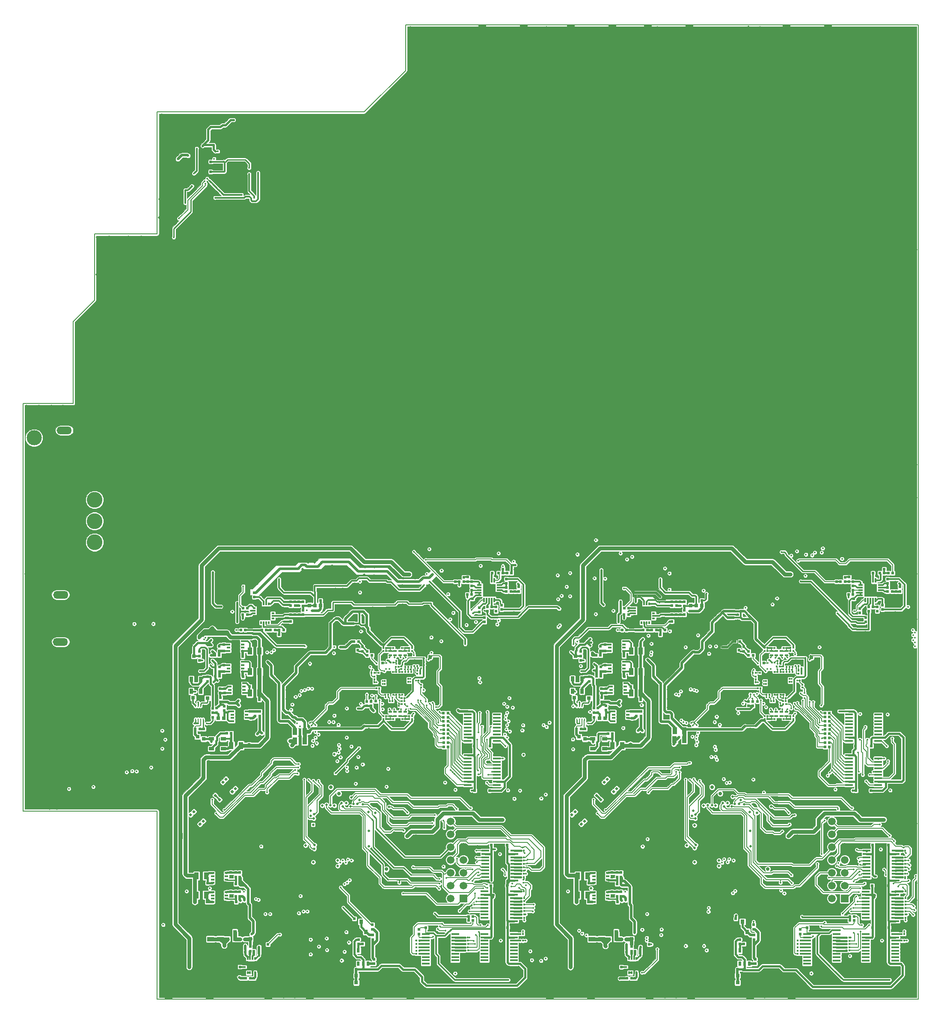
<source format=gbl>
G04 #@! TF.FileFunction,Copper,L6,Bot,Plane*
%FSLAX46Y46*%
G04 Gerber Fmt 4.6, Leading zero omitted, Abs format (unit mm)*
G04 Created by KiCad (PCBNEW 4.0.7-e2-6376~61~ubuntu18.04.1) date Mon May 30 11:29:29 2022*
%MOMM*%
%LPD*%
G01*
G04 APERTURE LIST*
%ADD10C,0.150000*%
%ADD11C,0.200000*%
%ADD12C,1.500000*%
%ADD13R,1.500000X1.500000*%
%ADD14C,0.500000*%
%ADD15R,1.500000X0.450000*%
%ADD16R,1.000000X0.700000*%
%ADD17R,0.495300X0.495300*%
%ADD18C,0.600000*%
%ADD19R,0.899160X1.399540*%
%ADD20R,0.650000X0.300000*%
%ADD21R,1.600000X2.350000*%
%ADD22C,0.250000*%
%ADD23R,0.250000X0.400000*%
%ADD24R,2.440000X1.600000*%
%ADD25R,0.800000X0.700000*%
%ADD26R,0.700000X0.800000*%
%ADD27C,0.700000*%
%ADD28R,0.698500X0.797560*%
%ADD29R,0.797560X0.698500*%
%ADD30R,0.299720X0.949960*%
%ADD31R,0.949960X0.299720*%
%ADD32R,2.250440X2.250440*%
%ADD33R,0.350000X0.300000*%
%ADD34R,0.300000X0.350000*%
%ADD35R,0.657860X0.355600*%
%ADD36R,0.500000X0.300000*%
%ADD37R,0.300000X0.600000*%
%ADD38R,1.750000X1.750000*%
%ADD39R,1.399540X0.899160*%
%ADD40R,0.600000X0.900000*%
%ADD41R,0.800000X0.900000*%
%ADD42R,1.496060X5.000000*%
%ADD43O,2.994660X1.524000*%
%ADD44C,3.000000*%
%ADD45C,3.100000*%
%ADD46R,0.700000X1.000000*%
%ADD47R,0.350000X0.600000*%
%ADD48R,0.600000X0.350000*%
%ADD49R,2.800000X2.800000*%
%ADD50C,5.000000*%
%ADD51C,6.000000*%
%ADD52C,0.350000*%
%ADD53C,0.500000*%
%ADD54C,0.400000*%
%ADD55C,1.000000*%
%ADD56C,0.790000*%
%ADD57C,0.300000*%
%ADD58C,0.250000*%
%ADD59C,0.700000*%
%ADD60C,0.650000*%
%ADD61C,0.100000*%
%ADD62C,0.105000*%
%ADD63C,0.030000*%
G04 APERTURE END LIST*
D10*
D11*
X63390000Y-111490000D02*
X63390000Y-87350000D01*
X50960000Y-111490000D02*
X63390000Y-111490000D01*
X50960000Y-124590000D02*
X50960000Y-111490000D01*
X46770000Y-128780000D02*
X50960000Y-124590000D01*
X46770000Y-145000000D02*
X46770000Y-128780000D01*
X36820000Y-145000000D02*
X46770000Y-145000000D01*
X63390000Y-225550000D02*
X63390000Y-262740000D01*
X36820000Y-225550000D02*
X63390000Y-225550000D01*
X36820000Y-145000000D02*
X36820000Y-225550000D01*
X104330000Y-87350000D02*
X63390000Y-87350000D01*
X112510000Y-79170000D02*
X104330000Y-87350000D01*
X112510000Y-70160000D02*
X112510000Y-79170000D01*
X213990000Y-70160000D02*
X112510000Y-70160000D01*
X213990000Y-262740000D02*
X213990000Y-70160000D01*
X63390000Y-262740000D02*
X213990000Y-262740000D01*
D12*
X196870000Y-227590000D03*
X196870000Y-230130000D03*
X196870000Y-232670000D03*
X196870000Y-235210000D03*
X196870000Y-237750000D03*
X196870000Y-240290000D03*
X196870000Y-242830000D03*
X199410000Y-227590000D03*
X199410000Y-230130000D03*
X199410000Y-232640000D03*
X199410000Y-235210000D03*
X199410000Y-237750000D03*
X199410000Y-240290000D03*
D13*
X199410000Y-242830000D03*
D14*
X122320000Y-172400000D03*
X125760000Y-184730000D03*
X154440000Y-245270000D03*
X127510000Y-95970000D03*
X131910000Y-109630000D03*
X73060000Y-160230000D03*
X71820000Y-157540000D03*
X72850000Y-161200000D03*
X71810000Y-159550000D03*
X71810000Y-158470000D03*
X73100000Y-157170000D03*
X73100000Y-158250000D03*
X73120000Y-159260000D03*
X73110000Y-156240000D03*
X73040000Y-147470000D03*
X73040000Y-148550000D03*
X73060000Y-150640000D03*
X73060000Y-149560000D03*
X73070000Y-153660000D03*
X73050000Y-152650000D03*
X73050000Y-151570000D03*
X71800000Y-151470000D03*
X71800000Y-152550000D03*
X71820000Y-154640000D03*
X71820000Y-153560000D03*
X71810000Y-149460000D03*
X71810000Y-150540000D03*
X149850000Y-167360000D03*
X142980000Y-179590000D03*
X143450000Y-178310000D03*
X148655000Y-160155000D03*
D12*
X121430000Y-227590000D03*
X121430000Y-230130000D03*
X121430000Y-232670000D03*
X121430000Y-235210000D03*
X121430000Y-237750000D03*
X121430000Y-240290000D03*
X121430000Y-242830000D03*
X123970000Y-227590000D03*
X123970000Y-230130000D03*
X123970000Y-232640000D03*
X123970000Y-235210000D03*
X123970000Y-237750000D03*
X123970000Y-240290000D03*
D13*
X123970000Y-242830000D03*
D15*
X116530000Y-249885000D03*
X116530000Y-255735000D03*
X122330000Y-255735000D03*
X122330000Y-249885000D03*
X116530000Y-250535000D03*
X116530000Y-251185000D03*
X116530000Y-251835000D03*
X116530000Y-252485000D03*
X116530000Y-253135000D03*
X116530000Y-253785000D03*
X116530000Y-254435000D03*
X116530000Y-255085000D03*
X122330000Y-255085000D03*
X122330000Y-254435000D03*
X122330000Y-253785000D03*
X122330000Y-253135000D03*
X122330000Y-250535000D03*
X122330000Y-251185000D03*
X122330000Y-251835000D03*
X122330000Y-252485000D03*
D14*
X179060000Y-219290000D03*
X49050000Y-130650000D03*
X59860000Y-118080000D03*
X60530000Y-123350000D03*
X57910000Y-121170000D03*
X51410000Y-119490000D03*
X85240000Y-96630000D03*
X55370000Y-113880000D03*
X51845000Y-115555000D03*
X52585000Y-121425000D03*
X61805000Y-136375000D03*
X55245000Y-141295000D03*
X52565000Y-141425000D03*
X50505000Y-141525000D03*
X52675000Y-137005000D03*
X56455000Y-131435000D03*
X48965000Y-127685000D03*
X51225000Y-128305000D03*
X51235000Y-125795000D03*
X62650000Y-117830000D03*
X62650000Y-120330000D03*
X62885000Y-127725000D03*
X62895000Y-125215000D03*
X59995000Y-126245000D03*
X59985000Y-128755000D03*
X53890000Y-112070000D03*
X51530000Y-112110000D03*
X55330000Y-112110000D03*
X60200000Y-112080000D03*
X57690000Y-112070000D03*
X62690000Y-112110000D03*
X47335000Y-131495000D03*
X47345000Y-128985000D03*
X47355000Y-143355000D03*
X47365000Y-140845000D03*
X47375000Y-138415000D03*
X47385000Y-133675000D03*
X47375000Y-136185000D03*
X59110000Y-143270000D03*
X61540000Y-143280000D03*
X54110000Y-143230000D03*
X56620000Y-143240000D03*
X51750000Y-143270000D03*
X49530000Y-143260000D03*
X48290000Y-144460000D03*
X50510000Y-144470000D03*
X55380000Y-144440000D03*
X52870000Y-144430000D03*
X60300000Y-144480000D03*
X57870000Y-144470000D03*
X75480000Y-94400000D03*
X58950000Y-137420000D03*
X58930000Y-135100000D03*
X51610000Y-124100000D03*
X59490000Y-121000000D03*
X100385000Y-89015000D03*
X86885000Y-88935000D03*
X92480000Y-88910000D03*
X82900000Y-88180000D03*
X96500000Y-89110000D03*
X213370000Y-85770000D03*
X213390000Y-88900000D03*
X211420000Y-96110000D03*
X213480000Y-104910000D03*
X213400000Y-109950000D03*
X213590000Y-114560000D03*
X212240000Y-135580000D03*
X213385000Y-133915000D03*
X213335000Y-119845000D03*
X212935000Y-122245000D03*
X184020000Y-105450000D03*
X108770000Y-97930000D03*
X110320000Y-95190000D03*
X122440000Y-98520000D03*
X131180000Y-93980000D03*
X174580000Y-93980000D03*
X172810000Y-91730000D03*
X176830000Y-95780000D03*
X189450000Y-108320000D03*
X194450000Y-99460000D03*
X191865000Y-104515000D03*
X191885000Y-102455000D03*
X194345000Y-101455000D03*
X194325000Y-103515000D03*
X191695000Y-116855000D03*
X192445000Y-114665000D03*
X194215000Y-116345000D03*
X193910000Y-113450000D03*
X194805000Y-107655000D03*
X194785000Y-109715000D03*
X194775000Y-112225000D03*
X196955000Y-112015000D03*
X196965000Y-109505000D03*
X196985000Y-107445000D03*
X176430000Y-80810000D03*
X115660000Y-103770000D03*
X114720000Y-104890000D03*
X124130000Y-103490000D03*
X120250000Y-103770000D03*
X118970000Y-105160000D03*
X118390000Y-107410000D03*
X118380000Y-111070000D03*
X130080000Y-90840000D03*
X122360000Y-99980000D03*
X141825000Y-99765000D03*
X171050000Y-125190000D03*
X158390000Y-125100000D03*
X142180000Y-124770000D03*
X142170000Y-127030000D03*
X206680000Y-236210000D03*
X206650000Y-234120000D03*
X153840000Y-208930000D03*
X136420000Y-210050000D03*
X126990000Y-219010000D03*
X128720000Y-215860000D03*
X119710000Y-216010000D03*
X121070000Y-220140000D03*
X127490000Y-223550000D03*
X120300000Y-223780000D03*
X128600000Y-225380000D03*
X128340000Y-228130000D03*
X128520000Y-230280000D03*
X119270000Y-232260000D03*
X119740000Y-235840000D03*
X119300000Y-237990000D03*
X119340000Y-245320000D03*
X119060000Y-242300000D03*
X120890000Y-245550000D03*
X134470000Y-258060000D03*
X193550000Y-255140000D03*
X201690000Y-232440000D03*
X194460000Y-237120000D03*
X194180000Y-230620000D03*
X194140000Y-232260000D03*
X203895000Y-226015000D03*
X203500000Y-223720000D03*
X203180000Y-228110000D03*
X204035000Y-229605000D03*
X204765000Y-131265000D03*
X202385000Y-129455000D03*
X202295000Y-135335000D03*
X202285000Y-136965000D03*
X200450000Y-135020000D03*
X201265000Y-133175000D03*
X198280000Y-131400000D03*
X198155000Y-133815000D03*
X165195000Y-124925000D03*
X146535000Y-120955000D03*
X145285000Y-106445000D03*
X145395000Y-102635000D03*
X141345000Y-102775000D03*
X140735000Y-111235000D03*
X156950000Y-127360000D03*
X137340000Y-147760000D03*
X136590000Y-149040000D03*
X144380000Y-173630000D03*
X143010000Y-173580000D03*
X137560000Y-111840000D03*
X140695000Y-115115000D03*
X137430000Y-115120000D03*
X140675000Y-119545000D03*
X140590000Y-124440000D03*
X137395000Y-124205000D03*
X144000000Y-132280000D03*
X139150000Y-138230000D03*
X138760000Y-136780000D03*
X137735000Y-135225000D03*
X137695000Y-133375000D03*
X139750000Y-110260000D03*
X137915000Y-109285000D03*
X138515000Y-103235000D03*
X142855000Y-116475000D03*
X136875000Y-108695000D03*
X137365000Y-119975000D03*
X136655000Y-128305000D03*
X143795000Y-135305000D03*
X137285000Y-143885000D03*
X136615000Y-153435000D03*
X136800000Y-150780000D03*
X91800000Y-261400000D03*
X91620000Y-259400000D03*
X87000000Y-261000000D03*
X87200000Y-258260000D03*
X152980000Y-183620000D03*
X78890000Y-196480000D03*
X78890000Y-197600000D03*
X78930000Y-193600000D03*
X78910000Y-192300000D03*
X79150000Y-200700000D03*
X79150000Y-201770000D03*
X72260000Y-206140000D03*
X71200000Y-206130000D03*
X79650000Y-206310000D03*
X79650000Y-207370000D03*
X154350000Y-193350000D03*
X147620000Y-206080000D03*
X155090000Y-206390000D03*
X154600000Y-200720000D03*
X154340000Y-197660000D03*
X154350000Y-196890000D03*
X154380000Y-192410000D03*
X154590000Y-201760000D03*
X146650000Y-206120000D03*
X155090000Y-207260000D03*
X153160000Y-187620000D03*
X154100000Y-184280000D03*
X89020000Y-185610000D03*
X164260000Y-186070000D03*
X80470000Y-114080000D03*
X81120000Y-119240000D03*
X94600000Y-88350000D03*
X82760000Y-110600000D03*
X63850000Y-104620000D03*
X67620000Y-106710000D03*
X65060000Y-118360000D03*
X64980000Y-120340000D03*
X69290000Y-124560000D03*
X63810000Y-108250000D03*
X66150000Y-109780000D03*
X65130000Y-123100000D03*
X65350000Y-132410000D03*
D16*
X149540000Y-211300000D03*
X149540000Y-213200000D03*
X151940000Y-213200000D03*
X151940000Y-211300000D03*
X151940000Y-212250000D03*
X74090000Y-211310000D03*
X74090000Y-213210000D03*
X76490000Y-213210000D03*
X76490000Y-211310000D03*
X76490000Y-212260000D03*
D14*
X100690000Y-116660000D03*
X161355000Y-163985000D03*
X201490000Y-174750000D03*
X198710000Y-171500000D03*
X195745000Y-158395000D03*
X194220000Y-160510000D03*
X194505000Y-157235000D03*
X194420000Y-154230000D03*
X195795000Y-160865000D03*
X195805000Y-162375000D03*
X195785000Y-163875000D03*
X195745000Y-165945000D03*
X196640000Y-170430000D03*
X200110000Y-173650000D03*
X163880000Y-176670000D03*
X156250000Y-182810000D03*
X145930000Y-169450000D03*
X150120000Y-171280000D03*
X154770000Y-170130000D03*
X168190000Y-105500000D03*
X176130000Y-102120000D03*
X153885000Y-108745000D03*
X156405000Y-108515000D03*
X156180000Y-102340000D03*
X154630000Y-104510000D03*
X149550000Y-98150000D03*
X147730000Y-96970000D03*
X95260000Y-164510000D03*
X113295000Y-172025000D03*
X128475000Y-168285000D03*
X144430000Y-160940000D03*
X142700000Y-154050000D03*
X142985000Y-152125000D03*
X138520000Y-152100000D03*
X128845000Y-150155000D03*
X125560000Y-151860000D03*
X126975000Y-150185000D03*
X127215000Y-148625000D03*
X158050000Y-262060000D03*
X158620000Y-260680000D03*
X155050000Y-262080000D03*
X153530000Y-261160000D03*
X152040000Y-262070000D03*
X151380000Y-259060000D03*
X160370000Y-255590000D03*
X162400000Y-256890000D03*
X133400000Y-262040000D03*
X138160000Y-256180000D03*
X136410000Y-262050000D03*
X137860000Y-258780000D03*
X139410000Y-262030000D03*
X130590000Y-262080000D03*
X127280000Y-261930000D03*
X128920000Y-261040000D03*
X124280000Y-261920000D03*
X122630000Y-260760000D03*
X162560000Y-259050000D03*
X162520000Y-261560000D03*
X167150000Y-258930000D03*
X167460000Y-261880000D03*
X172050000Y-260620000D03*
X175750000Y-262240000D03*
X171600000Y-258650000D03*
X176360000Y-255360000D03*
X174610000Y-258660000D03*
X177720000Y-262160000D03*
X175340000Y-261060000D03*
X174250000Y-257130000D03*
X173220000Y-262160000D03*
X170720000Y-262110000D03*
X201800000Y-253810000D03*
X211800000Y-253150000D03*
X209720000Y-257500000D03*
X209890000Y-260240000D03*
X212160000Y-255870000D03*
X212860000Y-259260000D03*
X197410000Y-261960000D03*
X190820000Y-259720000D03*
X194410000Y-261980000D03*
X193870000Y-258290000D03*
X191400000Y-261970000D03*
X202750000Y-259650000D03*
X204300000Y-262050000D03*
X196970000Y-259710000D03*
X201300000Y-262040000D03*
X201690000Y-257860000D03*
X213280000Y-262040000D03*
X205440000Y-255140000D03*
X210280000Y-262060000D03*
X204600000Y-259670000D03*
X207270000Y-262050000D03*
X115230000Y-262040000D03*
X121060000Y-259280000D03*
X118240000Y-262050000D03*
X115000000Y-258890000D03*
X121240000Y-262030000D03*
X210780000Y-199560000D03*
X212700000Y-195190000D03*
X213410000Y-231630000D03*
X213495000Y-236255000D03*
X212740000Y-247490000D03*
X213460000Y-233970000D03*
X213515000Y-239765000D03*
X213535000Y-243185000D03*
X212900000Y-250900000D03*
X213585000Y-228045000D03*
X212900000Y-230060000D03*
X212730000Y-226550000D03*
X211730000Y-216060000D03*
X213425000Y-221035000D03*
X213445000Y-224455000D03*
X211270000Y-222590000D03*
X213435000Y-217885000D03*
X212510000Y-219620000D03*
X211860000Y-198260000D03*
X210095000Y-203935000D03*
X210155000Y-208835000D03*
X211000000Y-195700000D03*
X210085000Y-207085000D03*
X211530000Y-209930000D03*
X210145000Y-218585000D03*
X210195000Y-216915000D03*
X209970000Y-221280000D03*
X210085000Y-213685000D03*
X212000000Y-207490000D03*
X213405000Y-208325000D03*
X212060000Y-212470000D03*
X213415000Y-214895000D03*
X213395000Y-211475000D03*
X213355000Y-203395000D03*
X213375000Y-206815000D03*
X211800000Y-201940000D03*
X213365000Y-200245000D03*
X213315000Y-201915000D03*
X212570000Y-167600000D03*
X212000000Y-179750000D03*
X213475000Y-184395000D03*
X212190000Y-182810000D03*
X213585000Y-187625000D03*
X213060000Y-188680000D03*
X212820000Y-186020000D03*
X211710000Y-176800000D03*
X213495000Y-180305000D03*
X213545000Y-178635000D03*
X212520000Y-173360000D03*
X213435000Y-175405000D03*
X213455000Y-168815000D03*
X213475000Y-172235000D03*
X212400000Y-170280000D03*
X213465000Y-165665000D03*
X212050000Y-165920000D03*
X212160000Y-158200000D03*
X213525000Y-157095000D03*
X212240000Y-154820000D03*
X213485000Y-160265000D03*
X213545000Y-163615000D03*
X212340000Y-161890000D03*
X211790000Y-148980000D03*
X213345000Y-140695000D03*
X212200000Y-142360000D03*
X213335000Y-143705000D03*
X212080000Y-145330000D03*
X213355000Y-146705000D03*
X213365000Y-137805000D03*
X211780000Y-139330000D03*
X213435000Y-153145000D03*
X212230000Y-151660000D03*
X213415000Y-150145000D03*
X160810000Y-138530000D03*
X159570000Y-138630000D03*
X158230000Y-138350000D03*
X161960000Y-136260000D03*
X156040000Y-135490000D03*
X157320000Y-134290000D03*
X157320000Y-133060000D03*
X158460000Y-131540000D03*
X156030000Y-133000000D03*
X161710000Y-134270000D03*
X159660000Y-134290000D03*
X158450000Y-134280000D03*
X159650000Y-136680000D03*
X158470000Y-135710000D03*
X157320000Y-136300000D03*
X159650000Y-133110000D03*
X158450000Y-132970000D03*
X156030000Y-134270000D03*
X159640000Y-131670000D03*
X158470000Y-130280000D03*
X157210000Y-131600000D03*
X159660000Y-125050000D03*
X142865000Y-108375000D03*
X53960000Y-176370000D03*
X38975000Y-162595000D03*
X53070000Y-159450000D03*
X46980000Y-155370000D03*
X60010000Y-163370000D03*
X47930000Y-151830000D03*
X47210000Y-160320000D03*
X38985000Y-167905000D03*
X43770000Y-172550000D03*
X38695000Y-180725000D03*
X37580000Y-183370000D03*
X38415000Y-193915000D03*
X37360000Y-178650000D03*
X38590000Y-185240000D03*
X38445000Y-200665000D03*
X41070000Y-211570000D03*
X38025000Y-209335000D03*
X44460000Y-212200000D03*
X38045000Y-214305000D03*
X37605000Y-190005000D03*
X38640000Y-188090000D03*
X37555000Y-186915000D03*
X51600000Y-214300000D03*
X37410000Y-195520000D03*
X47410000Y-206760000D03*
X39990000Y-197820000D03*
X39950000Y-201700000D03*
X39790000Y-207140000D03*
X42940000Y-206490000D03*
X42610000Y-201800000D03*
X37730000Y-203830000D03*
X51590000Y-211680000D03*
X38100000Y-222210000D03*
X43280000Y-214520000D03*
X39145000Y-219935000D03*
X47430000Y-214250000D03*
X39135000Y-211755000D03*
X41850000Y-223020000D03*
X41450000Y-217410000D03*
X54800000Y-223400000D03*
X38020000Y-217080000D03*
X45730000Y-223100000D03*
X46300000Y-169820000D03*
X46440000Y-166410000D03*
X37695000Y-166705000D03*
X37755000Y-170165000D03*
X51190000Y-175050000D03*
X42330000Y-152510000D03*
X37675000Y-161735000D03*
X37675000Y-173055000D03*
X39510000Y-175640000D03*
X37615000Y-175905000D03*
X145570000Y-76180000D03*
X143560000Y-72010000D03*
X92610000Y-102370000D03*
X99490000Y-106000000D03*
X83740000Y-125490000D03*
X86080000Y-110180000D03*
X83370000Y-114260000D03*
X68260000Y-109690000D03*
X71190000Y-107070000D03*
X66090000Y-108110000D03*
X64290000Y-102630000D03*
X71730000Y-101520000D03*
X68960000Y-102060000D03*
X65300000Y-140060000D03*
X65470000Y-125970000D03*
X66930000Y-124130000D03*
X67420000Y-134740000D03*
X65510000Y-136640000D03*
X65690000Y-119320000D03*
X65510000Y-134140000D03*
X70740000Y-88500000D03*
X69315000Y-91685000D03*
X65120000Y-92660000D03*
X64400000Y-90290000D03*
X70560000Y-95580000D03*
X64250000Y-87920000D03*
X67110000Y-91750000D03*
X80715000Y-88115000D03*
X67215000Y-88035000D03*
X72810000Y-88010000D03*
X90580000Y-88150000D03*
X84985000Y-88175000D03*
X98485000Y-88255000D03*
X118200000Y-103780000D03*
X128285000Y-114945000D03*
X106435000Y-121855000D03*
X103965000Y-124355000D03*
X104005000Y-121245000D03*
X103940000Y-117170000D03*
X106840000Y-116350000D03*
X106335000Y-120025000D03*
X106220000Y-105380000D03*
X106260000Y-109900000D03*
X106760000Y-106780000D03*
X103180000Y-105620000D03*
X104780000Y-107990000D03*
X105450000Y-114380000D03*
X104820000Y-111050000D03*
X102600000Y-115110000D03*
X120170000Y-107890000D03*
X116860000Y-107650000D03*
X116840000Y-110250000D03*
X116840000Y-114890000D03*
X116870000Y-112560000D03*
X114650000Y-110780000D03*
X124290000Y-110340000D03*
X129280000Y-97940000D03*
X129490000Y-96340000D03*
X125130000Y-97140000D03*
X124240000Y-95980000D03*
X124460000Y-98340000D03*
X113140000Y-106780000D03*
X120570000Y-99970000D03*
X113540000Y-104900000D03*
X124275000Y-114875000D03*
X129475000Y-117885000D03*
X121680000Y-105280000D03*
X128475000Y-109295000D03*
X127960000Y-106680000D03*
X128370000Y-112350000D03*
X128040000Y-102600000D03*
X124290000Y-105320000D03*
X124230000Y-106700000D03*
X122420000Y-107630000D03*
X114600000Y-107640000D03*
X126000000Y-106730000D03*
X126190000Y-111010000D03*
X122080000Y-112550000D03*
X119460000Y-113290000D03*
X122510000Y-109140000D03*
X112540000Y-113380000D03*
X126290000Y-115800000D03*
X114690000Y-109360000D03*
X113150000Y-103810000D03*
X119620000Y-110240000D03*
X112670000Y-116470000D03*
X122470000Y-115560000D03*
X119340000Y-115150000D03*
X123590000Y-72950000D03*
X117895000Y-70965000D03*
X107840000Y-86180000D03*
X120880000Y-75000000D03*
X117885000Y-75365000D03*
X124300000Y-99980000D03*
X126780000Y-77460000D03*
X120960000Y-71470000D03*
X116745000Y-77615000D03*
X125660000Y-70820000D03*
X116775000Y-71715000D03*
X127060000Y-100470000D03*
X116815000Y-82485000D03*
X116860000Y-87270000D03*
X116815000Y-85385000D03*
X108180000Y-89080000D03*
X121090000Y-83470000D03*
X109990000Y-83700000D03*
X117945000Y-80235000D03*
X125230000Y-75200000D03*
X113100000Y-91410000D03*
X114575000Y-71405000D03*
X111420000Y-81860000D03*
X107250000Y-91630000D03*
X117050000Y-105460000D03*
X101930000Y-96170000D03*
X113445000Y-73545000D03*
X104080000Y-88230000D03*
X113435000Y-76555000D03*
X144890000Y-78450000D03*
X113465000Y-70655000D03*
X105690000Y-93730000D03*
X113505000Y-81425000D03*
X113515000Y-79925000D03*
X113505000Y-84325000D03*
X112210000Y-89900000D03*
X114615000Y-82065000D03*
X114625000Y-83575000D03*
X114635000Y-79175000D03*
X111280000Y-94230000D03*
X110800000Y-87500000D03*
X141810000Y-75020000D03*
X143420000Y-80280000D03*
X146080000Y-80860000D03*
X143360000Y-77700000D03*
X142260000Y-82860000D03*
X136425000Y-77695000D03*
X138300000Y-87120000D03*
X137630000Y-85770000D03*
X135750000Y-80160000D03*
X132410000Y-90390000D03*
X135520000Y-77080000D03*
X143820000Y-83270000D03*
X132360000Y-87880000D03*
X135375000Y-84825000D03*
X125140000Y-94610000D03*
X135355000Y-87715000D03*
X127630000Y-93540000D03*
X136485000Y-88475000D03*
X131840000Y-85550000D03*
X133140000Y-92150000D03*
X130130000Y-94960000D03*
X135685000Y-91445000D03*
X201680000Y-153210000D03*
X204990000Y-149110000D03*
X204345000Y-152385000D03*
X204235000Y-157185000D03*
X204940000Y-169960000D03*
X203490000Y-158840000D03*
X204185000Y-162265000D03*
X201840000Y-150880000D03*
X204160000Y-155100000D03*
X201170000Y-159070000D03*
X201865000Y-155325000D03*
X201780000Y-162120000D03*
X204630000Y-164680000D03*
X201480000Y-165100000D03*
X202880000Y-166460000D03*
X170730000Y-70870000D03*
X175445000Y-70865000D03*
X203310000Y-117510000D03*
X190540000Y-115720000D03*
X203355000Y-108355000D03*
X198600000Y-97260000D03*
X204455000Y-110495000D03*
X190360000Y-118660000D03*
X199910000Y-110470000D03*
X199660000Y-113320000D03*
X195280000Y-114970000D03*
X185360000Y-77880000D03*
X203275000Y-114395000D03*
X198850000Y-116060000D03*
X195190000Y-102830000D03*
X196315000Y-105705000D03*
X196245000Y-99325000D03*
X203290000Y-106060000D03*
X201560000Y-103660000D03*
X190610000Y-104830000D03*
X198435000Y-108105000D03*
X182620000Y-81190000D03*
X196600000Y-113960000D03*
X198355000Y-104735000D03*
X201850000Y-111820000D03*
X198375000Y-100335000D03*
X190270000Y-94630000D03*
X202840000Y-101200000D03*
X192630000Y-107180000D03*
X192065000Y-96145000D03*
X180300000Y-85130000D03*
X193260000Y-106170000D03*
X187420000Y-81080000D03*
X183510000Y-82980000D03*
X211790000Y-93650000D03*
X192390000Y-91140000D03*
X189935000Y-92235000D03*
X189690000Y-98310000D03*
X182615000Y-70645000D03*
X161060000Y-87010000D03*
X176410000Y-124810000D03*
X170465000Y-116905000D03*
X179540000Y-123100000D03*
X169370000Y-121960000D03*
X161600000Y-125170000D03*
X167980000Y-125030000D03*
X144210000Y-126870000D03*
X150620000Y-110370000D03*
X150640000Y-114430000D03*
X148915000Y-117755000D03*
X175720000Y-105880000D03*
X175240000Y-116620000D03*
X160835000Y-89745000D03*
X212060000Y-76500000D03*
X168360000Y-102720000D03*
X153960000Y-78560000D03*
X158950000Y-75550000D03*
X175570000Y-119250000D03*
X161320000Y-82820000D03*
X159720000Y-80830000D03*
X180205000Y-73495000D03*
X180215000Y-71995000D03*
X181560000Y-80610000D03*
X172140000Y-79160000D03*
X180205000Y-76395000D03*
X180195000Y-74885000D03*
X181315000Y-74135000D03*
X181325000Y-75645000D03*
X181305000Y-77145000D03*
X181315000Y-78645000D03*
X181335000Y-71245000D03*
X181325000Y-72745000D03*
X180340000Y-70590000D03*
X171240000Y-74450000D03*
X185810000Y-74510000D03*
X177240000Y-77220000D03*
X186670000Y-77100000D03*
X174530000Y-74070000D03*
X182595000Y-74795000D03*
X182605000Y-76305000D03*
X182585000Y-77805000D03*
X182595000Y-79305000D03*
X182615000Y-71905000D03*
X182605000Y-73405000D03*
X164020000Y-87290000D03*
X151080000Y-103150000D03*
X167560000Y-89300000D03*
X162105000Y-91795000D03*
X177810000Y-114270000D03*
X171370000Y-96010000D03*
X184020000Y-89200000D03*
X177470000Y-110700000D03*
X151040000Y-94830000D03*
X162435000Y-95525000D03*
X162000000Y-100320000D03*
X158215000Y-94005000D03*
X160280000Y-84840000D03*
X168950000Y-77590000D03*
X179350000Y-101330000D03*
X171220000Y-109970000D03*
X160170000Y-77800000D03*
X167600000Y-98220000D03*
X154030000Y-86620000D03*
X157045000Y-90325000D03*
X173110000Y-71730000D03*
X171620000Y-77870000D03*
X179350000Y-82230000D03*
X207760000Y-84880000D03*
X189850000Y-89410000D03*
X185320000Y-71400000D03*
X177470000Y-72420000D03*
X182000000Y-86500000D03*
X205750000Y-88790000D03*
X173470000Y-77150000D03*
X174490000Y-79030000D03*
X187830000Y-87740000D03*
X188600000Y-91970000D03*
X184955000Y-80955000D03*
X178540000Y-80020000D03*
X195750000Y-95610000D03*
X187250000Y-84600000D03*
X184935000Y-83845000D03*
X183815000Y-84595000D03*
X183825000Y-86105000D03*
X187030000Y-90220000D03*
X187980000Y-78850000D03*
X203910000Y-84320000D03*
X182170000Y-82590000D03*
X152670000Y-76580000D03*
X154210000Y-83780000D03*
X146650000Y-95170000D03*
X154635000Y-91805000D03*
X153050000Y-89730000D03*
X167680000Y-92700000D03*
X141990000Y-71410000D03*
X152930000Y-81380000D03*
X152860000Y-96010000D03*
X157010000Y-99900000D03*
X139655000Y-87305000D03*
X140505000Y-85865000D03*
X140455000Y-81435000D03*
X140465000Y-79935000D03*
X140455000Y-84335000D03*
X140445000Y-82825000D03*
X139325000Y-83575000D03*
X139335000Y-85085000D03*
X139345000Y-80685000D03*
X139335000Y-82185000D03*
X139285000Y-72915000D03*
X139295000Y-71415000D03*
X139275000Y-78815000D03*
X139265000Y-77315000D03*
X139285000Y-75815000D03*
X139275000Y-74305000D03*
X140395000Y-73555000D03*
X140405000Y-75065000D03*
X140385000Y-76565000D03*
X140395000Y-78065000D03*
X140415000Y-70665000D03*
X140405000Y-72165000D03*
X157165000Y-72275000D03*
X157175000Y-70775000D03*
X157155000Y-78175000D03*
X157145000Y-76675000D03*
X157165000Y-75175000D03*
X157155000Y-73665000D03*
X156035000Y-74415000D03*
X156045000Y-75925000D03*
X156025000Y-77425000D03*
X156035000Y-78925000D03*
X156055000Y-71525000D03*
X156045000Y-73025000D03*
X156095000Y-82295000D03*
X156105000Y-80795000D03*
X156095000Y-85195000D03*
X156085000Y-83685000D03*
X157205000Y-82935000D03*
X157215000Y-84445000D03*
X157225000Y-80045000D03*
X157215000Y-81545000D03*
X157265000Y-85975000D03*
X156415000Y-87415000D03*
X164570000Y-85720000D03*
X170700000Y-80880000D03*
X169210000Y-80900000D03*
X130325000Y-82785000D03*
X131650000Y-81530000D03*
X128560000Y-79110000D03*
X126890000Y-80470000D03*
X128580000Y-80550000D03*
X195700000Y-121300000D03*
X195640000Y-125230000D03*
X56670000Y-216790000D03*
X69570000Y-185710000D03*
X69570000Y-182220000D03*
X69570000Y-184080000D03*
X69570000Y-180300000D03*
X71130000Y-175090000D03*
X37770000Y-224940000D03*
X50500000Y-225020000D03*
X40620000Y-225000000D03*
X51940000Y-225000000D03*
X48800000Y-224990000D03*
X42100000Y-225080000D03*
X43510000Y-225080000D03*
X46970000Y-225020000D03*
X45190000Y-225030000D03*
X66180000Y-144490000D03*
X66180000Y-143410000D03*
X66180000Y-145570000D03*
X66180000Y-146650000D03*
X73170000Y-141730000D03*
X69650000Y-142380000D03*
X71770000Y-145420000D03*
X77500000Y-152020000D03*
X77430000Y-156390000D03*
X75960000Y-165830000D03*
X68930000Y-172670000D03*
X74750000Y-167070000D03*
X75080000Y-168780000D03*
X72370000Y-171370000D03*
X61300000Y-212100000D03*
X62780000Y-214020000D03*
X62860000Y-215150000D03*
X62640000Y-217570000D03*
X63920000Y-219600000D03*
X63230000Y-221410000D03*
X66900000Y-190940000D03*
X65120000Y-146610000D03*
X65120000Y-145530000D03*
X65120000Y-143370000D03*
X65120000Y-144450000D03*
X68360000Y-142340000D03*
X65080000Y-142320000D03*
X67230000Y-142310000D03*
X66090000Y-142330000D03*
X58340000Y-146670000D03*
X59210000Y-145530000D03*
X68620000Y-146520000D03*
X61640000Y-145540000D03*
X64030000Y-146940000D03*
X54210000Y-145490000D03*
X57420000Y-148290000D03*
X56720000Y-145500000D03*
X58450000Y-149820000D03*
X51850000Y-145530000D03*
X44690000Y-145500000D03*
X47910000Y-147620000D03*
X47200000Y-145510000D03*
X51470000Y-146850000D03*
X49630000Y-145520000D03*
X50860000Y-148030000D03*
X42390000Y-148950000D03*
X42460000Y-145500000D03*
X41800000Y-147080000D03*
X40030000Y-145490000D03*
X39640000Y-147790000D03*
X37520000Y-145480000D03*
X68450000Y-143570000D03*
X69740000Y-145070000D03*
X74290000Y-149070000D03*
X74290000Y-155680000D03*
X74300000Y-159660000D03*
X74290000Y-157670000D03*
X70570000Y-166240000D03*
X71300000Y-165740000D03*
X74290000Y-162280000D03*
X69930000Y-166880000D03*
X74100000Y-165620000D03*
X73470000Y-166230000D03*
X72890000Y-166840000D03*
X71730000Y-168100000D03*
X71090000Y-168750000D03*
X69910000Y-169980000D03*
X70550000Y-169330000D03*
X69350000Y-170560000D03*
X67150000Y-172340000D03*
X67810000Y-171600000D03*
X66740000Y-170530000D03*
X67070000Y-173940000D03*
X67090000Y-174860000D03*
X67120000Y-178440000D03*
X67140000Y-176620000D03*
X67120000Y-175700000D03*
X67130000Y-177520000D03*
X65920000Y-184760000D03*
X65900000Y-183840000D03*
X65890000Y-182900000D03*
X67140000Y-186110000D03*
X67120000Y-183350000D03*
X67130000Y-184290000D03*
X67150000Y-185210000D03*
X68370000Y-182270000D03*
X67110000Y-181520000D03*
X68360000Y-180450000D03*
X68380000Y-181370000D03*
X68390000Y-185050000D03*
X68370000Y-184130000D03*
X68360000Y-183190000D03*
X63220000Y-177370000D03*
X64400000Y-180030000D03*
X64450000Y-180940000D03*
X64390000Y-178990000D03*
X64440000Y-181980000D03*
X62330000Y-186350000D03*
X64210000Y-186080000D03*
X64370000Y-183030000D03*
X64220000Y-185040000D03*
X64310000Y-184170000D03*
X62670000Y-200180000D03*
X62830000Y-197130000D03*
X62680000Y-199140000D03*
X62770000Y-198270000D03*
X57830000Y-219850000D03*
X58340000Y-218350000D03*
X61280000Y-220170000D03*
X62450000Y-220480000D03*
X60360000Y-219650000D03*
X59830000Y-215110000D03*
X59820000Y-212980000D03*
X59790000Y-214020000D03*
X54150000Y-224980000D03*
X58060000Y-213380000D03*
X39180000Y-224980000D03*
X56620000Y-224920000D03*
X55650000Y-224930000D03*
X57480000Y-224900000D03*
X58450000Y-224890000D03*
X62150000Y-224810000D03*
X61180000Y-224820000D03*
X59350000Y-224850000D03*
X60320000Y-224840000D03*
X52610000Y-222660000D03*
X52600000Y-221690000D03*
X52630000Y-223520000D03*
X52640000Y-224490000D03*
X61400000Y-216160000D03*
X62790000Y-210780000D03*
X62730000Y-207440000D03*
X62730000Y-205380000D03*
X61330000Y-198080000D03*
X59870000Y-200620000D03*
X61280000Y-201610000D03*
X59870000Y-204120000D03*
X61330000Y-203210000D03*
X61310000Y-205220000D03*
X62810000Y-192670000D03*
X62720000Y-193540000D03*
X54960000Y-199020000D03*
X54870000Y-199890000D03*
X55860000Y-199360000D03*
X59820000Y-212020000D03*
X59820000Y-207790000D03*
X61300000Y-210590000D03*
X61290000Y-208770000D03*
X58150000Y-206080000D03*
X58140000Y-205100000D03*
X58140000Y-206990000D03*
X58140000Y-208910000D03*
X58140000Y-203470000D03*
X58130000Y-207940000D03*
X58160000Y-209770000D03*
X58170000Y-210740000D03*
X58140000Y-204280000D03*
X58170000Y-202450000D03*
X58160000Y-201310000D03*
X56480000Y-201830000D03*
X56480000Y-202640000D03*
X56260000Y-204400000D03*
X56290000Y-210860000D03*
X56280000Y-209890000D03*
X56250000Y-208060000D03*
X56260000Y-203590000D03*
X56260000Y-209030000D03*
X56260000Y-207110000D03*
X56260000Y-205220000D03*
X71790000Y-148450000D03*
X70880000Y-144350000D03*
X71790000Y-147370000D03*
X119560000Y-125430000D03*
X124150000Y-126060000D03*
X122640000Y-125910000D03*
X122610000Y-127860000D03*
X124940000Y-127820000D03*
X197850000Y-125070000D03*
X198430000Y-125930000D03*
X200320000Y-125940000D03*
X200640000Y-128070000D03*
X195250000Y-126370000D03*
X198750000Y-128060000D03*
X120620000Y-122500000D03*
X126250000Y-122820000D03*
X122580000Y-122860000D03*
X124360000Y-122780000D03*
X118550000Y-117920000D03*
X120280000Y-118010000D03*
X122220000Y-118030000D03*
X125880000Y-118020000D03*
X123990000Y-118010000D03*
X116410000Y-122560000D03*
X114990000Y-124660000D03*
X117080000Y-125290000D03*
X131830000Y-118990000D03*
X126530000Y-118990000D03*
X129820000Y-120560000D03*
X114950000Y-120480000D03*
X113280000Y-120480000D03*
X112790000Y-118530000D03*
X114950000Y-120490000D03*
X116540000Y-119100000D03*
X127990000Y-120510000D03*
X124330000Y-120050000D03*
X126100000Y-121330000D03*
X122560000Y-120070000D03*
X120620000Y-120050000D03*
X118670000Y-120060000D03*
X117260000Y-121350000D03*
X130890000Y-119430000D03*
X193140000Y-125360000D03*
X199750000Y-122740000D03*
X197980000Y-122760000D03*
X191130000Y-125390000D03*
X187790000Y-123950000D03*
X142900000Y-175680000D03*
X147380000Y-173770000D03*
X138855000Y-216915000D03*
X168510000Y-214710000D03*
X165850000Y-214750000D03*
X160905000Y-214885000D03*
X154945000Y-214905000D03*
X157275000Y-213755000D03*
X137780000Y-215730000D03*
X138645000Y-206105000D03*
X133740000Y-206790000D03*
X134335000Y-213295000D03*
X137825000Y-249615000D03*
X136455000Y-249785000D03*
X137460000Y-217550000D03*
X139775000Y-218505000D03*
X134390000Y-217090000D03*
X135920000Y-217590000D03*
X121030000Y-225190000D03*
X123590000Y-224600000D03*
X126790000Y-232550000D03*
X126340000Y-230160000D03*
X126130000Y-228090000D03*
X133135000Y-222445000D03*
X137455000Y-218815000D03*
X135705000Y-218845000D03*
X137255000Y-247785000D03*
X139090000Y-250590000D03*
X137650000Y-252100000D03*
X139800000Y-242710000D03*
X135895000Y-215885000D03*
X134885000Y-223185000D03*
X138275000Y-223085000D03*
X140000000Y-224060000D03*
X139880000Y-231690000D03*
X139070000Y-246490000D03*
X137715000Y-246425000D03*
X138840000Y-236050000D03*
X138840000Y-227820000D03*
X137670000Y-229780000D03*
X137760000Y-225790000D03*
X126620000Y-254440000D03*
X128490000Y-257570000D03*
X136150000Y-254610000D03*
X118040000Y-254580000D03*
X113680000Y-249450000D03*
X112470000Y-249740000D03*
X67720000Y-258960000D03*
X67730000Y-260890000D03*
X67620000Y-254370000D03*
X67560000Y-251760000D03*
X67850000Y-256760000D03*
X143180000Y-260870000D03*
X143160000Y-257120000D03*
X143170000Y-259050000D03*
X142940000Y-253000000D03*
X142610000Y-251640000D03*
X111550000Y-261550000D03*
X111530000Y-257800000D03*
X111540000Y-259730000D03*
X114350000Y-255930000D03*
X111470000Y-253650000D03*
X112280000Y-255690000D03*
X71890000Y-258840000D03*
X71900000Y-260770000D03*
X71820000Y-255300000D03*
X71810000Y-253370000D03*
X71830000Y-257120000D03*
X135760000Y-253190000D03*
X147230000Y-258960000D03*
X147240000Y-260890000D03*
X136110000Y-251940000D03*
X147250000Y-253250000D03*
X147170000Y-257240000D03*
X194460000Y-242140000D03*
X195880000Y-250340000D03*
X187840000Y-248860000D03*
X191110000Y-256680000D03*
X186800000Y-259780000D03*
X186810000Y-261710000D03*
X187150000Y-255620000D03*
X186960000Y-254390000D03*
X186740000Y-258060000D03*
X107310000Y-261570000D03*
X107290000Y-257820000D03*
X107300000Y-259750000D03*
X107180000Y-253680000D03*
X107160000Y-251880000D03*
X107120000Y-255560000D03*
X182770000Y-261540000D03*
X182790000Y-259920000D03*
X182660000Y-255720000D03*
X182780000Y-258100000D03*
X182650000Y-248700000D03*
X182650000Y-253930000D03*
X189000000Y-254350000D03*
X180420000Y-254100000D03*
X188590000Y-251240000D03*
X194700000Y-247150000D03*
X192430000Y-247220000D03*
X211020000Y-242100000D03*
X211470000Y-247850000D03*
X210460000Y-248910000D03*
X196510000Y-245720000D03*
X198740000Y-247180000D03*
X192550000Y-245810000D03*
X195100000Y-217890000D03*
X197430000Y-223690000D03*
X195190000Y-221650000D03*
X187950000Y-220740000D03*
X194490000Y-223760000D03*
X194490000Y-225410000D03*
X196510000Y-192420000D03*
X199450000Y-175040000D03*
X198130000Y-177200000D03*
X197680000Y-173670000D03*
X196540000Y-174100000D03*
X192690000Y-181110000D03*
X202300000Y-187610000D03*
X191180000Y-176550000D03*
X189710000Y-175370000D03*
X192940000Y-176700000D03*
X192710000Y-178850000D03*
X196810000Y-177720000D03*
X197140000Y-183630000D03*
X195070000Y-183520000D03*
X193900000Y-183620000D03*
X195840000Y-187040000D03*
X194810000Y-187050000D03*
X195740000Y-191000000D03*
X198580000Y-191680000D03*
X193850000Y-179990000D03*
X195060000Y-180740000D03*
X195030000Y-177200000D03*
X194060000Y-176510000D03*
X200150000Y-191120000D03*
X201170000Y-190290000D03*
X201460000Y-193470000D03*
X196970000Y-187070000D03*
X198620000Y-188120000D03*
X201490000Y-188960000D03*
X199070000Y-181390000D03*
X196790000Y-179240000D03*
X201060000Y-178620000D03*
X193220000Y-193700000D03*
X165420000Y-180900000D03*
X151990000Y-181520000D03*
X156410000Y-176810000D03*
X154540000Y-179130000D03*
X155850000Y-180430000D03*
X153260000Y-180750000D03*
X155830000Y-179120000D03*
X158510000Y-180580000D03*
X158680000Y-179090000D03*
X159720000Y-176640000D03*
X163010000Y-178090000D03*
X201670000Y-191880000D03*
X195120000Y-192470000D03*
X197560000Y-190070000D03*
X201000000Y-185180000D03*
X199560000Y-185840000D03*
X191380000Y-167910000D03*
X188770000Y-165990000D03*
X193950000Y-167860000D03*
X176780000Y-169980000D03*
X178350000Y-170140000D03*
X173855000Y-162675000D03*
X175735000Y-163565000D03*
X157950000Y-162650000D03*
X158100000Y-165640000D03*
X161960000Y-165640000D03*
X169990000Y-163640000D03*
X169350000Y-165070000D03*
X162450000Y-160560000D03*
X159700000Y-162330000D03*
X160140000Y-165630000D03*
X164490000Y-164980000D03*
X163230000Y-163590000D03*
X120080000Y-161050000D03*
X116810000Y-162180000D03*
X119040000Y-162230000D03*
X117390000Y-163360000D03*
X129360000Y-162280000D03*
X132010000Y-160960000D03*
X126900000Y-160050000D03*
X125490000Y-163370000D03*
X129470000Y-164200000D03*
X127240000Y-164110000D03*
X123830000Y-171970000D03*
X121050000Y-172120000D03*
X122300000Y-170910000D03*
X115890000Y-171460000D03*
X124050000Y-176750000D03*
X124290000Y-174260000D03*
X119880000Y-171490000D03*
X118150000Y-175290000D03*
X116040000Y-174600000D03*
X105430000Y-174430000D03*
X105530000Y-172120000D03*
X104350000Y-178880000D03*
X104290000Y-180410000D03*
X82220000Y-176310000D03*
X186980000Y-232810000D03*
X210810000Y-234060000D03*
X199500000Y-225060000D03*
X207900000Y-211990000D03*
X204140000Y-210350000D03*
X204790000Y-215060000D03*
X202360000Y-219080000D03*
X202050000Y-234100000D03*
X194870000Y-239020000D03*
X188950000Y-237070000D03*
X186740000Y-238340000D03*
X186700000Y-236840000D03*
X188290000Y-227540000D03*
X188350000Y-229080000D03*
X187070000Y-227530000D03*
X187060000Y-226160000D03*
X188600000Y-224950000D03*
X188030000Y-223200000D03*
X196940000Y-219840000D03*
X195450000Y-214860000D03*
X176320000Y-206760000D03*
X177680000Y-208700000D03*
X176330000Y-208670000D03*
X175950000Y-210090000D03*
X177570000Y-211290000D03*
X171740000Y-211680000D03*
X172660000Y-212760000D03*
X171400000Y-210160000D03*
X172920000Y-211310000D03*
X173130000Y-208650000D03*
X167370000Y-213790000D03*
X176070000Y-211240000D03*
X176390000Y-212380000D03*
X177630000Y-215810000D03*
X177670000Y-210120000D03*
X177590000Y-212430000D03*
X171280000Y-216080000D03*
X177150000Y-218470000D03*
X154930000Y-220130000D03*
X157100000Y-221260000D03*
X148390000Y-223660000D03*
X149220000Y-224910000D03*
X147350000Y-220870000D03*
X140060000Y-195770000D03*
X140310000Y-199790000D03*
X139360000Y-202270000D03*
X116100000Y-178110000D03*
X163040000Y-121810000D03*
X156220000Y-122590000D03*
X164250000Y-103780000D03*
X180440000Y-116260000D03*
X158420000Y-121730000D03*
X156810000Y-124750000D03*
X177530000Y-97870000D03*
X171240000Y-119330000D03*
X160460000Y-112370000D03*
X164145000Y-116365000D03*
X171310000Y-107040000D03*
X172480000Y-103020000D03*
X159760000Y-114580000D03*
X158560000Y-97730000D03*
X164245000Y-107435000D03*
X164235000Y-111835000D03*
X157670000Y-106060000D03*
X167560000Y-114890000D03*
X166520000Y-95050000D03*
X159340000Y-103600000D03*
X165990000Y-121210000D03*
X163080000Y-117340000D03*
X169710000Y-112880000D03*
X122470000Y-134480000D03*
X160595000Y-109915000D03*
X172860000Y-99660000D03*
X179990000Y-120370000D03*
X174370000Y-112680000D03*
X149580000Y-92930000D03*
X161725000Y-107665000D03*
X152520000Y-99610000D03*
X159545000Y-119735000D03*
X167860000Y-109640000D03*
X159800000Y-122620000D03*
X159630000Y-128050000D03*
X156620000Y-113930000D03*
X168445000Y-117795000D03*
X157580000Y-110030000D03*
X173620000Y-122940000D03*
X179850000Y-105250000D03*
X179630000Y-110310000D03*
X125540000Y-150310000D03*
X123670000Y-135550000D03*
X128100000Y-128800000D03*
X122320000Y-132000000D03*
X122310000Y-130440000D03*
X151550000Y-121840000D03*
X125950000Y-131880000D03*
X125420000Y-130370000D03*
X126150000Y-124530000D03*
X145620000Y-135310000D03*
X151180000Y-126920000D03*
X143340000Y-130860000D03*
X148010000Y-101820000D03*
X122580000Y-124420000D03*
X147730000Y-117020000D03*
X150590000Y-106210000D03*
X148900000Y-129540000D03*
X151210000Y-106820000D03*
X144880000Y-104360000D03*
X143300000Y-103270000D03*
X144880000Y-100850000D03*
X151140000Y-123000000D03*
X143470000Y-118570000D03*
X147310000Y-104560000D03*
X149980000Y-130940000D03*
X150000000Y-126910000D03*
X151610000Y-117430000D03*
X147870000Y-118830000D03*
X148910000Y-122130000D03*
X144910000Y-97240000D03*
X139400000Y-104770000D03*
X124220000Y-124470000D03*
X145010000Y-140970000D03*
X142200000Y-117640000D03*
X153960000Y-111370000D03*
X125620000Y-128830000D03*
X153620000Y-114800000D03*
X157600000Y-144830000D03*
X155680000Y-130450000D03*
X150200000Y-134050000D03*
X154200000Y-132490000D03*
X123630000Y-131930000D03*
X123690000Y-130370000D03*
X147690000Y-114930000D03*
X137190000Y-146280000D03*
X156420000Y-118020000D03*
X151200000Y-135070000D03*
X155460000Y-138500000D03*
X143510000Y-122760000D03*
X140010000Y-139840000D03*
X143130000Y-107390000D03*
X148380000Y-131140000D03*
X146550000Y-133400000D03*
X159280000Y-149540000D03*
X149440000Y-136810000D03*
X158080000Y-140930000D03*
X160520000Y-142000000D03*
X152800000Y-130900000D03*
X154190000Y-143260000D03*
X153980000Y-136510000D03*
X153310000Y-152100000D03*
X163480000Y-152770000D03*
X152420000Y-149580000D03*
X148100000Y-147010000D03*
X143415000Y-99635000D03*
X144935000Y-114635000D03*
X117010000Y-166070000D03*
X126610000Y-167750000D03*
X119570000Y-166040000D03*
X126200000Y-166130000D03*
X119640000Y-157950000D03*
X118240000Y-154760000D03*
X119270000Y-163540000D03*
X113080000Y-167540000D03*
X128190000Y-165770000D03*
X115070000Y-163720000D03*
X119470000Y-167610000D03*
X69960000Y-164510000D03*
X78730000Y-164650000D03*
X83960000Y-164040000D03*
X82730000Y-165490000D03*
X88680000Y-162080000D03*
X79960000Y-164040000D03*
X76380000Y-167430000D03*
X73740000Y-170440000D03*
X75880000Y-170380000D03*
X64660000Y-172460000D03*
X69280000Y-167550000D03*
X85670000Y-168550000D03*
X71280000Y-173070000D03*
X68710000Y-171210000D03*
X67080000Y-173160000D03*
X83180000Y-162000000D03*
X72310000Y-167490000D03*
X73090000Y-168600000D03*
X88460000Y-158110000D03*
X86420000Y-160460000D03*
X82840000Y-158500000D03*
X76250000Y-171260000D03*
X84040000Y-166350000D03*
X87230000Y-170510000D03*
X119810000Y-169120000D03*
X78960000Y-170470000D03*
X79390000Y-171430000D03*
X162970000Y-127320000D03*
X49260000Y-151640000D03*
X113410000Y-166100000D03*
X91360000Y-162450000D03*
X90790000Y-167780000D03*
X90330000Y-170570000D03*
X88630000Y-160630000D03*
X92590000Y-170910000D03*
X86810000Y-153130000D03*
X85060000Y-163270000D03*
X91640000Y-161270000D03*
X94690000Y-161190000D03*
X87700000Y-163290000D03*
X85830000Y-162020000D03*
X105020000Y-170720000D03*
X87680000Y-165400000D03*
X82870000Y-168760000D03*
X91200000Y-165080000D03*
X119240000Y-160020000D03*
X94160000Y-167820000D03*
X78200000Y-168340000D03*
X86940000Y-156290000D03*
X83290000Y-154080000D03*
X79820000Y-141960000D03*
X80280000Y-143910000D03*
X83290000Y-149450000D03*
X83460000Y-143570000D03*
X74310000Y-160890000D03*
X74980000Y-164520000D03*
X72020000Y-162120000D03*
X72570000Y-164530000D03*
X75650000Y-149910000D03*
X74290000Y-151550000D03*
X77310000Y-163170000D03*
X78750000Y-160780000D03*
X77420000Y-158960000D03*
X78610000Y-156830000D03*
X78610000Y-153050000D03*
X78620000Y-146960000D03*
X75480000Y-155170000D03*
X77520000Y-148530000D03*
X69600000Y-159440000D03*
X163880000Y-194740000D03*
X158360000Y-204820000D03*
X157030000Y-199460000D03*
X160380000Y-197750000D03*
X160410000Y-199510000D03*
X162610000Y-196330000D03*
X162120000Y-192660000D03*
X165860000Y-193690000D03*
X167690000Y-194490000D03*
X162100000Y-194730000D03*
X171490000Y-189650000D03*
X174070000Y-189390000D03*
X174140000Y-190390000D03*
X169460000Y-192960000D03*
X166070000Y-189050000D03*
X162640000Y-186090000D03*
X169610000Y-182240000D03*
X162700000Y-188140000D03*
X150190000Y-185930000D03*
X100400000Y-206990000D03*
X56690000Y-218670000D03*
X56690000Y-215150000D03*
X59180000Y-221250000D03*
X55540000Y-219510000D03*
X55540000Y-215990000D03*
X57830000Y-222160000D03*
X62810000Y-216180000D03*
X63580000Y-218050000D03*
X59330000Y-219180000D03*
X62150000Y-222410000D03*
X61310000Y-207280000D03*
X61290000Y-200070000D03*
X62760000Y-203750000D03*
X61220000Y-213770000D03*
X62790000Y-209380000D03*
X61190000Y-218020000D03*
X62790000Y-212870000D03*
X53730000Y-206170000D03*
X59790000Y-216190000D03*
X63950000Y-222430000D03*
X70300000Y-223600000D03*
X57990000Y-214540000D03*
X55080000Y-213800000D03*
X62870000Y-191530000D03*
X59990000Y-198590000D03*
X58080000Y-200190000D03*
X58090000Y-212340000D03*
X59880000Y-202430000D03*
X59990000Y-209700000D03*
X56270000Y-206200000D03*
X59880000Y-205900000D03*
X55950000Y-198490000D03*
X84860000Y-197660000D03*
X87740000Y-197190000D03*
X87140000Y-184740000D03*
X95200000Y-182090000D03*
X90830000Y-194850000D03*
X93830000Y-192150000D03*
X88410000Y-183220000D03*
X85870000Y-195150000D03*
X86480000Y-191290000D03*
X83320000Y-178670000D03*
X83130000Y-180620000D03*
X84860000Y-177730000D03*
X80590000Y-184380000D03*
X75670000Y-181920000D03*
X81060000Y-187620000D03*
X69570000Y-184900000D03*
X79100000Y-189040000D03*
X69570000Y-179230000D03*
X59860000Y-195360000D03*
X68380000Y-185950000D03*
X62710000Y-194580000D03*
X65900000Y-185720000D03*
X67100000Y-182470000D03*
X63330000Y-186400000D03*
X49030000Y-190950000D03*
X52950000Y-199690000D03*
X61850000Y-184710000D03*
X63140000Y-181950000D03*
X63880000Y-178110000D03*
X59500000Y-187180000D03*
X56390000Y-179940000D03*
X60980000Y-181570000D03*
X58730000Y-179950000D03*
X56910000Y-182740000D03*
X58890000Y-176780000D03*
X58890000Y-176780000D03*
X58890000Y-176780000D03*
X58890000Y-176780000D03*
X61490000Y-167030000D03*
X68350000Y-178550000D03*
X67100000Y-179260000D03*
X65930000Y-179410000D03*
X70590000Y-146550000D03*
X75460000Y-146660000D03*
X74290000Y-146620000D03*
X73040000Y-146590000D03*
X74615000Y-144425000D03*
X77825000Y-143945000D03*
X73300000Y-143010000D03*
X70000000Y-143380000D03*
X70810000Y-137500000D03*
X70690000Y-134380000D03*
X69105000Y-132645000D03*
X70500000Y-132650000D03*
X74070000Y-132620000D03*
X72810000Y-132650000D03*
X71670000Y-132640000D03*
X77505000Y-141485000D03*
X67855000Y-141535000D03*
X75215000Y-140775000D03*
X69505000Y-137475000D03*
X78045000Y-132565000D03*
X75885000Y-132985000D03*
X75920000Y-134690000D03*
X80125000Y-136955000D03*
X81085000Y-135405000D03*
X84980000Y-134540000D03*
X84485000Y-133155000D03*
X84970000Y-128760000D03*
X80300000Y-127020000D03*
X86920000Y-127070000D03*
X88730000Y-122490000D03*
X90600000Y-116750000D03*
X88940000Y-118480000D03*
X98090000Y-118290000D03*
X101220000Y-118240000D03*
X101370000Y-122720000D03*
X101100000Y-125280000D03*
X98510000Y-122790000D03*
X99730000Y-124120000D03*
X88680000Y-124830000D03*
X91400000Y-125880000D03*
X90710000Y-124620000D03*
X90170000Y-121620000D03*
X86940000Y-124320000D03*
X85750000Y-124390000D03*
X78650000Y-122150000D03*
X77330000Y-128350000D03*
X77200000Y-130100000D03*
X77320000Y-125910000D03*
X78050000Y-130970000D03*
X75910000Y-130660000D03*
X75980000Y-129600000D03*
X71300000Y-127080000D03*
X70500000Y-129510000D03*
X71670000Y-130230000D03*
X72800000Y-130230000D03*
X73980000Y-130240000D03*
X73970000Y-124670000D03*
X72660000Y-124710000D03*
X72780000Y-123370000D03*
X71325000Y-124325000D03*
X69595000Y-122865000D03*
X66245000Y-116695000D03*
X65860000Y-113790000D03*
X67925000Y-114925000D03*
X73255000Y-111655000D03*
X69845000Y-120565000D03*
X70465000Y-118705000D03*
X70575000Y-116665000D03*
X93360000Y-113570000D03*
X96830000Y-114840000D03*
X98160000Y-116570000D03*
X93750000Y-116560000D03*
X91300000Y-114930000D03*
X99210000Y-114970000D03*
X93640000Y-114950000D03*
X91410000Y-107770000D03*
X91060000Y-111450000D03*
X91110000Y-109010000D03*
X91030000Y-110210000D03*
X89420000Y-107830000D03*
X89440000Y-109020000D03*
X89470000Y-110260000D03*
X89460000Y-113630000D03*
X90640000Y-119230000D03*
X94810000Y-118510000D03*
X89510000Y-111730000D03*
X89460000Y-115050000D03*
X91250000Y-113180000D03*
X86310000Y-107380000D03*
X84130000Y-104640000D03*
X85680000Y-102480000D03*
X92410000Y-104950000D03*
X91800000Y-103310000D03*
X90360000Y-106800000D03*
X97550000Y-106020000D03*
X96940000Y-102030000D03*
X96980000Y-101090000D03*
X86910000Y-98150000D03*
X86960000Y-99860000D03*
X97600000Y-93860000D03*
X89740000Y-93910000D03*
X87080000Y-92820000D03*
X86930000Y-95080000D03*
X80270000Y-92800000D03*
X76230000Y-89140000D03*
X73900000Y-89150000D03*
X72070000Y-89970000D03*
X65125000Y-106665000D03*
X76145000Y-121975000D03*
X72205000Y-121885000D03*
X82795000Y-123875000D03*
X84395000Y-123875000D03*
X84435000Y-122355000D03*
X82765000Y-122395000D03*
X92725000Y-120915000D03*
X97255000Y-120935000D03*
X99340000Y-120940000D03*
X92855000Y-124975000D03*
X94765000Y-124975000D03*
X95190000Y-108830000D03*
X96330000Y-110670000D03*
X125415000Y-157695000D03*
X125425000Y-154685000D03*
X125435000Y-156185000D03*
X162960000Y-182290000D03*
X206245000Y-118105000D03*
X206230000Y-118070000D03*
X206330000Y-119440000D03*
X206440000Y-116610000D03*
X184015000Y-109925000D03*
X184070000Y-111620000D03*
X184095000Y-108365000D03*
X183945000Y-102845000D03*
X183980000Y-107200000D03*
X183900000Y-103960000D03*
X161525000Y-150305000D03*
X117350000Y-171220000D03*
X105160000Y-159080000D03*
X95920000Y-159290000D03*
X96860000Y-165270000D03*
X98440000Y-171900000D03*
X97300000Y-170050000D03*
X96260000Y-169240000D03*
X96200000Y-170880000D03*
X96860000Y-162450000D03*
X96910000Y-161060000D03*
X89235000Y-129845000D03*
X96740000Y-128080000D03*
X98075000Y-128045000D03*
X99985000Y-128045000D03*
X92705000Y-128195000D03*
X90795000Y-128195000D03*
X89260000Y-128230000D03*
X94350000Y-128180000D03*
X87325000Y-134775000D03*
X87315000Y-137915000D03*
X87325000Y-136345000D03*
X87220000Y-129920000D03*
X87315000Y-131475000D03*
X87325000Y-133055000D03*
X83685000Y-127165000D03*
X162375000Y-70605000D03*
X70635000Y-114875000D03*
X108170000Y-102570000D03*
X108160000Y-104020000D03*
X108250000Y-105490000D03*
X108420000Y-107070000D03*
X108460000Y-111590000D03*
X108480000Y-110020000D03*
X108420000Y-108530000D03*
X205540000Y-99450000D03*
X207290000Y-102210000D03*
X205410000Y-100870000D03*
X206645000Y-101085000D03*
X205870000Y-102900000D03*
X185870000Y-98960000D03*
X184750000Y-102180000D03*
X183055000Y-101905000D03*
X184165000Y-101195000D03*
X187130000Y-102410000D03*
X187005000Y-99485000D03*
X187160000Y-100990000D03*
X190030000Y-101900000D03*
X188125000Y-100235000D03*
X188175000Y-98705000D03*
X200870000Y-95170000D03*
X203980000Y-98110000D03*
X195270000Y-88990000D03*
X196530000Y-90250000D03*
X197800000Y-92130000D03*
X199370000Y-93720000D03*
X195430000Y-91060000D03*
X194210000Y-89760000D03*
X193030000Y-88590000D03*
X202380000Y-96540000D03*
X196600000Y-92350000D03*
X189730000Y-81310000D03*
X189850000Y-85310000D03*
X189590000Y-84110000D03*
X194010000Y-87870000D03*
X191910000Y-87210000D03*
X204300000Y-99530000D03*
X199400000Y-95080000D03*
X200940000Y-96700000D03*
X202450000Y-98120000D03*
X197880000Y-93440000D03*
X200750000Y-90920000D03*
X205070000Y-95010000D03*
X203730000Y-93750000D03*
X202390000Y-92630000D03*
X206700000Y-96570000D03*
X195370000Y-84170000D03*
X193040000Y-82420000D03*
X198870000Y-89060000D03*
X203980000Y-92660000D03*
X194650000Y-84980000D03*
X195990000Y-86240000D03*
X197420000Y-87610000D03*
X200640000Y-89670000D03*
X199050000Y-87950000D03*
X197830000Y-86610000D03*
X196330000Y-85300000D03*
X206340000Y-95270000D03*
X202710000Y-91260000D03*
X208115000Y-98055000D03*
X205200000Y-93740000D03*
X202230000Y-87620000D03*
X199160000Y-78570000D03*
X196140000Y-77950000D03*
X199040000Y-71140000D03*
X202340000Y-78790000D03*
X211560000Y-72250000D03*
X201670000Y-73710000D03*
X196030000Y-81190000D03*
X198880000Y-84600000D03*
X212680000Y-101980000D03*
X175600000Y-76280000D03*
X186000000Y-87590000D03*
X204740000Y-75770000D03*
X179710000Y-103490000D03*
X167110000Y-99780000D03*
X191600000Y-100240000D03*
X209890000Y-88900000D03*
X178130000Y-100020000D03*
X194040000Y-98070000D03*
X162930000Y-81460000D03*
X163640000Y-98320000D03*
X166110000Y-82540000D03*
X169990000Y-93820000D03*
X187230000Y-82930000D03*
X165750000Y-83940000D03*
X166100000Y-87420000D03*
X170210000Y-91280000D03*
X173700000Y-97900000D03*
X208940000Y-73480000D03*
X164440000Y-92770000D03*
X164480000Y-90220000D03*
X153950000Y-99440000D03*
X193510000Y-93260000D03*
X170270000Y-99100000D03*
X188400000Y-96440000D03*
X211230000Y-83880000D03*
X181920000Y-102990000D03*
X207910000Y-96930000D03*
X212450000Y-118030000D03*
X212560000Y-107330000D03*
X186900000Y-97560000D03*
X201000000Y-81470000D03*
X205190000Y-72310000D03*
X164470000Y-82740000D03*
X109390000Y-101520000D03*
X116210000Y-75440000D03*
X116400000Y-73340000D03*
X130640000Y-86300000D03*
X111140000Y-85150000D03*
X159030000Y-91860000D03*
X150605000Y-87465000D03*
X114040000Y-75140000D03*
X125150000Y-76750000D03*
X109210000Y-90630000D03*
X109330000Y-96230000D03*
X105990000Y-90480000D03*
X107720000Y-98980000D03*
X112760000Y-92890000D03*
X107690000Y-100420000D03*
X109360000Y-99360000D03*
X116780000Y-89690000D03*
X113890000Y-88680000D03*
X119380000Y-87270000D03*
X114270000Y-90630000D03*
X101790000Y-88930000D03*
X154990000Y-93650000D03*
X136470000Y-83170000D03*
X113660000Y-86750000D03*
X127180000Y-98800000D03*
X154340000Y-96430000D03*
X111670000Y-101750000D03*
X129450000Y-101060000D03*
X138020000Y-89630000D03*
X134390000Y-89860000D03*
X133250000Y-93880000D03*
X103630000Y-106810000D03*
X122790000Y-103880000D03*
X123560000Y-74790000D03*
X119210000Y-84950000D03*
X149510000Y-88950000D03*
X149505000Y-86605000D03*
X144840000Y-93230000D03*
X147950000Y-90290000D03*
X138940000Y-98870000D03*
X140290000Y-97840000D03*
X141770000Y-96270000D03*
X143340000Y-94680000D03*
X139000000Y-96800000D03*
X137380000Y-98420000D03*
X136040000Y-99680000D03*
X134750000Y-100760000D03*
X146350000Y-91860000D03*
X140260000Y-95600000D03*
X134200000Y-102140000D03*
X137410000Y-100410000D03*
X136210000Y-101530000D03*
X148090000Y-88090000D03*
X143780000Y-92030000D03*
X145120000Y-90910000D03*
X146460000Y-89650000D03*
X142140000Y-93740000D03*
X139560000Y-90000000D03*
X143880000Y-85910000D03*
X142540000Y-87170000D03*
X141200000Y-88290000D03*
X145510000Y-84350000D03*
X133630000Y-97790000D03*
X134830000Y-96670000D03*
X132290000Y-98930000D03*
X131840000Y-100860000D03*
X130750000Y-99460000D03*
X130680000Y-102040000D03*
X137680000Y-91860000D03*
X143770000Y-88120000D03*
X132190000Y-97090000D03*
X133460000Y-95940000D03*
X134710000Y-94720000D03*
X136230000Y-93310000D03*
X140760000Y-90940000D03*
X139190000Y-92530000D03*
X137710000Y-94100000D03*
X136300000Y-95350000D03*
X145370000Y-86550000D03*
X142260000Y-89490000D03*
X189935000Y-70765000D03*
X193095000Y-86845000D03*
X194165000Y-81665000D03*
X194175000Y-80165000D03*
X194155000Y-83055000D03*
X193035000Y-83805000D03*
X193055000Y-80915000D03*
X192995000Y-73145000D03*
X193005000Y-71645000D03*
X192985000Y-79045000D03*
X192975000Y-77545000D03*
X192995000Y-76045000D03*
X192985000Y-74535000D03*
X194105000Y-73785000D03*
X194115000Y-75295000D03*
X194095000Y-76795000D03*
X194105000Y-78295000D03*
X194125000Y-70895000D03*
X194115000Y-72395000D03*
X190795000Y-83645000D03*
X189685000Y-82935000D03*
X189905000Y-76745000D03*
X189815000Y-79805000D03*
X189825000Y-78305000D03*
X190925000Y-80445000D03*
X190935000Y-81955000D03*
X190945000Y-77555000D03*
X190935000Y-79055000D03*
X191015000Y-73015000D03*
X191025000Y-71515000D03*
X191015000Y-75915000D03*
X191005000Y-74405000D03*
X189885000Y-75155000D03*
X189905000Y-72265000D03*
X189895000Y-73765000D03*
X190790000Y-86310000D03*
X191620000Y-85430000D03*
X167850000Y-79520000D03*
X166705000Y-79985000D03*
X208320000Y-92310000D03*
X212290000Y-112210000D03*
X168050000Y-81080000D03*
X169530000Y-82400000D03*
X165525000Y-72965000D03*
X165535000Y-71465000D03*
X165515000Y-78865000D03*
X165620000Y-77370000D03*
X165790000Y-75790000D03*
X165830000Y-74240000D03*
X166635000Y-73605000D03*
X166645000Y-75115000D03*
X166625000Y-76615000D03*
X166635000Y-78115000D03*
X166655000Y-70715000D03*
X166645000Y-72215000D03*
X167750000Y-84220000D03*
X162435000Y-76565000D03*
X162345000Y-79625000D03*
X162355000Y-78125000D03*
X163455000Y-80265000D03*
X164940000Y-81670000D03*
X163475000Y-77375000D03*
X163465000Y-78875000D03*
X163545000Y-72835000D03*
X163555000Y-71335000D03*
X163310000Y-75710000D03*
X163140000Y-74320000D03*
X162415000Y-74975000D03*
X162435000Y-72085000D03*
X162425000Y-73585000D03*
X166750000Y-84880000D03*
X129655000Y-70705000D03*
X118530000Y-82440000D03*
X133925000Y-81485000D03*
X133935000Y-79985000D03*
X129130000Y-83880000D03*
X131570000Y-83560000D03*
X134310000Y-83440000D03*
X133480000Y-85810000D03*
X132815000Y-80735000D03*
X132805000Y-82235000D03*
X132755000Y-72965000D03*
X132765000Y-71465000D03*
X132745000Y-78865000D03*
X132735000Y-77365000D03*
X132755000Y-75865000D03*
X132745000Y-74355000D03*
X133865000Y-73605000D03*
X133875000Y-75115000D03*
X133855000Y-76615000D03*
X133865000Y-78115000D03*
X133885000Y-70715000D03*
X133875000Y-72215000D03*
X125230000Y-80260000D03*
X129665000Y-76565000D03*
X129575000Y-79625000D03*
X129585000Y-78125000D03*
X127160000Y-81910000D03*
X125940000Y-79190000D03*
X130705000Y-77375000D03*
X130695000Y-78875000D03*
X130775000Y-72835000D03*
X130785000Y-71335000D03*
X130775000Y-75735000D03*
X130765000Y-74225000D03*
X129645000Y-74975000D03*
X129665000Y-72085000D03*
X129655000Y-73585000D03*
X160440000Y-97840000D03*
X147145000Y-70755000D03*
X151455000Y-86025000D03*
X151405000Y-81595000D03*
X151415000Y-80095000D03*
X151405000Y-84495000D03*
X151395000Y-82985000D03*
X150275000Y-83735000D03*
X150285000Y-85245000D03*
X150295000Y-80845000D03*
X150285000Y-82345000D03*
X150235000Y-73075000D03*
X150245000Y-71575000D03*
X150225000Y-78975000D03*
X150215000Y-77475000D03*
X150235000Y-75975000D03*
X150225000Y-74465000D03*
X151345000Y-73715000D03*
X151355000Y-75225000D03*
X151335000Y-76725000D03*
X151345000Y-78225000D03*
X151365000Y-70825000D03*
X151355000Y-72325000D03*
X148035000Y-83575000D03*
X146925000Y-82865000D03*
X147145000Y-76675000D03*
X147055000Y-79735000D03*
X147065000Y-78235000D03*
X148165000Y-80375000D03*
X148175000Y-81885000D03*
X148185000Y-77485000D03*
X148175000Y-78985000D03*
X148255000Y-72945000D03*
X148265000Y-71445000D03*
X148255000Y-75845000D03*
X148245000Y-74335000D03*
X147125000Y-75085000D03*
X147145000Y-72195000D03*
X147135000Y-73695000D03*
X146930000Y-85210000D03*
X135150000Y-211600000D03*
X47570000Y-219410000D03*
X51345000Y-196525000D03*
X51005000Y-201975000D03*
X49480000Y-204480000D03*
X49435000Y-202945000D03*
X43295000Y-202795000D03*
X43315000Y-204695000D03*
X49615000Y-197365000D03*
X49660000Y-198900000D03*
X43315000Y-199125000D03*
X43295000Y-197225000D03*
X45025000Y-217945000D03*
X46725000Y-217925000D03*
X48525000Y-217955000D03*
X50445000Y-217965000D03*
X53645000Y-217085000D03*
X44215000Y-219375000D03*
X51315000Y-219755000D03*
X61450000Y-176840000D03*
X61470000Y-178570000D03*
X48885000Y-209375000D03*
X51455000Y-208265000D03*
X54345000Y-211635000D03*
X53605000Y-211635000D03*
X52885000Y-207855000D03*
X48195000Y-210965000D03*
X46585000Y-210955000D03*
X43645000Y-211465000D03*
X56910000Y-186780000D03*
X56475000Y-187775000D03*
X56975000Y-190745000D03*
X55790000Y-195050000D03*
X56165000Y-196465000D03*
X64550000Y-175610000D03*
X66460000Y-176140000D03*
X68570000Y-175610000D03*
X65280000Y-162300000D03*
X65275000Y-159405000D03*
X69185000Y-154475000D03*
X67185000Y-154475000D03*
X65185000Y-154475000D03*
X63185000Y-154475000D03*
X61185000Y-154475000D03*
X69185000Y-152975000D03*
X67185000Y-152975000D03*
X65185000Y-152975000D03*
X63185000Y-152975000D03*
X61185000Y-152975000D03*
X69185000Y-151475000D03*
X67185000Y-151475000D03*
X65185000Y-151475000D03*
X63185000Y-151475000D03*
X61185000Y-151475000D03*
X69185000Y-149975000D03*
X67185000Y-149975000D03*
X65185000Y-149975000D03*
X63185000Y-149975000D03*
X61185000Y-149975000D03*
X69185000Y-148475000D03*
X67185000Y-148475000D03*
X65185000Y-148475000D03*
X63185000Y-148475000D03*
X61185000Y-148475000D03*
X53885000Y-154225000D03*
X65275000Y-156405000D03*
X53915000Y-152245000D03*
X50075000Y-152195000D03*
X57965000Y-153835000D03*
X99530000Y-169640000D03*
X70520000Y-94270000D03*
X72005000Y-111735000D03*
X71580000Y-105670000D03*
X81080000Y-105640000D03*
X78830000Y-89930000D03*
X85700000Y-91220000D03*
X80165000Y-97885000D03*
X80165000Y-98985000D03*
X80165000Y-100085000D03*
X79065000Y-98985000D03*
X79065000Y-97885000D03*
X79065000Y-100085000D03*
X77965000Y-98985000D03*
X77965000Y-97885000D03*
X77965000Y-100085000D03*
X85520000Y-99970000D03*
X85550000Y-98580000D03*
X80400000Y-105260000D03*
X76030000Y-104940000D03*
X72280000Y-99150000D03*
X72340000Y-96170000D03*
X69070000Y-99450000D03*
X94820000Y-206130000D03*
X70690000Y-197140000D03*
X81020000Y-210100000D03*
X79870000Y-211230000D03*
X75710000Y-212280000D03*
X73940000Y-214110000D03*
X72570000Y-213590000D03*
X71370000Y-213090000D03*
X71050000Y-198690000D03*
X73340000Y-201050000D03*
X72340000Y-203240000D03*
X76580000Y-209450000D03*
X75430000Y-209400000D03*
X74300000Y-209340000D03*
X81890000Y-208640000D03*
X77440000Y-203160000D03*
X81930000Y-203890000D03*
X76090000Y-200430000D03*
X82570000Y-200270000D03*
X78730000Y-199030000D03*
X77320000Y-198900000D03*
X75840000Y-195810000D03*
X75860000Y-191690000D03*
X77290000Y-194790000D03*
X78640000Y-194950000D03*
X82710000Y-191850000D03*
X82710000Y-195820000D03*
X70100000Y-249650000D03*
X67140000Y-249740000D03*
X110860000Y-221640000D03*
X110570000Y-219230000D03*
X89080000Y-224810000D03*
X79770000Y-226790000D03*
X79760000Y-225370000D03*
X80260000Y-223990000D03*
X80990000Y-223220000D03*
X85930000Y-223030000D03*
X72840000Y-244380000D03*
X78050000Y-239970000D03*
X71720000Y-240970000D03*
X77940000Y-243830000D03*
X77900000Y-238610000D03*
X77900000Y-242410000D03*
X75750000Y-243270000D03*
X75750000Y-242470000D03*
X75740000Y-241670000D03*
X75750000Y-239490000D03*
X75740000Y-238650000D03*
X75740000Y-237870000D03*
X127570000Y-170410000D03*
X125030000Y-167780000D03*
X126150000Y-169070000D03*
X128890000Y-171700000D03*
X126440000Y-172330000D03*
X124980000Y-170850000D03*
X123920000Y-169710000D03*
X122470000Y-168410000D03*
X99490000Y-131980000D03*
X97340000Y-132970000D03*
X105750000Y-160410000D03*
X105960000Y-158080000D03*
X106620000Y-156560000D03*
X106220000Y-155480000D03*
X105215000Y-156315000D03*
X95980000Y-141710000D03*
X97940000Y-141440000D03*
X97905000Y-143035000D03*
X96330000Y-143020000D03*
X96640000Y-139880000D03*
X91170000Y-130970000D03*
X90965000Y-134065000D03*
X90965000Y-132485000D03*
X89865000Y-141465000D03*
X88315000Y-133855000D03*
X88305000Y-132275000D03*
X88315000Y-137145000D03*
X88305000Y-138715000D03*
X88315000Y-140295000D03*
X88315000Y-135575000D03*
X103005000Y-129245000D03*
X103005000Y-127745000D03*
X103005000Y-126235000D03*
X94000000Y-128930000D03*
X88470000Y-129050000D03*
X90055000Y-128965000D03*
X92020000Y-129100000D03*
X99245000Y-128815000D03*
X97335000Y-128815000D03*
X95970000Y-128860000D03*
X101085000Y-128775000D03*
X98000000Y-158130000D03*
X94350000Y-157990000D03*
X95120000Y-155250000D03*
X94170000Y-154470000D03*
X96530000Y-155300000D03*
X90860000Y-156120000D03*
X96560000Y-158090000D03*
X92770000Y-156260000D03*
X98000000Y-155450000D03*
X90940000Y-154530000D03*
X89040000Y-154630000D03*
X101450000Y-146570000D03*
X100570000Y-133560000D03*
X99430000Y-135130000D03*
X102460000Y-134600000D03*
X104140000Y-136170000D03*
X104080000Y-133650000D03*
X103110000Y-131390000D03*
X104160000Y-137670000D03*
X104940000Y-131350000D03*
X101810000Y-132280000D03*
X104100000Y-139310000D03*
X104400000Y-141600000D03*
X103370000Y-142410000D03*
X87460000Y-148530000D03*
X87450000Y-146980000D03*
X102860000Y-156240000D03*
X104290000Y-149450000D03*
X99730000Y-154930000D03*
X99730000Y-158040000D03*
X99750000Y-156450000D03*
X104370000Y-151910000D03*
X104370000Y-153060000D03*
X99800000Y-159620000D03*
X102070000Y-154880000D03*
X102130000Y-156470000D03*
X102080000Y-158040000D03*
X92210000Y-152290000D03*
X95250000Y-151590000D03*
X93390000Y-151720000D03*
X92600000Y-149900000D03*
X94570000Y-150430000D03*
X103090000Y-160690000D03*
X104460000Y-162120000D03*
X103710000Y-157980000D03*
X103110000Y-163640000D03*
X102070000Y-162430000D03*
X100750000Y-161170000D03*
X105750000Y-162720000D03*
X102000000Y-159660000D03*
X109250000Y-162550000D03*
X113230000Y-162570000D03*
X114460000Y-161500000D03*
X112030000Y-163850000D03*
X110280000Y-162620000D03*
X111420000Y-160820000D03*
X112590000Y-160160000D03*
X115705000Y-154265000D03*
X115705000Y-155755000D03*
X115705000Y-157265000D03*
X115715000Y-158765000D03*
X115660000Y-160300000D03*
X116715000Y-155065000D03*
X116760000Y-158020000D03*
X116760000Y-159590000D03*
X116720000Y-152890000D03*
X109770000Y-159370000D03*
X110660000Y-152450000D03*
X110660000Y-153990000D03*
X112995000Y-154265000D03*
X112950000Y-155750000D03*
X112930000Y-157280000D03*
X112960000Y-158730000D03*
X108330000Y-159290000D03*
X107935000Y-158175000D03*
X107935000Y-156685000D03*
X107935000Y-155185000D03*
X107935000Y-153685000D03*
X107945000Y-152185000D03*
X107935000Y-150675000D03*
X107935000Y-149185000D03*
X107095000Y-149955000D03*
X107095000Y-151445000D03*
X107095000Y-158945000D03*
X107050000Y-160590000D03*
X107095000Y-154455000D03*
X107105000Y-152955000D03*
X107060000Y-161790000D03*
X109290000Y-146880000D03*
X111280000Y-146830000D03*
X113450000Y-145250000D03*
X103450000Y-165240000D03*
X103675000Y-165975000D03*
X108620000Y-164820000D03*
X110380000Y-164630000D03*
X106105000Y-164775000D03*
X104320000Y-164710000D03*
X107010000Y-167540000D03*
X107855000Y-167535000D03*
X107845000Y-168385000D03*
X107000000Y-168390000D03*
X109235000Y-166785000D03*
X109130000Y-169460000D03*
X105925000Y-166555000D03*
X105860000Y-169270000D03*
X109935000Y-167975000D03*
X107440000Y-163650000D03*
X111810000Y-175060000D03*
X111710000Y-173180000D03*
X111530000Y-171190000D03*
X110240000Y-170050000D03*
X108700000Y-175190000D03*
X108510000Y-171710000D03*
X109670000Y-172560000D03*
X109640000Y-174300000D03*
X108590000Y-173210000D03*
X113360000Y-138710000D03*
X113320000Y-140250000D03*
X113340000Y-137340000D03*
X113000000Y-135790000D03*
X113435000Y-143295000D03*
X109825000Y-136285000D03*
X111215000Y-140745000D03*
X109990000Y-138830000D03*
X111720000Y-134410000D03*
X110350000Y-133720000D03*
X111360000Y-137000000D03*
X106710000Y-136210000D03*
X106700000Y-137780000D03*
X106710000Y-139370000D03*
X107910000Y-144370000D03*
X108000000Y-136130000D03*
X107965000Y-137395000D03*
X107965000Y-138895000D03*
X107980000Y-140490000D03*
X107965000Y-141885000D03*
X107950000Y-143310000D03*
X106830000Y-144810000D03*
X107030000Y-142810000D03*
X107030000Y-140910000D03*
X114135000Y-133655000D03*
X121605000Y-140655000D03*
X122150000Y-139150000D03*
X120470000Y-137810000D03*
X119130000Y-136410000D03*
X118030000Y-135180000D03*
X116940000Y-134130000D03*
X123690000Y-137130000D03*
X121150000Y-134570000D03*
X122200000Y-135830000D03*
X119765000Y-146405000D03*
X116515000Y-147935000D03*
X116545000Y-146715000D03*
X116730000Y-145550000D03*
X118475000Y-148495000D03*
X118165000Y-139975000D03*
X118785000Y-144195000D03*
X117375000Y-142415000D03*
X117475000Y-137385000D03*
X118265000Y-146065000D03*
X124265000Y-156025000D03*
X124060000Y-147230000D03*
X124050000Y-166460000D03*
X124095000Y-164405000D03*
X124135000Y-162335000D03*
X124155000Y-160835000D03*
X124145000Y-159325000D03*
X124255000Y-154525000D03*
X124245000Y-157535000D03*
X124145000Y-153125000D03*
X124165000Y-151625000D03*
X124155000Y-150115000D03*
X124105000Y-148615000D03*
X123205000Y-143005000D03*
X121480000Y-145910000D03*
X121525000Y-147425000D03*
X122030000Y-144180000D03*
X121500000Y-149130000D03*
X121805000Y-159975000D03*
X121825000Y-158475000D03*
X121815000Y-156965000D03*
X121705000Y-161765000D03*
X121715000Y-163275000D03*
X121695000Y-164775000D03*
X121655000Y-166845000D03*
X121775000Y-152355000D03*
X121785000Y-153865000D03*
X121830000Y-155370000D03*
X121760000Y-150640000D03*
X120225000Y-148505000D03*
X120505000Y-139325000D03*
X120485000Y-140825000D03*
X120495000Y-142325000D03*
X120505000Y-143825000D03*
X120705000Y-156165000D03*
X120705000Y-154675000D03*
X120705000Y-153175000D03*
X126685000Y-147075000D03*
X126695000Y-144195000D03*
X125145000Y-144285000D03*
X124575000Y-141425000D03*
X124565000Y-139915000D03*
X124555000Y-138425000D03*
X126635000Y-139845000D03*
X126225000Y-138465000D03*
X115510000Y-138740000D03*
X115500000Y-137260000D03*
X115470000Y-135740000D03*
X115600000Y-134220000D03*
X115475000Y-131215000D03*
X115475000Y-129905000D03*
X115615000Y-132745000D03*
X113310000Y-129890000D03*
X108520000Y-130320000D03*
X110980000Y-130190000D03*
X113015000Y-132385000D03*
X110965000Y-131625000D03*
X106075000Y-134095000D03*
X108640000Y-133800000D03*
X107435000Y-132655000D03*
X108925000Y-131645000D03*
X108400000Y-129050000D03*
X106180000Y-125760000D03*
X106325000Y-131535000D03*
X106305000Y-130065000D03*
X106255000Y-128695000D03*
X106180000Y-127230000D03*
X107580000Y-126500000D03*
X119800000Y-133200000D03*
X120460000Y-131800000D03*
X118670000Y-132000000D03*
X117670000Y-130700000D03*
X122625000Y-128825000D03*
X120540000Y-130160000D03*
X109190000Y-127910000D03*
X109640000Y-129250000D03*
X120005000Y-127745000D03*
X118880000Y-128820000D03*
X112280000Y-128070000D03*
X117775000Y-127985000D03*
X116100000Y-128030000D03*
X114200000Y-128070000D03*
X110485000Y-127015000D03*
X111800000Y-123240000D03*
X116540000Y-126110000D03*
X114740000Y-126070000D03*
X112610000Y-125960000D03*
X111645000Y-125965000D03*
X111660000Y-124490000D03*
X118675000Y-125905000D03*
X111480000Y-119420000D03*
X112800000Y-118530000D03*
X107720000Y-114030000D03*
X109020000Y-113820000D03*
X108205000Y-123255000D03*
X108195000Y-121675000D03*
X108205000Y-120105000D03*
X108205000Y-118455000D03*
X108640000Y-116470000D03*
X109100000Y-115530000D03*
X109435000Y-117615000D03*
X109405000Y-119155000D03*
X109430000Y-120950000D03*
X109275000Y-122535000D03*
X109365000Y-125925000D03*
X108210000Y-124990000D03*
X109350000Y-124100000D03*
X111400000Y-117130000D03*
X111850000Y-113920000D03*
X111450000Y-112600000D03*
X111860000Y-115640000D03*
X113700000Y-117540000D03*
X114000000Y-116300000D03*
X114010000Y-114710000D03*
X114060000Y-113110000D03*
X113480000Y-111770000D03*
X112380000Y-110700000D03*
X107510000Y-112480000D03*
X111580000Y-104900000D03*
X111620000Y-106330000D03*
X111600000Y-107900000D03*
X111600000Y-109360000D03*
X111630000Y-103320000D03*
X109460000Y-109340000D03*
X109520000Y-110830000D03*
X109500000Y-112400000D03*
X109460000Y-107880000D03*
X109480000Y-106310000D03*
X109450000Y-104890000D03*
X109390000Y-103320000D03*
X113260000Y-122740000D03*
X114930000Y-122740000D03*
X192480000Y-121630000D03*
X194110000Y-120070000D03*
X196060000Y-120060000D03*
X198000000Y-120080000D03*
X127990000Y-122810000D03*
X201570000Y-121460000D03*
X199770000Y-120060000D03*
X199710000Y-117970000D03*
X201600000Y-117980000D03*
X203430000Y-120520000D03*
X205380000Y-120510000D03*
X131930000Y-120430000D03*
X197940000Y-117990000D03*
X196000000Y-117970000D03*
X194050000Y-117980000D03*
X191980000Y-119110000D03*
X190390000Y-120500000D03*
X113280000Y-120490000D03*
X131900000Y-117510000D03*
X130750000Y-105830000D03*
X130800000Y-104500000D03*
X130710000Y-107370000D03*
X132010000Y-106490000D03*
X131985000Y-108085000D03*
X131960000Y-102920000D03*
X132010000Y-105220000D03*
X131900000Y-111010000D03*
X131905000Y-114125000D03*
X131890000Y-112900000D03*
X130740000Y-110260000D03*
X130770000Y-111880000D03*
X130740000Y-108880000D03*
X130690000Y-115050000D03*
X131765000Y-115815000D03*
X207205000Y-115825000D03*
X206370000Y-114970000D03*
X206315000Y-108925000D03*
X206225000Y-111985000D03*
X206235000Y-110485000D03*
X207335000Y-112625000D03*
X207345000Y-114135000D03*
X207355000Y-109735000D03*
X207345000Y-111235000D03*
X207425000Y-105195000D03*
X207435000Y-103695000D03*
X207425000Y-108095000D03*
X207415000Y-106585000D03*
X206295000Y-107335000D03*
X206315000Y-104445000D03*
X206305000Y-105945000D03*
X210645000Y-109405000D03*
X210655000Y-107905000D03*
X210645000Y-116805000D03*
X210635000Y-115305000D03*
X210625000Y-113805000D03*
X210645000Y-112305000D03*
X210635000Y-110795000D03*
X209515000Y-111545000D03*
X209525000Y-113055000D03*
X209505000Y-114555000D03*
X209515000Y-116055000D03*
X209525000Y-117555000D03*
X209535000Y-108655000D03*
X209525000Y-110155000D03*
X209475000Y-100885000D03*
X209485000Y-99385000D03*
X209465000Y-106785000D03*
X209455000Y-105285000D03*
X209475000Y-103785000D03*
X209465000Y-102275000D03*
X210585000Y-101525000D03*
X210780000Y-103030000D03*
X210575000Y-104535000D03*
X210585000Y-106035000D03*
X209660000Y-98310000D03*
X210595000Y-100135000D03*
X135060000Y-104640000D03*
X135200000Y-103080000D03*
X135120000Y-110490000D03*
X135130000Y-109070000D03*
X135000000Y-107420000D03*
X135075000Y-105955000D03*
X133955000Y-106705000D03*
X133965000Y-108215000D03*
X133945000Y-109715000D03*
X133955000Y-111215000D03*
X133975000Y-103815000D03*
X133965000Y-105315000D03*
X134110000Y-114530000D03*
X134100000Y-112920000D03*
X134015000Y-117485000D03*
X133990000Y-116030000D03*
X135125000Y-115225000D03*
X135135000Y-116735000D03*
X135145000Y-112335000D03*
X135135000Y-113835000D03*
X131895000Y-122665000D03*
X131670000Y-137150000D03*
X131650000Y-135640000D03*
X131720000Y-144510000D03*
X131720000Y-143010000D03*
X131720000Y-141590000D03*
X131730000Y-140050000D03*
X131710000Y-138570000D03*
X131640000Y-146220000D03*
X130260000Y-146930000D03*
X130465000Y-139285000D03*
X130475000Y-140795000D03*
X130455000Y-142295000D03*
X130465000Y-143795000D03*
X130475000Y-145295000D03*
X130485000Y-136395000D03*
X130475000Y-137895000D03*
X129920000Y-122740000D03*
X130435000Y-150005000D03*
X130320000Y-148470000D03*
X130540000Y-154460000D03*
X130550000Y-152960000D03*
X130380000Y-151350000D03*
X131620000Y-150750000D03*
X131555000Y-152155000D03*
X131880000Y-153320000D03*
X131545000Y-155155000D03*
X131670000Y-147840000D03*
X131820000Y-149350000D03*
X131500000Y-159880000D03*
X131530000Y-158370000D03*
X131510000Y-156960000D03*
X130220000Y-156090000D03*
X130180000Y-157790000D03*
X130260000Y-159220000D03*
X130265000Y-161275000D03*
X130480000Y-128870000D03*
X130480000Y-127370000D03*
X130420000Y-134890000D03*
X130485000Y-133265000D03*
X130505000Y-131765000D03*
X130495000Y-130255000D03*
X131615000Y-129505000D03*
X131625000Y-131015000D03*
X131605000Y-132515000D03*
X131615000Y-134015000D03*
X131635000Y-126615000D03*
X131625000Y-128115000D03*
X131630000Y-125080000D03*
X131690000Y-123600000D03*
X130485000Y-124445000D03*
X130470000Y-125860000D03*
X134105000Y-142095000D03*
X134115000Y-140595000D03*
X134070000Y-149650000D03*
X134095000Y-147995000D03*
X134085000Y-146495000D03*
X134105000Y-144995000D03*
X134095000Y-143485000D03*
X134055000Y-151165000D03*
X135240000Y-150360000D03*
X135215000Y-142735000D03*
X135290000Y-144110000D03*
X135270000Y-145610000D03*
X135420000Y-147210000D03*
X135230000Y-148720000D03*
X135235000Y-139845000D03*
X135260000Y-141390000D03*
X135340000Y-155230000D03*
X135390000Y-153520000D03*
X135285000Y-152185000D03*
X135410000Y-156800000D03*
X134130000Y-157720000D03*
X134070000Y-153190000D03*
X134090000Y-154500000D03*
X134130000Y-155990000D03*
X134100000Y-159090000D03*
X134195000Y-160955000D03*
X135440000Y-160100000D03*
X135410000Y-158680000D03*
X135225000Y-129035000D03*
X135270000Y-127500000D03*
X135240000Y-136530000D03*
X135215000Y-134935000D03*
X135205000Y-133435000D03*
X135225000Y-131935000D03*
X135215000Y-130425000D03*
X135175000Y-138105000D03*
X134055000Y-138855000D03*
X134095000Y-131175000D03*
X134105000Y-132685000D03*
X134085000Y-134185000D03*
X134095000Y-135685000D03*
X134105000Y-137185000D03*
X134115000Y-128285000D03*
X134105000Y-129785000D03*
X134055000Y-120515000D03*
X134065000Y-119015000D03*
X134050000Y-126500000D03*
X134035000Y-124915000D03*
X134055000Y-123415000D03*
X134045000Y-121905000D03*
X135165000Y-121155000D03*
X135175000Y-122665000D03*
X135190000Y-124180000D03*
X135260000Y-125730000D03*
X135185000Y-118265000D03*
X135175000Y-119765000D03*
X131805000Y-165205000D03*
X131820000Y-163690000D03*
X132920000Y-162720000D03*
X132945000Y-164425000D03*
X134085000Y-165185000D03*
X132945000Y-165965000D03*
X134070000Y-163690000D03*
X127100000Y-183510000D03*
X128080000Y-185270000D03*
X128040000Y-186540000D03*
X128190000Y-182650000D03*
X128190000Y-181880000D03*
X128190000Y-181100000D03*
X129950000Y-181100000D03*
X129950000Y-181880000D03*
X129950000Y-182650000D03*
X130660000Y-184470000D03*
X130270000Y-179070000D03*
X132010000Y-182790000D03*
X132070000Y-184220000D03*
X132030000Y-187840000D03*
X132040000Y-186510000D03*
X131760000Y-179280000D03*
X135440000Y-171280000D03*
X134365000Y-173885000D03*
X134330000Y-172450000D03*
X134315000Y-175555000D03*
X135435000Y-174805000D03*
X135485000Y-173135000D03*
X135425000Y-168235000D03*
X135440000Y-169950000D03*
X134210000Y-170750000D03*
X134230000Y-167570000D03*
X134220000Y-168950000D03*
X133940000Y-186330000D03*
X133950000Y-187880000D03*
X133970000Y-184500000D03*
X134130000Y-183710000D03*
X133930000Y-180350000D03*
X134170000Y-179030000D03*
X134170000Y-177820000D03*
X130695000Y-168935000D03*
X130685000Y-167435000D03*
X130645000Y-170605000D03*
X131760000Y-169710000D03*
X131815000Y-168185000D03*
X131940000Y-173100000D03*
X131900000Y-174760000D03*
X130720000Y-175310000D03*
X130745000Y-172335000D03*
X130760000Y-173900000D03*
X131805000Y-171335000D03*
X131905000Y-176445000D03*
X130020000Y-177500000D03*
X130025000Y-174545000D03*
X130100000Y-172880000D03*
X130020000Y-176490000D03*
X130885000Y-177015000D03*
X127400000Y-179730000D03*
X128120000Y-178740000D03*
X128110000Y-177490000D03*
X128080000Y-176350000D03*
X128030000Y-175050000D03*
X127630000Y-173580000D03*
X130960000Y-193640000D03*
X129960000Y-191360000D03*
X129920000Y-190240000D03*
X129940000Y-187890000D03*
X129940000Y-189010000D03*
X129930000Y-186750000D03*
X129930000Y-192740000D03*
X128120000Y-191360000D03*
X128070000Y-189060000D03*
X128070000Y-190240000D03*
X128230000Y-192750000D03*
X128240000Y-194010000D03*
X128970000Y-194970000D03*
X130160000Y-198450000D03*
X131330000Y-197720000D03*
X132080000Y-194900000D03*
X132080000Y-196540000D03*
X132060000Y-199920000D03*
X132050000Y-198370000D03*
X134060000Y-196840000D03*
X134070000Y-198390000D03*
X134090000Y-195010000D03*
X117050000Y-218920000D03*
X114560000Y-220490000D03*
X117840000Y-211260000D03*
X117450000Y-210310000D03*
X117840000Y-212440000D03*
X113680000Y-221740000D03*
X117120000Y-220510000D03*
X114440000Y-219140000D03*
X117760000Y-221770000D03*
X99980000Y-215650000D03*
X104110000Y-213680000D03*
X104080000Y-211240000D03*
X104090000Y-212430000D03*
X116990000Y-217320000D03*
X110950000Y-212460000D03*
X114520000Y-216560000D03*
X116940000Y-216090000D03*
X117810000Y-213740000D03*
X116710000Y-214730000D03*
X110970000Y-213800000D03*
X113250000Y-217920000D03*
X108790000Y-219330000D03*
X112190000Y-217370000D03*
X114470000Y-217790000D03*
X112220000Y-216090000D03*
X110070000Y-214730000D03*
X104820000Y-214820000D03*
X112220000Y-214880000D03*
X106070000Y-216380000D03*
X106040000Y-215200000D03*
X110050000Y-216290000D03*
X107450000Y-213200000D03*
X126410000Y-195780000D03*
X127760000Y-195990000D03*
X133280000Y-201760000D03*
X128750000Y-198530000D03*
X130520000Y-201070000D03*
X135130000Y-192490000D03*
X127610000Y-198450000D03*
X126460000Y-198730000D03*
X130180000Y-195870000D03*
X130560000Y-205030000D03*
X134080000Y-200150000D03*
X114460000Y-211930000D03*
X110940000Y-211260000D03*
X133410000Y-190590000D03*
X107460000Y-211920000D03*
X135090000Y-190590000D03*
X124080000Y-194710000D03*
X127490000Y-203480000D03*
X133360000Y-192490000D03*
X130360000Y-203530000D03*
X128850000Y-203530000D03*
X132020000Y-203120000D03*
X126350000Y-203690000D03*
X125130000Y-195750000D03*
X123550000Y-199730000D03*
X124720000Y-199610000D03*
X127510000Y-200990000D03*
X126190000Y-200720000D03*
X125030000Y-203710000D03*
X124140000Y-204830000D03*
X125010000Y-200830000D03*
X125170000Y-198910000D03*
X81170000Y-249480000D03*
D17*
X155230420Y-250870000D03*
X156129580Y-250870000D03*
D14*
X80760000Y-252190000D03*
X83550000Y-252400000D03*
X85000000Y-253610000D03*
X85000000Y-252860000D03*
X84080000Y-250830000D03*
X82740000Y-251870000D03*
X80240000Y-254720000D03*
X79540000Y-254720000D03*
X83480000Y-258030000D03*
X81490000Y-256640000D03*
X81500000Y-255590000D03*
X82550000Y-256640000D03*
X82550000Y-255600000D03*
X117842984Y-186997475D03*
X117842984Y-188277475D03*
X117842984Y-189417475D03*
X116800000Y-182850000D03*
X113820000Y-177770000D03*
X112510000Y-177730000D03*
X111320000Y-176520000D03*
X114380000Y-178660000D03*
X116820000Y-184970000D03*
X116710000Y-186050000D03*
X115710000Y-182790000D03*
X116830000Y-183890000D03*
X110970000Y-188120000D03*
X110970000Y-189400000D03*
X114490000Y-188840000D03*
X110980000Y-186890000D03*
X109290000Y-177360000D03*
X104660000Y-175350000D03*
X112080000Y-179530000D03*
X111920000Y-183660000D03*
X111950000Y-182630000D03*
X109850000Y-186060000D03*
X114410000Y-179550000D03*
X108860000Y-184100000D03*
X114410000Y-181020000D03*
X107470000Y-187400000D03*
X105060000Y-186110000D03*
X108800000Y-182960000D03*
X111900000Y-180990000D03*
X111970000Y-184760000D03*
X109150000Y-179550000D03*
X114440000Y-182790000D03*
X111920000Y-185710000D03*
X114430000Y-183840000D03*
X110430000Y-178430000D03*
X108800000Y-180840000D03*
X106200000Y-175290000D03*
X102820000Y-187910000D03*
X98660000Y-188370000D03*
X97910000Y-186440000D03*
X97810000Y-187270000D03*
X104000000Y-186920000D03*
X104060000Y-189400000D03*
X104490000Y-177300000D03*
X106280000Y-179010000D03*
X106380000Y-177340000D03*
X105990000Y-180910000D03*
X106050000Y-184180000D03*
X108960000Y-185340000D03*
X104060000Y-188220000D03*
X98600000Y-189280000D03*
X102720000Y-186800000D03*
X102150000Y-179490000D03*
X100570000Y-177600000D03*
X101540000Y-178450000D03*
X102540000Y-181760000D03*
X102620000Y-182940000D03*
X102480000Y-180620000D03*
X102420000Y-175970000D03*
X103270000Y-173960000D03*
X99430000Y-177250000D03*
X101660000Y-185140000D03*
X98740000Y-185030000D03*
X99730000Y-185030000D03*
X97500000Y-183940000D03*
X97540000Y-185240000D03*
X97460000Y-182600000D03*
X102700000Y-185460000D03*
X100730000Y-185030000D03*
X102680000Y-184180000D03*
X106030000Y-185380000D03*
X107460000Y-188750000D03*
X102820000Y-189030000D03*
X106220000Y-182900000D03*
X99190000Y-179670000D03*
X98680000Y-181640000D03*
X100080000Y-181620000D03*
X99980000Y-180460000D03*
D18*
X113210000Y-178730000D03*
D14*
X72370000Y-189150000D03*
X70720000Y-190740000D03*
X69130000Y-192240000D03*
X68010000Y-190230000D03*
X69800000Y-188790000D03*
X74010000Y-173840000D03*
X75260000Y-175830000D03*
X73940000Y-177300000D03*
X72540000Y-175220000D03*
X73390000Y-183520000D03*
X73530000Y-187960000D03*
X73450000Y-181370000D03*
X73420000Y-179110000D03*
X73450000Y-186200000D03*
X71160000Y-176530000D03*
X71010000Y-179190000D03*
X71010000Y-181080000D03*
X71010000Y-184860000D03*
X71010000Y-183000000D03*
X71010000Y-186490000D03*
X77990000Y-172700000D03*
X75740000Y-172730000D03*
X80070000Y-172710000D03*
X82320000Y-172680000D03*
X90990000Y-172590000D03*
X88740000Y-172620000D03*
X84320000Y-172640000D03*
X86660000Y-172610000D03*
X95440000Y-172570000D03*
X93190000Y-172600000D03*
X97520000Y-172580000D03*
X99770000Y-172550000D03*
X101920000Y-172650000D03*
X101100000Y-174610000D03*
X99250000Y-174600000D03*
X97380000Y-174590000D03*
X91780000Y-174600000D03*
X93650000Y-174620000D03*
X95520000Y-174590000D03*
X84270000Y-174610000D03*
X82400000Y-174590000D03*
X80520000Y-174610000D03*
X86130000Y-174590000D03*
X88000000Y-174580000D03*
X89870000Y-174580000D03*
X76700000Y-174620000D03*
X78570000Y-174590000D03*
X78810000Y-254330000D03*
X79010000Y-253390000D03*
X85550000Y-239630000D03*
X84440000Y-239400000D03*
X82640000Y-239440000D03*
X80850000Y-238950000D03*
X82570000Y-241450000D03*
X82300000Y-243450000D03*
X69100000Y-245200000D03*
X71230000Y-245260000D03*
X73030000Y-245260000D03*
X75030000Y-245270000D03*
X77230000Y-245280000D03*
X80800000Y-245080000D03*
X68060000Y-239850000D03*
X68060000Y-241740000D03*
X68060000Y-243660000D03*
X68060000Y-238220000D03*
X68110000Y-227190000D03*
X68110000Y-225270000D03*
X68110000Y-223380000D03*
X68080000Y-230670000D03*
X68080000Y-232560000D03*
X68080000Y-236340000D03*
X68080000Y-234480000D03*
X68080000Y-229040000D03*
X82520000Y-246360000D03*
X75290000Y-247740000D03*
X76440000Y-248260000D03*
X74520000Y-248240000D03*
X73560000Y-248220000D03*
X68290000Y-247500000D03*
X72720000Y-247660000D03*
X79390000Y-247650000D03*
X77240000Y-247650000D03*
X81300000Y-247630000D03*
X70350000Y-247730000D03*
X68050000Y-221260000D03*
X69690000Y-219610000D03*
X69570000Y-216730000D03*
X68050000Y-199370000D03*
X68020000Y-193750000D03*
X68020000Y-197530000D03*
X68020000Y-195670000D03*
X68020000Y-214220000D03*
X68020000Y-212360000D03*
X68060000Y-218100000D03*
X68020000Y-215850000D03*
X68050000Y-203160000D03*
X68050000Y-201300000D03*
X68050000Y-208600000D03*
X68050000Y-210460000D03*
X68050000Y-206680000D03*
X68050000Y-204790000D03*
X69000000Y-205630000D03*
X69000000Y-207520000D03*
X69000000Y-211300000D03*
X69000000Y-209440000D03*
X69000000Y-202140000D03*
X69000000Y-204000000D03*
X68970000Y-213200000D03*
X68970000Y-215060000D03*
X68970000Y-196510000D03*
X68970000Y-198370000D03*
X68970000Y-194590000D03*
X69000000Y-200210000D03*
X65920000Y-215870000D03*
X65920000Y-193810000D03*
X65920000Y-195670000D03*
X65920000Y-191890000D03*
X65950000Y-204810000D03*
X65950000Y-206700000D03*
X65950000Y-210480000D03*
X65950000Y-208620000D03*
X65950000Y-201320000D03*
X65950000Y-203180000D03*
X65950000Y-199400000D03*
X65950000Y-197510000D03*
X65920000Y-212380000D03*
X65920000Y-214240000D03*
X65860000Y-250940000D03*
X65850000Y-249710000D03*
X65860000Y-252400000D03*
X65850000Y-253990000D03*
X65950000Y-223380000D03*
X65950000Y-225270000D03*
X65950000Y-229050000D03*
X65950000Y-227190000D03*
X65950000Y-234490000D03*
X65950000Y-236350000D03*
X65950000Y-232570000D03*
X65950000Y-230680000D03*
X65920000Y-217760000D03*
X65920000Y-221540000D03*
X65920000Y-219680000D03*
X65870000Y-239820000D03*
X65870000Y-241710000D03*
X65870000Y-245490000D03*
X65870000Y-243630000D03*
X65870000Y-238190000D03*
X65870000Y-247840000D03*
X72770000Y-215180000D03*
X74600000Y-214950000D03*
X81180000Y-215970000D03*
X83080000Y-215960000D03*
X84990000Y-215970000D03*
X79180000Y-215950000D03*
X77530000Y-215950000D03*
X75620000Y-215940000D03*
X73720000Y-215950000D03*
X71450000Y-216030000D03*
X73670000Y-218120000D03*
X75570000Y-218190000D03*
X77530000Y-218100000D03*
X79130000Y-218200000D03*
X83030000Y-218210000D03*
X81130000Y-218220000D03*
X71190000Y-218220000D03*
X94730000Y-202590000D03*
X96150000Y-205140000D03*
X97360000Y-205140000D03*
X92010000Y-206500000D03*
X89100000Y-216000000D03*
X89120000Y-214100000D03*
X86660000Y-215950000D03*
X86660000Y-214160000D03*
X86670000Y-205310000D03*
X86750000Y-203870000D03*
X88990000Y-203420000D03*
X89070000Y-205050000D03*
X89020000Y-201580000D03*
X87920000Y-199600000D03*
X86830000Y-200740000D03*
X86780000Y-202420000D03*
X90670000Y-200130000D03*
X89620000Y-197780000D03*
X92830000Y-197530000D03*
X94020000Y-197510000D03*
X92500000Y-202720000D03*
X95100000Y-197590000D03*
X92600000Y-200210000D03*
X93750000Y-200440000D03*
X95940000Y-200220000D03*
X94750000Y-200220000D03*
X96960000Y-200090000D03*
X98090000Y-200120000D03*
X86640000Y-212290000D03*
X89120000Y-212480000D03*
X86640000Y-210770000D03*
X89040000Y-210880000D03*
X86640000Y-206840000D03*
X86610000Y-208830000D03*
X89040000Y-206960000D03*
X96270000Y-195310000D03*
X95050000Y-195320000D03*
X89120000Y-208980000D03*
X93930000Y-195320000D03*
X88902664Y-191568295D03*
X132490000Y-214510000D03*
X130710000Y-212730000D03*
X124600000Y-212720000D03*
X127710000Y-221510000D03*
X132520000Y-217320000D03*
X106090000Y-246560000D03*
X103050000Y-243940000D03*
X104410000Y-245500000D03*
X114580000Y-230440000D03*
X114680000Y-232120000D03*
X114660000Y-233700000D03*
X114660000Y-235350000D03*
X114540000Y-228800000D03*
X114540000Y-227150000D03*
X114560000Y-225570000D03*
X114600000Y-223630000D03*
X116940000Y-230510000D03*
X116880000Y-235380000D03*
X116880000Y-233730000D03*
X116900000Y-232150000D03*
X116940000Y-225530000D03*
X116920000Y-227110000D03*
X116920000Y-228760000D03*
X116980000Y-223720000D03*
X114560000Y-239060000D03*
X114750000Y-237260000D03*
X116970000Y-237300000D03*
X117030000Y-239120000D03*
X116790000Y-243660000D03*
X116990000Y-240910000D03*
X114620000Y-240840000D03*
X112490000Y-246510000D03*
X114320000Y-246350000D03*
X115540000Y-245210000D03*
X108220165Y-242150045D03*
X114560165Y-242610045D03*
X113540000Y-244050000D03*
X111710000Y-244080000D03*
X127110000Y-239500000D03*
X132230000Y-256180000D03*
X118110000Y-248660000D03*
X128130000Y-247820000D03*
X123670000Y-255760000D03*
X126930000Y-255750000D03*
X131080000Y-248600000D03*
X131050000Y-238790000D03*
X131080000Y-232270000D03*
X76150000Y-255870000D03*
X77110000Y-255850000D03*
X74150000Y-254300000D03*
X74130000Y-253340000D03*
D18*
X69740000Y-256380000D03*
D14*
X70880000Y-252160000D03*
X70970000Y-256410000D03*
X70930000Y-254270000D03*
X70960000Y-259940000D03*
X71000000Y-262080000D03*
X70910000Y-257830000D03*
X68500000Y-251090000D03*
X68570000Y-253150000D03*
X68580000Y-257770000D03*
X68590000Y-255620000D03*
X68560000Y-259920000D03*
X68550000Y-262070000D03*
X146370000Y-257830000D03*
X146460000Y-262080000D03*
X146420000Y-259940000D03*
X143980000Y-262080000D03*
X143990000Y-259930000D03*
X133110000Y-223910000D03*
X133630000Y-224910000D03*
X132670000Y-224930000D03*
X135395000Y-227825000D03*
X135375000Y-226865000D03*
X132740000Y-228840000D03*
X133730000Y-229790000D03*
X100490000Y-258080000D03*
X104800000Y-250920000D03*
X102770000Y-248600000D03*
X89060000Y-217740000D03*
X90160000Y-219190000D03*
X87500000Y-219680000D03*
X86570000Y-218310000D03*
X73820000Y-221440000D03*
X71260000Y-226890000D03*
X82460000Y-225150000D03*
X82030000Y-226390000D03*
X82070000Y-228810000D03*
X82010000Y-230250000D03*
X82070000Y-231860000D03*
X82160000Y-233240000D03*
X82590000Y-234140000D03*
X82920000Y-235690000D03*
X82210000Y-237380000D03*
X81920000Y-235720000D03*
X81830000Y-236620000D03*
X85830000Y-237520000D03*
X84200000Y-237750000D03*
X85910000Y-233890000D03*
X85880000Y-232110000D03*
X85930000Y-230310000D03*
X85970000Y-228610000D03*
X85950000Y-226870000D03*
X85950000Y-225150000D03*
X84140000Y-225080000D03*
X83720000Y-233760000D03*
X84020000Y-235610000D03*
X86000000Y-236050000D03*
X94400000Y-251570000D03*
X91700000Y-251570000D03*
X99250000Y-247370000D03*
X99100000Y-255610000D03*
X100160000Y-252340000D03*
X100150000Y-250410000D03*
X100170000Y-254160000D03*
X100120000Y-248730000D03*
X97550000Y-256620000D03*
X96170000Y-256610000D03*
X93260000Y-256650000D03*
X94640000Y-256660000D03*
X91890000Y-256690000D03*
X96050000Y-254630000D03*
X90530000Y-254670000D03*
X91910000Y-254680000D03*
X94660000Y-254650000D03*
X93280000Y-254640000D03*
X97500000Y-254230000D03*
X98180000Y-253110000D03*
X98170000Y-251340000D03*
X98160000Y-249950000D03*
X93570000Y-248350000D03*
X94950000Y-248360000D03*
X92200000Y-248390000D03*
X90820000Y-248380000D03*
X97750000Y-248710000D03*
X96340000Y-248340000D03*
X90630000Y-246520000D03*
X92080000Y-246480000D03*
X94830000Y-246450000D03*
X93450000Y-246440000D03*
X96360000Y-246400000D03*
X97740000Y-246410000D03*
X90600000Y-245110000D03*
X90590000Y-243870000D03*
X83720000Y-245130000D03*
X85190000Y-244950000D03*
X86790000Y-244960000D03*
X88440000Y-244970000D03*
X88420000Y-249700000D03*
X88430000Y-247990000D03*
X88400000Y-246600000D03*
X85540000Y-246840000D03*
X85500000Y-247870000D03*
X90510000Y-256690000D03*
X90600000Y-258200000D03*
X90600000Y-259600000D03*
X90620000Y-262300000D03*
X90630000Y-260960000D03*
X88260000Y-251520000D03*
X88350000Y-253120000D03*
X88380000Y-254510000D03*
X88370000Y-255850000D03*
X88400000Y-260060000D03*
X88410000Y-258720000D03*
X88380000Y-257330000D03*
X88410000Y-261020000D03*
X88400000Y-262360000D03*
X163840000Y-262360000D03*
X163850000Y-261020000D03*
X166070000Y-260960000D03*
X166060000Y-262300000D03*
X183610000Y-262320000D03*
X186070000Y-262250000D03*
X110680000Y-262210000D03*
X108220000Y-262270000D03*
X108190000Y-260690000D03*
X108050000Y-249800000D03*
X108100000Y-255230000D03*
X108080000Y-251480000D03*
X108090000Y-253410000D03*
X107940000Y-248180000D03*
X107960000Y-246440000D03*
X108170000Y-258880000D03*
X108160000Y-256950000D03*
X110700000Y-246450000D03*
X110650000Y-249810000D03*
X110650000Y-255240000D03*
X110640000Y-253350000D03*
X110640000Y-251480000D03*
X110690000Y-248140000D03*
X110640000Y-256870000D03*
X110640000Y-258740000D03*
X110650000Y-260630000D03*
X72030000Y-237040000D03*
X73250000Y-237050000D03*
X74410000Y-237050000D03*
X75600000Y-237050000D03*
X76800000Y-237020000D03*
X77970000Y-237020000D03*
X73390000Y-234190000D03*
X78470000Y-234190000D03*
X75930000Y-234190000D03*
X74660000Y-234190000D03*
X77200000Y-234190000D03*
X76560000Y-234820000D03*
X79100000Y-234820000D03*
X77830000Y-234820000D03*
X75920000Y-235460000D03*
X78460000Y-235460000D03*
X77190000Y-235460000D03*
X72780000Y-235910000D03*
X72750000Y-234830000D03*
X69980000Y-237070000D03*
X79780000Y-228740000D03*
X81010000Y-232920000D03*
X79730000Y-232920000D03*
X78470000Y-232920000D03*
X77200000Y-232920000D03*
X75930000Y-232920000D03*
X74660000Y-232920000D03*
X73390000Y-232920000D03*
X72750000Y-232290000D03*
X80370000Y-232290000D03*
X77830000Y-232290000D03*
X79090000Y-232290000D03*
X75290000Y-232290000D03*
X74020000Y-232290000D03*
X76560000Y-232290000D03*
X72750000Y-233550000D03*
X80370000Y-233550000D03*
X77830000Y-233550000D03*
X79090000Y-233550000D03*
X75290000Y-233550000D03*
X74020000Y-233550000D03*
X76560000Y-233550000D03*
X75930000Y-231650000D03*
X78470000Y-231650000D03*
X74660000Y-231650000D03*
X77200000Y-231650000D03*
X73390000Y-231650000D03*
X72750000Y-231010000D03*
X75290000Y-231010000D03*
X73910000Y-230970000D03*
X73270000Y-230270000D03*
X75660000Y-230290000D03*
X74540000Y-230270000D03*
X79020000Y-230890000D03*
X78720000Y-229410000D03*
X74000000Y-229390000D03*
X77540000Y-229410000D03*
X75160000Y-229380000D03*
X76340000Y-229380000D03*
X72790000Y-229390000D03*
X71750000Y-233410000D03*
X70570000Y-233360000D03*
X70560000Y-232500000D03*
X71760000Y-232500000D03*
X68940000Y-233550000D03*
X68920000Y-231650000D03*
X68920000Y-229810000D03*
X94610000Y-180100000D03*
X93360000Y-180100000D03*
X97980000Y-179530000D03*
X98000000Y-177070000D03*
X93250000Y-176410000D03*
X94500000Y-176410000D03*
X92150000Y-177760000D03*
X92150000Y-179000000D03*
X108240000Y-228350000D03*
X128950000Y-195940000D03*
X128810000Y-200970000D03*
X177370000Y-172680000D03*
X175220000Y-172540000D03*
X172970000Y-172570000D03*
X168640000Y-172590000D03*
X170890000Y-172560000D03*
X162110000Y-172600000D03*
X159860000Y-172630000D03*
X164170000Y-172660000D03*
X166470000Y-172670000D03*
X157770000Y-172670000D03*
X155520000Y-172700000D03*
X144440000Y-200210000D03*
X144410000Y-194590000D03*
X144410000Y-198370000D03*
X144410000Y-196510000D03*
X144410000Y-215060000D03*
X144410000Y-213200000D03*
X144440000Y-204000000D03*
X144440000Y-202140000D03*
X144440000Y-209440000D03*
X144440000Y-211300000D03*
X144440000Y-207520000D03*
X144440000Y-205630000D03*
X143870000Y-171080000D03*
X157085000Y-156125000D03*
X157650000Y-143290000D03*
X148025000Y-143335000D03*
X196145000Y-153175000D03*
X196145000Y-154675000D03*
X196145000Y-156165000D03*
X144360000Y-229810000D03*
X144360000Y-231650000D03*
X144380000Y-233550000D03*
X144400000Y-222670000D03*
X149710000Y-214880000D03*
X148210000Y-215180000D03*
X183645000Y-123265000D03*
X183635000Y-121685000D03*
X183645000Y-120115000D03*
X183645000Y-118465000D03*
X176505000Y-128795000D03*
X171035000Y-128895000D03*
X172755000Y-128835000D03*
X174665000Y-128835000D03*
X167385000Y-128985000D03*
X165475000Y-128985000D03*
X163755000Y-129045000D03*
X169225000Y-128945000D03*
X163755000Y-135565000D03*
X163750000Y-140360000D03*
X163745000Y-138705000D03*
X163755000Y-137135000D03*
X163755000Y-130695000D03*
X163745000Y-132265000D03*
X163755000Y-133845000D03*
X172415000Y-159855000D03*
X172415000Y-164575000D03*
X172405000Y-162995000D03*
X172415000Y-161425000D03*
X172380000Y-167620000D03*
X172430000Y-169320000D03*
X172415000Y-171015000D03*
X172415000Y-166295000D03*
X178630000Y-160790000D03*
X179930000Y-162100000D03*
X179770000Y-164720000D03*
X178480000Y-163570000D03*
X187740000Y-103780000D03*
X188560000Y-105540000D03*
D10*
G36*
X153438637Y-219849897D02*
X153088407Y-220200127D01*
X152738177Y-219849897D01*
X153088407Y-219499667D01*
X153438637Y-219849897D01*
X153438637Y-219849897D01*
G37*
G36*
X152802835Y-219214095D02*
X152452605Y-219564325D01*
X152102375Y-219214095D01*
X152452605Y-218863865D01*
X152802835Y-219214095D01*
X152802835Y-219214095D01*
G37*
D14*
X152134110Y-224283754D03*
X149263256Y-221441185D03*
X209180000Y-229790000D03*
X208190000Y-228840000D03*
X210825000Y-226865000D03*
X210845000Y-227825000D03*
X208120000Y-224930000D03*
X209080000Y-224910000D03*
X154670000Y-252920000D03*
X168750000Y-207130000D03*
X164410000Y-224840000D03*
X162440000Y-223060000D03*
X157720000Y-223040000D03*
X161260000Y-223060000D03*
X158880000Y-223030000D03*
X160060000Y-223030000D03*
X156430000Y-223220000D03*
X156080000Y-243220000D03*
X155310000Y-243280000D03*
X155310000Y-239410000D03*
X155300000Y-240240000D03*
X147480000Y-244410000D03*
X147160000Y-240970000D03*
X161440000Y-236050000D03*
X157210000Y-236560000D03*
X157150000Y-235690000D03*
X159770000Y-239430000D03*
X158150000Y-239430000D03*
X156300000Y-238870000D03*
X192430000Y-223730000D03*
X192370000Y-228770000D03*
X192370000Y-227120000D03*
X192390000Y-225540000D03*
X189990000Y-223730000D03*
X190000000Y-225570000D03*
X189980000Y-227150000D03*
X189980000Y-228800000D03*
X190180000Y-237260000D03*
X190100000Y-235350000D03*
X190100000Y-233700000D03*
X190120000Y-232120000D03*
X192350000Y-232160000D03*
X192330000Y-233740000D03*
X192330000Y-235390000D03*
X207950000Y-217320000D03*
X206150000Y-212720000D03*
X200040000Y-212720000D03*
X151320000Y-191710000D03*
X151280000Y-195810000D03*
X154180000Y-199030000D03*
X147600000Y-202840000D03*
X149740000Y-209470000D03*
X152770000Y-198890000D03*
X158170000Y-192070000D03*
X154090000Y-194970000D03*
X152730000Y-194800000D03*
X158150000Y-195810000D03*
X146130000Y-197140000D03*
X151140000Y-212260000D03*
X155300000Y-211230000D03*
X146820000Y-213090000D03*
X148020000Y-213590000D03*
X146490000Y-198690000D03*
X148780000Y-201050000D03*
X151510000Y-200430000D03*
X152870000Y-203160000D03*
X158030000Y-200280000D03*
D19*
X159062500Y-193900000D03*
X157157500Y-193900000D03*
X159052500Y-198000000D03*
X157147500Y-198000000D03*
D17*
X151109580Y-194800000D03*
X150210420Y-194800000D03*
X152010000Y-192609580D03*
X152010000Y-191710420D03*
X151110000Y-193899580D03*
X151110000Y-193000420D03*
X151990000Y-193900420D03*
X151990000Y-194799580D03*
X155719580Y-194970000D03*
X154820420Y-194970000D03*
X159059580Y-192440000D03*
X158160420Y-192440000D03*
X159039580Y-196550000D03*
X158140420Y-196550000D03*
D20*
X155725000Y-193905000D03*
X155725000Y-193255000D03*
X155725000Y-192605000D03*
X155725000Y-191955000D03*
X152975000Y-191955000D03*
X152975000Y-192605000D03*
X152975000Y-193255000D03*
X152975000Y-193905000D03*
D21*
X154350000Y-192930000D03*
D20*
X155705000Y-198005000D03*
X155705000Y-197355000D03*
X155705000Y-196705000D03*
X155705000Y-196055000D03*
X152955000Y-196055000D03*
X152955000Y-196705000D03*
X152955000Y-197355000D03*
X152955000Y-198005000D03*
D21*
X154330000Y-197030000D03*
D17*
X151189580Y-198890000D03*
X150290420Y-198890000D03*
X152010000Y-196699580D03*
X152010000Y-195800420D03*
X151190000Y-197979580D03*
X151190000Y-197080420D03*
X152010000Y-198000420D03*
X152010000Y-198899580D03*
X155839580Y-199030000D03*
X154940420Y-199030000D03*
D22*
X146900000Y-207345000D03*
D23*
X146900000Y-207545000D03*
X146400000Y-207545000D03*
D22*
X146400000Y-207345000D03*
X147400000Y-207345000D03*
D23*
X147400000Y-207545000D03*
X147900000Y-207545000D03*
D22*
X147900000Y-207345000D03*
X147900000Y-204895000D03*
D23*
X147900000Y-204695000D03*
X147400000Y-204695000D03*
D22*
X147400000Y-204895000D03*
X146400000Y-204895000D03*
D23*
X146400000Y-204695000D03*
X146900000Y-204695000D03*
D22*
X146900000Y-204895000D03*
D24*
X147150000Y-206120000D03*
D17*
X147190000Y-194909580D03*
X147190000Y-194010420D03*
X147190000Y-194910420D03*
X147190000Y-195809580D03*
X146330420Y-209320000D03*
X147229580Y-209320000D03*
X148040420Y-209330000D03*
X148939580Y-209330000D03*
D19*
X155372500Y-212610000D03*
X153467500Y-212610000D03*
D25*
X146120000Y-194920000D03*
X146120000Y-196420000D03*
X148780000Y-201760000D03*
X148780000Y-203260000D03*
X148040000Y-211300000D03*
X148040000Y-212800000D03*
D26*
X145940000Y-203170000D03*
X147440000Y-203170000D03*
D17*
X153470420Y-211310000D03*
X154369580Y-211310000D03*
D25*
X146810000Y-212380000D03*
X146810000Y-210880000D03*
D17*
X156980000Y-212339580D03*
X156980000Y-211440420D03*
D20*
X153715000Y-205865000D03*
X153715000Y-206515000D03*
X153715000Y-207165000D03*
X153715000Y-207815000D03*
X156465000Y-207815000D03*
X156465000Y-207165000D03*
X156465000Y-206515000D03*
X156465000Y-205865000D03*
D21*
X155090000Y-206840000D03*
D17*
X159150000Y-205850420D03*
X159150000Y-206749580D03*
X157310000Y-207170420D03*
X157310000Y-208069580D03*
X158210000Y-205860420D03*
X158210000Y-206759580D03*
X149820000Y-206109580D03*
X149820000Y-205210420D03*
X149820000Y-206110420D03*
X149820000Y-207009580D03*
X157160000Y-205859580D03*
X157160000Y-204960420D03*
D25*
X152020000Y-207190000D03*
X152020000Y-208690000D03*
X150870000Y-207190000D03*
X150870000Y-208690000D03*
D20*
X155965000Y-202245000D03*
X155965000Y-201595000D03*
X155965000Y-200945000D03*
X155965000Y-200295000D03*
X153215000Y-200295000D03*
X153215000Y-200945000D03*
X153215000Y-201595000D03*
X153215000Y-202245000D03*
D21*
X154590000Y-201270000D03*
D17*
X150590000Y-206109580D03*
X150590000Y-205210420D03*
X151290000Y-203110420D03*
X151290000Y-204009580D03*
X152170000Y-201349580D03*
X152170000Y-200450420D03*
X151280000Y-202249580D03*
X151280000Y-201350420D03*
D19*
X159042500Y-202240000D03*
X157137500Y-202240000D03*
D17*
X152180000Y-202250420D03*
X152180000Y-203149580D03*
X157120420Y-200910000D03*
X158019580Y-200910000D03*
X159029580Y-203590000D03*
X158130420Y-203590000D03*
D14*
X156450000Y-210090000D03*
X157260000Y-204020000D03*
X157340000Y-208650000D03*
X152020000Y-209440000D03*
X150870000Y-209410000D03*
X186090000Y-260630000D03*
X186080000Y-258740000D03*
X186080000Y-256870000D03*
X183630000Y-260700000D03*
X183610000Y-256950000D03*
X183620000Y-258880000D03*
X174520000Y-255620000D03*
X174670000Y-247360000D03*
X175570000Y-248730000D03*
X175620000Y-254160000D03*
X175600000Y-250410000D03*
X175610000Y-252340000D03*
X173600000Y-249950000D03*
X173610000Y-251340000D03*
X173620000Y-253110000D03*
X166060000Y-260000000D03*
X166070000Y-258660000D03*
X163820000Y-257330000D03*
X163850000Y-258720000D03*
X163840000Y-260060000D03*
X163810000Y-255850000D03*
X163790000Y-254780000D03*
X163660000Y-253300000D03*
X166030000Y-243860000D03*
X166040000Y-245100000D03*
X163850000Y-246600000D03*
X163710000Y-251400000D03*
X163880000Y-247990000D03*
X163900000Y-249560000D03*
X172940000Y-254230000D03*
X168720000Y-254650000D03*
X170100000Y-254660000D03*
X167350000Y-254690000D03*
X165970000Y-254680000D03*
X171490000Y-254640000D03*
X165950000Y-256690000D03*
X167330000Y-256700000D03*
X170080000Y-256670000D03*
X168700000Y-256660000D03*
X171610000Y-256620000D03*
X172990000Y-256630000D03*
X171800000Y-248330000D03*
X173210000Y-248700000D03*
X173180000Y-246400000D03*
X171800000Y-246390000D03*
X166280000Y-248370000D03*
X167660000Y-248380000D03*
X170410000Y-248350000D03*
X169030000Y-248340000D03*
X168890000Y-246430000D03*
X170270000Y-246440000D03*
X159790000Y-242960000D03*
X162560000Y-243020000D03*
X161390000Y-242970000D03*
X162220000Y-244960000D03*
X163890000Y-244970000D03*
X160620000Y-244950000D03*
X157790000Y-243510000D03*
X156200000Y-245110000D03*
X145790000Y-247730000D03*
X152670000Y-245270000D03*
X157970000Y-246370000D03*
X159150000Y-245130000D03*
X156740000Y-247630000D03*
X152680000Y-247650000D03*
X154830000Y-247650000D03*
X150470000Y-245260000D03*
X148470000Y-245250000D03*
X162170000Y-205340000D03*
X167900000Y-201010000D03*
X164340000Y-191570000D03*
X193120000Y-221800000D03*
X189160000Y-221700000D03*
X186020000Y-219270000D03*
X183030000Y-220690000D03*
X186300000Y-221640000D03*
X190010000Y-242610000D03*
X190050000Y-240880000D03*
X183400000Y-246580000D03*
X186130000Y-248090000D03*
X183390000Y-248050000D03*
X192230000Y-243660000D03*
X191010000Y-245260000D03*
X189780000Y-246400000D03*
X186080000Y-251480000D03*
X186080000Y-253350000D03*
X183540000Y-253410000D03*
X183530000Y-251480000D03*
X183550000Y-255230000D03*
X186090000Y-255240000D03*
X183500000Y-249800000D03*
X186090000Y-249810000D03*
X178470000Y-243930000D03*
X181520000Y-246550000D03*
X179850000Y-245500000D03*
X181540000Y-243600000D03*
X186140000Y-246450000D03*
X187170000Y-244110000D03*
X188920000Y-244040000D03*
X192440000Y-240920000D03*
X187920000Y-246500000D03*
X190020000Y-239070000D03*
X192450000Y-239120000D03*
X190020000Y-230440000D03*
X192390000Y-230520000D03*
X203070000Y-173580000D03*
X166090000Y-200150000D03*
X165100000Y-197810000D03*
X163380000Y-199620000D03*
X164460000Y-203430000D03*
X164460000Y-201570000D03*
X164460000Y-206950000D03*
X164460000Y-205060000D03*
X162260000Y-203840000D03*
X162160000Y-206870000D03*
X162320000Y-200770000D03*
X162270000Y-202460000D03*
X164490000Y-210770000D03*
X164480000Y-208990000D03*
X164460000Y-217850000D03*
X164530000Y-214100000D03*
X164530000Y-215990000D03*
X164530000Y-212470000D03*
X162110000Y-210690000D03*
X162110000Y-208830000D03*
X162110000Y-214210000D03*
X162110000Y-212320000D03*
X146800000Y-216110000D03*
X144990000Y-216820000D03*
X146720000Y-218180000D03*
X145130000Y-219620000D03*
X156540000Y-218060000D03*
X158470000Y-218200000D03*
X160230000Y-218160000D03*
X162030000Y-218310000D03*
X154670000Y-218080000D03*
X152950000Y-218050000D03*
X151010000Y-218100000D03*
X149110000Y-218110000D03*
X149300000Y-216040000D03*
X151060000Y-216040000D03*
X152980000Y-215960000D03*
X154630000Y-215960000D03*
X169830000Y-251580000D03*
X167130000Y-251520000D03*
X165170000Y-251520000D03*
X160605000Y-247865000D03*
X160605000Y-246825000D03*
X205915000Y-125845000D03*
X205925000Y-124345000D03*
X207045000Y-123595000D03*
X207035000Y-125095000D03*
X210625000Y-119765000D03*
X210635000Y-118265000D03*
X210615000Y-125665000D03*
X210605000Y-124165000D03*
X210625000Y-122665000D03*
X210615000Y-121155000D03*
X209495000Y-121905000D03*
X209505000Y-123415000D03*
X209485000Y-124915000D03*
X209495000Y-126415000D03*
X209515000Y-119015000D03*
X209505000Y-120515000D03*
X209555000Y-129785000D03*
X209565000Y-128285000D03*
X209555000Y-137185000D03*
X209545000Y-135685000D03*
X209535000Y-134185000D03*
X209555000Y-132685000D03*
X209545000Y-131175000D03*
X209505000Y-138855000D03*
X210625000Y-138105000D03*
X210665000Y-130425000D03*
X210675000Y-131935000D03*
X210655000Y-133435000D03*
X210665000Y-134935000D03*
X210675000Y-136435000D03*
X210685000Y-127535000D03*
X210675000Y-129035000D03*
X207065000Y-128115000D03*
X207075000Y-126615000D03*
X207055000Y-134015000D03*
X207045000Y-132515000D03*
X207065000Y-131015000D03*
X207055000Y-129505000D03*
X205935000Y-130255000D03*
X205945000Y-131765000D03*
X205925000Y-133265000D03*
X205935000Y-134765000D03*
X205955000Y-127365000D03*
X205945000Y-128865000D03*
X199545000Y-148615000D03*
X197200000Y-150640000D03*
X197205000Y-155365000D03*
X197225000Y-153865000D03*
X197215000Y-152355000D03*
X199595000Y-150115000D03*
X199630000Y-151770000D03*
X199585000Y-153125000D03*
X197095000Y-166845000D03*
X197135000Y-164775000D03*
X197155000Y-163275000D03*
X197145000Y-161765000D03*
X197255000Y-156965000D03*
X197265000Y-158475000D03*
X197245000Y-159975000D03*
X199685000Y-157535000D03*
X199705000Y-156035000D03*
X199695000Y-154525000D03*
X199585000Y-159325000D03*
X199595000Y-160835000D03*
X199575000Y-162335000D03*
X199535000Y-164405000D03*
X200490000Y-171090000D03*
X201890000Y-172370000D03*
X199320000Y-169730000D03*
X197920000Y-168450000D03*
X199490000Y-166460000D03*
X200480000Y-167750000D03*
X201560000Y-169030000D03*
X202960000Y-170310000D03*
X209610000Y-177820000D03*
X209610000Y-179030000D03*
X207200000Y-179290000D03*
X209530000Y-181460000D03*
X209370000Y-180280000D03*
X207480000Y-186520000D03*
X207470000Y-187850000D03*
X207510000Y-184230000D03*
X207450000Y-182800000D03*
X209580000Y-183600000D03*
X209410000Y-184500000D03*
X209390000Y-187880000D03*
X209380000Y-186330000D03*
X209530000Y-195030000D03*
X209510000Y-198410000D03*
X209500000Y-196860000D03*
X209530000Y-200110000D03*
X208730000Y-201750000D03*
X205730000Y-203510000D03*
X207500000Y-203100000D03*
X205970000Y-201090000D03*
X207490000Y-198360000D03*
X207500000Y-199910000D03*
X206325000Y-177015000D03*
X202470000Y-183560000D03*
X206390000Y-193580000D03*
X205370000Y-192860000D03*
X207520000Y-196530000D03*
X207520000Y-194890000D03*
X206730000Y-197790000D03*
X205600000Y-198460000D03*
X205660000Y-195870000D03*
X204440000Y-194770000D03*
X203660000Y-192790000D03*
X203670000Y-194080000D03*
X203470000Y-175050000D03*
X204330000Y-171740000D03*
X203530000Y-176440000D03*
X205420000Y-176440000D03*
X205455000Y-173045000D03*
X205465000Y-174545000D03*
X203470000Y-190210000D03*
X203510000Y-189060000D03*
X205430000Y-177590000D03*
X203530000Y-177610000D03*
X203500000Y-179140000D03*
X205690000Y-179060000D03*
X205390000Y-182650000D03*
X205390000Y-181880000D03*
X205390000Y-181100000D03*
X203630000Y-181100000D03*
X203630000Y-181880000D03*
X203630000Y-182650000D03*
X203530000Y-185440000D03*
X203530000Y-186450000D03*
X206100000Y-184510000D03*
X205360000Y-186800000D03*
X205390000Y-189020000D03*
X205390000Y-187900000D03*
X205370000Y-190130000D03*
X205390000Y-191440000D03*
X203470000Y-191460000D03*
X207345000Y-176445000D03*
X209745000Y-168985000D03*
X209735000Y-167485000D03*
X209695000Y-170655000D03*
X210815000Y-169905000D03*
X210865000Y-168235000D03*
X210925000Y-173135000D03*
X210875000Y-174805000D03*
X209755000Y-175555000D03*
X209795000Y-172385000D03*
X209805000Y-173885000D03*
X210855000Y-171385000D03*
X205705000Y-161275000D03*
X210815000Y-158535000D03*
X210765000Y-160205000D03*
X209645000Y-160955000D03*
X196940000Y-149130000D03*
X209695000Y-159285000D03*
X205745000Y-159205000D03*
X205765000Y-157705000D03*
X205755000Y-156195000D03*
X206885000Y-156955000D03*
X206865000Y-158455000D03*
X206875000Y-159955000D03*
X207245000Y-171335000D03*
X206195000Y-173835000D03*
X206185000Y-172335000D03*
X206280000Y-175310000D03*
X207265000Y-174755000D03*
X207315000Y-173085000D03*
X209635000Y-155935000D03*
X209625000Y-154435000D03*
X209615000Y-152935000D03*
X209585000Y-157605000D03*
X210705000Y-156855000D03*
X210735000Y-152185000D03*
X210745000Y-153685000D03*
X210755000Y-155185000D03*
X206995000Y-149255000D03*
X207005000Y-147755000D03*
X207255000Y-168185000D03*
X206985000Y-155155000D03*
X206975000Y-153655000D03*
X206995000Y-152155000D03*
X206985000Y-150645000D03*
X207205000Y-169855000D03*
X206085000Y-170605000D03*
X205865000Y-151395000D03*
X205875000Y-152905000D03*
X205855000Y-154405000D03*
X206125000Y-167435000D03*
X206135000Y-168935000D03*
X205885000Y-148505000D03*
X205875000Y-150005000D03*
X149310000Y-258370000D03*
X143980000Y-255570000D03*
X144010000Y-257780000D03*
X146390000Y-254270000D03*
X146430000Y-256410000D03*
X144000000Y-253160000D03*
X146340000Y-252160000D03*
X148160000Y-247660000D03*
X146670000Y-245250000D03*
X144540000Y-245190000D03*
X141310000Y-247840000D03*
X143930000Y-251100000D03*
X145410000Y-249730000D03*
X142570000Y-249730000D03*
X141310000Y-238190000D03*
X141310000Y-243630000D03*
X141310000Y-245490000D03*
X141350000Y-241710000D03*
X141310000Y-239820000D03*
X143530000Y-229040000D03*
X143530000Y-234480000D03*
X143530000Y-236340000D03*
X143530000Y-232560000D03*
X143530000Y-230670000D03*
X143560000Y-223380000D03*
X143560000Y-225270000D03*
X143560000Y-227190000D03*
X143490000Y-221270000D03*
X143490000Y-204790000D03*
X143490000Y-206680000D03*
X143490000Y-210460000D03*
X143490000Y-208600000D03*
X143490000Y-201300000D03*
X143490000Y-203160000D03*
X143460000Y-215850000D03*
X143500000Y-218100000D03*
X143460000Y-212360000D03*
X143460000Y-214220000D03*
X148890000Y-186200000D03*
X143460000Y-190230000D03*
X143460000Y-195670000D03*
X143460000Y-197530000D03*
X143460000Y-193750000D03*
X145230000Y-188800000D03*
X143490000Y-199370000D03*
X143510000Y-238220000D03*
X143510000Y-243660000D03*
X143730000Y-247500000D03*
X143510000Y-241740000D03*
X143510000Y-239850000D03*
X141360000Y-214240000D03*
X141360000Y-212380000D03*
X141360000Y-219680000D03*
X141360000Y-221540000D03*
X141360000Y-217760000D03*
X141360000Y-215870000D03*
X141390000Y-230680000D03*
X141390000Y-232570000D03*
X141390000Y-236350000D03*
X141390000Y-234490000D03*
X141390000Y-227190000D03*
X141390000Y-229050000D03*
X141390000Y-225270000D03*
X141390000Y-223380000D03*
X141390000Y-197510000D03*
X141390000Y-199400000D03*
X141390000Y-203180000D03*
X141390000Y-201320000D03*
X141390000Y-208620000D03*
X141390000Y-210480000D03*
X141390000Y-206700000D03*
X141360000Y-204850000D03*
X146450000Y-186500000D03*
X141360000Y-191890000D03*
X141410000Y-195690000D03*
X141360000Y-193810000D03*
X146460000Y-182770000D03*
X146450000Y-184870000D03*
X146450000Y-181090000D03*
X146450000Y-179200000D03*
D18*
X145180000Y-256390000D03*
D14*
X150700000Y-175840000D03*
X149390000Y-177310000D03*
X148860000Y-179110000D03*
X148890000Y-181370000D03*
X148970000Y-187960000D03*
X148830000Y-183520000D03*
X147800000Y-189140000D03*
X146150000Y-190730000D03*
X144580000Y-192240000D03*
X146600000Y-176540000D03*
X148000000Y-175230000D03*
X149450000Y-173840000D03*
X184040000Y-173200000D03*
X180160000Y-174040000D03*
X180880000Y-172230000D03*
X154010000Y-174590000D03*
X152140000Y-174620000D03*
X151190000Y-172720000D03*
X153440000Y-172690000D03*
X165340000Y-174680000D03*
X163480000Y-174670000D03*
X161660000Y-174690000D03*
X155960000Y-174610000D03*
X157840000Y-174590000D03*
X159720000Y-174690000D03*
X171170000Y-174720000D03*
X168960000Y-174730000D03*
X167180000Y-174680000D03*
X172680000Y-174700000D03*
X174710000Y-174710000D03*
X177880000Y-175940000D03*
X176710000Y-174730000D03*
X179020000Y-174080000D03*
X186780000Y-176510000D03*
X181650000Y-177240000D03*
X189820000Y-179650000D03*
X187320000Y-179630000D03*
X189830000Y-178610000D03*
X185840000Y-178410000D03*
X189210000Y-177780000D03*
X187940000Y-177760000D03*
D18*
X188650000Y-178730000D03*
D14*
X173930000Y-202590000D03*
X210675000Y-141345000D03*
X210685000Y-139845000D03*
X210675000Y-148745000D03*
X210665000Y-147245000D03*
X210655000Y-145745000D03*
X210675000Y-144245000D03*
X210665000Y-142735000D03*
X210625000Y-150415000D03*
X209505000Y-151165000D03*
X209545000Y-143485000D03*
X209555000Y-144995000D03*
X209535000Y-146495000D03*
X209545000Y-147995000D03*
X209555000Y-149495000D03*
X209565000Y-140595000D03*
X209555000Y-142095000D03*
X185375000Y-167975000D03*
X192170000Y-152880000D03*
X181630000Y-175240000D03*
X184210000Y-180850000D03*
X181460000Y-180910000D03*
X180000000Y-177250000D03*
X181700000Y-178990000D03*
X185690000Y-170020000D03*
X186980000Y-171160000D03*
X187160000Y-173150000D03*
X187110000Y-175080000D03*
X202840000Y-179730000D03*
X185090000Y-174290000D03*
X185120000Y-172550000D03*
X183960000Y-171700000D03*
X184150000Y-175180000D03*
X180150000Y-175240000D03*
X181680000Y-171500000D03*
X184750000Y-177360000D03*
X184670000Y-179500000D03*
X174960000Y-170060000D03*
X181260000Y-169640000D03*
X181365000Y-166555000D03*
X184300000Y-169670000D03*
X184675000Y-166785000D03*
X182440000Y-168390000D03*
X183285000Y-168385000D03*
X183295000Y-167535000D03*
X182450000Y-167540000D03*
X179115000Y-165985000D03*
X178015000Y-165215000D03*
X176955000Y-165205000D03*
X181365000Y-162805000D03*
X181555000Y-164785000D03*
X189865000Y-161465000D03*
X188715000Y-162605000D03*
X187515000Y-163835000D03*
X185800000Y-164750000D03*
X183955000Y-164765000D03*
X184190000Y-162570000D03*
X185670000Y-162460000D03*
X169630000Y-140330000D03*
X208810000Y-190480000D03*
X210550000Y-190480000D03*
X210550000Y-192500000D03*
X208810000Y-192500000D03*
X209505000Y-163525000D03*
X208385000Y-165965000D03*
X209525000Y-165185000D03*
X208385000Y-164425000D03*
X208380000Y-162810000D03*
X207295000Y-163535000D03*
X207245000Y-165205000D03*
X182875000Y-163655000D03*
X181305000Y-160105000D03*
X184740000Y-159940000D03*
X181395000Y-158075000D03*
X179195000Y-158035000D03*
X182875000Y-132655000D03*
X198645000Y-143005000D03*
X197445000Y-144325000D03*
X197565000Y-139145000D03*
X194105000Y-125895000D03*
X189660000Y-128060000D03*
X184030000Y-113330000D03*
X184080000Y-116480000D03*
X182860000Y-114130000D03*
X182920000Y-115620000D03*
X187310000Y-115640000D03*
X186900000Y-112600000D03*
X187300000Y-113920000D03*
X186850000Y-117130000D03*
X187040000Y-109360000D03*
X187040000Y-107900000D03*
X187060000Y-106330000D03*
X187130000Y-104840000D03*
X184800000Y-104470000D03*
X184910000Y-106300000D03*
X184890000Y-107870000D03*
X184930000Y-112390000D03*
X184950000Y-110820000D03*
X184890000Y-109330000D03*
X186830000Y-110210000D03*
X187820000Y-110700000D03*
X188660000Y-111600000D03*
X189270000Y-113440000D03*
X189440000Y-114720000D03*
X189430000Y-116310000D03*
X189130000Y-117550000D03*
X188230000Y-118540000D03*
X188720000Y-120490000D03*
X190390000Y-120490000D03*
X177180000Y-74410000D03*
X207370000Y-120430000D03*
X205380000Y-120500000D03*
X202600000Y-119480000D03*
X201640000Y-122750000D03*
X203410000Y-122750000D03*
X205360000Y-122740000D03*
X207350000Y-122670000D03*
X190440000Y-122520000D03*
X188700000Y-122730000D03*
X207310000Y-118910000D03*
X184875000Y-117625000D03*
X186925000Y-119425000D03*
X184845000Y-119165000D03*
X184845000Y-121035000D03*
X187090000Y-124480000D03*
X184715000Y-122545000D03*
X184805000Y-125935000D03*
X182965000Y-126495000D03*
X185935000Y-127015000D03*
X187075000Y-125955000D03*
X195445000Y-127755000D03*
X187770000Y-125780000D03*
X190355000Y-125935000D03*
X192265000Y-125935000D03*
X191560000Y-128020000D03*
X194315000Y-128795000D03*
X193235000Y-127975000D03*
X195215000Y-146435000D03*
X193705000Y-146065000D03*
X192915000Y-137385000D03*
X192815000Y-142415000D03*
X194225000Y-144195000D03*
X193605000Y-139975000D03*
X199500000Y-147230000D03*
X202115000Y-147095000D03*
X188875000Y-143295000D03*
X180825000Y-143615000D03*
X179855000Y-141605000D03*
X165305000Y-141455000D03*
X164570000Y-154680000D03*
X166315000Y-154565000D03*
X169795000Y-157975000D03*
X171985000Y-158095000D03*
X171960000Y-155330000D03*
X170590000Y-155260000D03*
X167685000Y-152285000D03*
X169400000Y-149050000D03*
X171250000Y-149050000D03*
X168765000Y-151735000D03*
X168055000Y-149875000D03*
X170655000Y-151545000D03*
X181695000Y-128695000D03*
X181745000Y-130065000D03*
X181765000Y-131535000D03*
X183850000Y-129050000D03*
X184750000Y-127810000D03*
X184725000Y-146875000D03*
X186960000Y-149830000D03*
X192105000Y-145435000D03*
X191995000Y-146725000D03*
X191965000Y-147945000D03*
X188845000Y-145225000D03*
X184165000Y-133825000D03*
X184375000Y-131645000D03*
X186385000Y-131635000D03*
X172090000Y-139880000D03*
X171420000Y-141680000D03*
X171780000Y-143020000D03*
X173355000Y-143035000D03*
X179555000Y-133685000D03*
X177900000Y-134630000D03*
X180405000Y-131345000D03*
X178555000Y-131355000D03*
X177230000Y-132320000D03*
X186800000Y-137010000D03*
X202070000Y-139870000D03*
X197045000Y-140665000D03*
X185550000Y-133730000D03*
X187160000Y-134420000D03*
X188435000Y-132395000D03*
X189565000Y-133665000D03*
X196585000Y-134645000D03*
X194115000Y-132015000D03*
X195225000Y-133205000D03*
X202155000Y-144215000D03*
X200585000Y-144285000D03*
X194575000Y-136375000D03*
X193465000Y-135185000D03*
X192355000Y-134085000D03*
X191065000Y-132745000D03*
X205915000Y-137895000D03*
X205925000Y-136395000D03*
X205915000Y-145295000D03*
X205905000Y-143795000D03*
X205895000Y-142295000D03*
X205915000Y-140795000D03*
X205905000Y-139285000D03*
X205865000Y-146965000D03*
X188440000Y-135790000D03*
X188780000Y-137340000D03*
X196965000Y-147425000D03*
X206985000Y-146215000D03*
X207025000Y-138535000D03*
X207035000Y-140045000D03*
X207015000Y-141545000D03*
X207025000Y-143045000D03*
X207035000Y-144545000D03*
X199045000Y-137035000D03*
X197785000Y-135775000D03*
X199985000Y-138435000D03*
X199995000Y-139925000D03*
X200005000Y-141435000D03*
X207045000Y-135645000D03*
X207035000Y-137145000D03*
X195945000Y-143825000D03*
X195935000Y-142325000D03*
X195925000Y-140825000D03*
X195945000Y-139325000D03*
X195935000Y-137815000D03*
X195905000Y-131785000D03*
X195915000Y-130285000D03*
X201675000Y-138485000D03*
X183650000Y-125000000D03*
X198045000Y-128795000D03*
X193080000Y-130690000D03*
D15*
X206050000Y-220375000D03*
X206050000Y-219725000D03*
X206050000Y-219075000D03*
X206050000Y-218425000D03*
X206050000Y-217775000D03*
X206050000Y-217125000D03*
X206050000Y-216475000D03*
X206050000Y-215825000D03*
X206050000Y-215175000D03*
X206050000Y-214525000D03*
X200250000Y-214525000D03*
X200250000Y-215175000D03*
X200250000Y-215825000D03*
X200250000Y-216475000D03*
X200250000Y-217125000D03*
X200250000Y-220375000D03*
X200250000Y-219725000D03*
X200250000Y-219075000D03*
X200250000Y-218425000D03*
X200250000Y-217775000D03*
D14*
X186400000Y-130200000D03*
X183570000Y-161210000D03*
X182565000Y-161935000D03*
X182555000Y-152955000D03*
X182545000Y-154455000D03*
X182550000Y-140840000D03*
X182470000Y-142810000D03*
X182270000Y-144810000D03*
X183390000Y-143310000D03*
X183405000Y-141885000D03*
X183405000Y-140395000D03*
X183405000Y-138895000D03*
X183405000Y-137395000D03*
X183520000Y-135990000D03*
X182555000Y-160455000D03*
X182545000Y-158945000D03*
X182080000Y-156550000D03*
X182545000Y-151445000D03*
X182545000Y-149955000D03*
X182555000Y-148445000D03*
X184510000Y-148330000D03*
X183390000Y-144490000D03*
X183385000Y-146175000D03*
X183395000Y-147675000D03*
X183385000Y-149185000D03*
X183460000Y-150250000D03*
X183395000Y-152185000D03*
X183385000Y-153685000D03*
X183385000Y-155185000D03*
X183385000Y-156685000D03*
X183385000Y-158175000D03*
X183395000Y-159685000D03*
X180260000Y-146700000D03*
X166405000Y-132475000D03*
X166405000Y-134055000D03*
X166385000Y-130905000D03*
X192410000Y-237300000D03*
X182940000Y-216480000D03*
X187420000Y-181060000D03*
X181460000Y-216370000D03*
X181470000Y-215200000D03*
X200990000Y-221480000D03*
X206070000Y-205110000D03*
X207940000Y-214520000D03*
X203150000Y-221510000D03*
X192500000Y-220430000D03*
X192420000Y-218930000D03*
X188660000Y-217600000D03*
X204310000Y-203510000D03*
X204250000Y-200970000D03*
X202920000Y-200980000D03*
X202940000Y-203510000D03*
X201750000Y-203690000D03*
X204240000Y-198530000D03*
X204440000Y-195940000D03*
X203010000Y-198510000D03*
X201900000Y-198670000D03*
X203150000Y-195920000D03*
X191130000Y-182790000D03*
X184370000Y-185290000D03*
X181470000Y-185370000D03*
X184210000Y-182910000D03*
X181680000Y-182940000D03*
X181510000Y-184170000D03*
X198350000Y-197240000D03*
X197120000Y-197250000D03*
X146696459Y-226878836D03*
X153053349Y-220465377D03*
X178210000Y-248610000D03*
X149200000Y-240810000D03*
X155860000Y-258640000D03*
X156240000Y-251930000D03*
X156950000Y-255600000D03*
X156950000Y-256640000D03*
X158000000Y-256640000D03*
X158000000Y-255600000D03*
X159010000Y-258500000D03*
X155430000Y-257320000D03*
X158180000Y-251870000D03*
X158990000Y-252400000D03*
X154980000Y-254730000D03*
X155680000Y-254730000D03*
X160430000Y-252860000D03*
X160430000Y-253600000D03*
X156610000Y-249480000D03*
X159120000Y-250850000D03*
X149000000Y-248220000D03*
X149960000Y-248240000D03*
X151880000Y-248260000D03*
X149580000Y-253260000D03*
X149580000Y-254400000D03*
X152550000Y-255850000D03*
X151590000Y-255870000D03*
X180240000Y-250930000D03*
X175920000Y-258090000D03*
D15*
X128150000Y-241455000D03*
X128150000Y-242105000D03*
X128150000Y-242755000D03*
X128150000Y-243405000D03*
X128150000Y-244055000D03*
X128150000Y-244705000D03*
X128150000Y-245355000D03*
X128150000Y-246005000D03*
X128150000Y-246655000D03*
X128150000Y-247305000D03*
X133950000Y-247305000D03*
X133950000Y-246655000D03*
X133950000Y-246005000D03*
X133950000Y-245355000D03*
X133950000Y-244705000D03*
X133950000Y-241455000D03*
X133950000Y-242105000D03*
X133950000Y-242755000D03*
X133950000Y-243405000D03*
X133950000Y-244055000D03*
D14*
X207850000Y-256180000D03*
X206525000Y-232275000D03*
X202480000Y-239410000D03*
X206500000Y-238790000D03*
X203570000Y-247820000D03*
X206515000Y-248595000D03*
X202375000Y-255745000D03*
X193555000Y-248655000D03*
X199115000Y-255765000D03*
X151190000Y-237870000D03*
X151190000Y-238670000D03*
X151190000Y-239470000D03*
X151190000Y-243270000D03*
X151190000Y-242470000D03*
X151190000Y-241670000D03*
D19*
X71147500Y-242170000D03*
X73052500Y-242170000D03*
D14*
X170050000Y-180100000D03*
X168720000Y-180090000D03*
X167590000Y-179000000D03*
X167590000Y-177760000D03*
X169940000Y-176410000D03*
X168690000Y-176410000D03*
X177580000Y-179500000D03*
X176970000Y-178460000D03*
X176050000Y-177630000D03*
X174810000Y-177250000D03*
X173440000Y-177070000D03*
X173420000Y-179530000D03*
X174670000Y-179710000D03*
X175420000Y-180500000D03*
X177920000Y-180650000D03*
X177970000Y-181770000D03*
X175540000Y-181650000D03*
X175540000Y-181650000D03*
X174120000Y-181650000D03*
X172940000Y-182620000D03*
X178110000Y-182970000D03*
X178140000Y-184220000D03*
X177120000Y-185040000D03*
X176100000Y-185040000D03*
X175150000Y-185040000D03*
X174190000Y-185010000D03*
X172930000Y-183890000D03*
X173080000Y-185170000D03*
X173220000Y-186130000D03*
X173220000Y-187310000D03*
X175370000Y-216030000D03*
X180440000Y-217670000D03*
X166350000Y-206960000D03*
X184270000Y-184070000D03*
X179830000Y-191690000D03*
X179070000Y-190920000D03*
X178320000Y-190020000D03*
X178250000Y-189020000D03*
X178270000Y-187910000D03*
X178250000Y-186730000D03*
X178140000Y-185430000D03*
X174080000Y-188390000D03*
X169470000Y-186710000D03*
X169450000Y-188420000D03*
X175210000Y-191760000D03*
X175870000Y-192460000D03*
X176870000Y-193310000D03*
X185470000Y-216280000D03*
X200480000Y-203690000D03*
X201710000Y-200730000D03*
X200440000Y-200730000D03*
X200620000Y-195740000D03*
X201890000Y-195740000D03*
X184900000Y-198530000D03*
X187300000Y-199230000D03*
X186400000Y-199230000D03*
X185400000Y-199230000D03*
X184400000Y-199230000D03*
X188010000Y-202230000D03*
X188010000Y-201330000D03*
X186910000Y-201330000D03*
X185910000Y-201330000D03*
X184900000Y-201330000D03*
X186900000Y-199930000D03*
X185910000Y-199930000D03*
X184900000Y-199930000D03*
X187410000Y-200630000D03*
X186400000Y-200630000D03*
X185400000Y-200630000D03*
X169250000Y-204410000D03*
X170540000Y-204340000D03*
X171640000Y-205150000D03*
X182910000Y-187390000D03*
X182900000Y-188730000D03*
X180490000Y-186080000D03*
X179510000Y-186940000D03*
X179520000Y-188210000D03*
X179510000Y-189380000D03*
X179880000Y-190400000D03*
X180670000Y-191250000D03*
X180700000Y-192450000D03*
X181710000Y-193240000D03*
X182680000Y-193890000D03*
X183990000Y-194660000D03*
X192240000Y-182820000D03*
X192240000Y-183880000D03*
X192240000Y-184950000D03*
X192130000Y-186050000D03*
X193280000Y-187010000D03*
X193280000Y-188270000D03*
X193290000Y-189430000D03*
X192910000Y-190470000D03*
X192120000Y-191310000D03*
X187390000Y-182660000D03*
X187400000Y-183660000D03*
X185290000Y-186060000D03*
X187390000Y-184740000D03*
X187380000Y-185770000D03*
X189840000Y-181010000D03*
X189860000Y-182790000D03*
X189870000Y-183840000D03*
X189900000Y-188820000D03*
X186400000Y-186860000D03*
X186400000Y-188130000D03*
X186400000Y-189400000D03*
X186400000Y-190670000D03*
X186400000Y-191940000D03*
X186400000Y-193210000D03*
X192100000Y-192510000D03*
X191090000Y-193300000D03*
X190120000Y-193960000D03*
X188800000Y-194610000D03*
X189800000Y-195780000D03*
X189000000Y-195870000D03*
X199500000Y-194690000D03*
X198240000Y-194680000D03*
X196790000Y-194690000D03*
X195530000Y-195380000D03*
X194290000Y-195400000D03*
X193470000Y-196120000D03*
X192750000Y-196850000D03*
X200620000Y-198790000D03*
X198370000Y-202200000D03*
X197100000Y-202210000D03*
X200090000Y-199730000D03*
X198950000Y-199730000D03*
X197680000Y-199730000D03*
X196400000Y-199730000D03*
X195110000Y-199730000D03*
X193630000Y-199730000D03*
X192110000Y-199730000D03*
X199560000Y-204800000D03*
X198290000Y-204800000D03*
X196830000Y-204800000D03*
X195570000Y-204110000D03*
X194330000Y-204090000D03*
X193520000Y-203360000D03*
X192790000Y-202630000D03*
X150730000Y-247740000D03*
X189980000Y-220500000D03*
X189900000Y-219090000D03*
X189900000Y-217720000D03*
X189910000Y-216630000D03*
X189900000Y-211930000D03*
X187640000Y-217330000D03*
X187660000Y-216090000D03*
X187640000Y-214860000D03*
X192410000Y-217310000D03*
X192420000Y-216070000D03*
X192130000Y-214750000D03*
X193290000Y-213710000D03*
X193280000Y-212450000D03*
X193290000Y-211280000D03*
X192920000Y-210250000D03*
X192120000Y-209410000D03*
X192100000Y-208210000D03*
X191090000Y-207420000D03*
X190120000Y-206760000D03*
X188820000Y-206000000D03*
X185490000Y-214740000D03*
X180260000Y-214800000D03*
X182900000Y-211920000D03*
X179530000Y-213650000D03*
X179520000Y-212390000D03*
X179510000Y-211230000D03*
X179890000Y-210190000D03*
X180680000Y-209350000D03*
X180700000Y-208140000D03*
X181710000Y-207360000D03*
X182690000Y-206700000D03*
X183990000Y-205940000D03*
X186390000Y-213790000D03*
X186390000Y-212530000D03*
X186400000Y-211260000D03*
X186390000Y-209990000D03*
X186390000Y-208720000D03*
X186400000Y-207440000D03*
X168050000Y-200180000D03*
X169140000Y-200460000D03*
X175210000Y-202610000D03*
X172800000Y-205170000D03*
X174070000Y-205160000D03*
X175520000Y-205170000D03*
X176680000Y-204480000D03*
X178090000Y-204560000D03*
X178830000Y-203730000D03*
X179560000Y-203000000D03*
X168270000Y-197590000D03*
X169440000Y-197590000D03*
X170510000Y-197610000D03*
X180330000Y-200130000D03*
X178800000Y-200130000D03*
X177410000Y-200130000D03*
X175940000Y-200120000D03*
X174760000Y-200120000D03*
X173490000Y-200120000D03*
X172410000Y-200100000D03*
X171370000Y-200210000D03*
X170290000Y-200190000D03*
X175280000Y-197640000D03*
X176860000Y-195750000D03*
X178100000Y-195770000D03*
X178920000Y-196490000D03*
X179640000Y-197220000D03*
X179840000Y-196250000D03*
X179100000Y-195500000D03*
X178280000Y-194770000D03*
X177620000Y-194060000D03*
X175590000Y-195060000D03*
X174150000Y-195060000D03*
X171700000Y-195320000D03*
X170520000Y-195320000D03*
X169370000Y-195330000D03*
X173380000Y-226520000D03*
X172620000Y-226520000D03*
X171850000Y-226520000D03*
X175660000Y-226520000D03*
X172630000Y-227280000D03*
X173390000Y-227280000D03*
X176410000Y-226520000D03*
X177190000Y-227280000D03*
X177940000Y-226520000D03*
X176420000Y-227280000D03*
X178710000Y-227280000D03*
X174140000Y-227280000D03*
X177950000Y-227280000D03*
X178700000Y-226520000D03*
X174910000Y-227280000D03*
X175670000Y-227280000D03*
X171860000Y-227280000D03*
X174130000Y-226520000D03*
X174900000Y-226520000D03*
X177180000Y-226520000D03*
X173380000Y-228050000D03*
X172620000Y-228050000D03*
X171850000Y-228050000D03*
X175660000Y-228050000D03*
X172630000Y-228810000D03*
X173390000Y-228810000D03*
X176410000Y-228050000D03*
X177190000Y-228810000D03*
X177940000Y-228050000D03*
X176420000Y-228810000D03*
X178710000Y-228810000D03*
X174140000Y-228810000D03*
X177950000Y-228810000D03*
X178700000Y-228050000D03*
X174910000Y-228810000D03*
X175670000Y-228810000D03*
X171860000Y-228810000D03*
X174130000Y-228050000D03*
X174900000Y-228050000D03*
X177180000Y-228050000D03*
X173380000Y-229570000D03*
X172620000Y-229570000D03*
X171850000Y-229570000D03*
X175660000Y-229570000D03*
X172630000Y-230330000D03*
X173390000Y-230330000D03*
X176410000Y-229570000D03*
X177190000Y-230330000D03*
X177940000Y-229570000D03*
X176420000Y-230330000D03*
X178710000Y-230330000D03*
X174140000Y-230330000D03*
X177950000Y-230330000D03*
X178700000Y-229570000D03*
X174910000Y-230330000D03*
X175670000Y-230330000D03*
X171860000Y-230330000D03*
X174130000Y-229570000D03*
X174900000Y-229570000D03*
X177180000Y-229570000D03*
X173390000Y-231090000D03*
X172630000Y-231090000D03*
X171860000Y-231090000D03*
X175670000Y-231090000D03*
X172640000Y-231850000D03*
X173400000Y-231850000D03*
X176420000Y-231090000D03*
X177200000Y-231850000D03*
X177950000Y-231090000D03*
X176430000Y-231850000D03*
X178720000Y-231850000D03*
X174150000Y-231850000D03*
X177960000Y-231850000D03*
X178710000Y-231090000D03*
X174920000Y-231850000D03*
X175680000Y-231850000D03*
X171870000Y-231850000D03*
X174140000Y-231090000D03*
X174910000Y-231090000D03*
X177190000Y-231090000D03*
X173380000Y-232620000D03*
X172620000Y-232620000D03*
X171850000Y-232620000D03*
X175660000Y-232620000D03*
X172630000Y-233380000D03*
X173390000Y-233380000D03*
X176410000Y-232620000D03*
X177190000Y-233380000D03*
X177940000Y-232620000D03*
X176420000Y-233380000D03*
X178710000Y-233380000D03*
X174140000Y-233380000D03*
X177950000Y-233380000D03*
X178700000Y-232620000D03*
X174910000Y-233380000D03*
X175670000Y-233380000D03*
X171860000Y-233380000D03*
X174130000Y-232620000D03*
X174900000Y-232620000D03*
X177180000Y-232620000D03*
X169700000Y-235660000D03*
X208560000Y-223910000D03*
X145420000Y-237070000D03*
X141390000Y-254640000D03*
X141360000Y-253130000D03*
X141290000Y-249710000D03*
X141360000Y-251670000D03*
X147200000Y-232500000D03*
X146000000Y-232500000D03*
X146010000Y-233360000D03*
X147190000Y-233410000D03*
X153400000Y-237020000D03*
X152230000Y-237020000D03*
X151030000Y-237050000D03*
X149840000Y-237050000D03*
X148680000Y-237050000D03*
X148190000Y-234830000D03*
X148220000Y-235910000D03*
X147460000Y-237040000D03*
X148230000Y-229390000D03*
X151780000Y-229380000D03*
X150600000Y-229380000D03*
X152980000Y-229410000D03*
X149440000Y-229390000D03*
X154160000Y-229410000D03*
X154460000Y-230890000D03*
X149980000Y-230270000D03*
X151100000Y-230290000D03*
X148710000Y-230270000D03*
X149350000Y-230970000D03*
X150730000Y-231010000D03*
X148190000Y-231010000D03*
X152630000Y-235460000D03*
X153900000Y-235460000D03*
X151360000Y-235460000D03*
X153270000Y-234820000D03*
X154540000Y-234820000D03*
X152000000Y-234820000D03*
X148830000Y-231650000D03*
X152640000Y-231650000D03*
X150100000Y-231650000D03*
X153910000Y-231650000D03*
X151370000Y-231650000D03*
X152640000Y-234190000D03*
X150100000Y-234190000D03*
X151370000Y-234190000D03*
X153910000Y-234190000D03*
X148830000Y-234190000D03*
X152000000Y-233550000D03*
X149460000Y-233550000D03*
X150730000Y-233550000D03*
X154530000Y-233550000D03*
X153270000Y-233550000D03*
X155810000Y-233550000D03*
X148190000Y-233550000D03*
X152000000Y-232290000D03*
X149460000Y-232290000D03*
X150730000Y-232290000D03*
X154530000Y-232290000D03*
X153270000Y-232290000D03*
X155810000Y-232290000D03*
X148190000Y-232290000D03*
X148830000Y-232920000D03*
X150100000Y-232920000D03*
X151370000Y-232920000D03*
X152640000Y-232920000D03*
X153910000Y-232920000D03*
X155170000Y-232920000D03*
X156450000Y-232920000D03*
X180750000Y-232490000D03*
X180680000Y-229440000D03*
X169700000Y-232870000D03*
X169960000Y-232230000D03*
X164120000Y-242070000D03*
X167520000Y-246470000D03*
X166140000Y-246460000D03*
X168040000Y-242770000D03*
X166530000Y-242770000D03*
X167670000Y-241630000D03*
X163950000Y-242950000D03*
X164980000Y-240670000D03*
X166320000Y-239450000D03*
X165050000Y-239530000D03*
X163090000Y-239620000D03*
X158010000Y-241410000D03*
X159760000Y-241360000D03*
X162060000Y-239610000D03*
X160990000Y-239650000D03*
X157590000Y-237560000D03*
X159460000Y-235610000D03*
X158350000Y-235690000D03*
X159160000Y-233760000D03*
X158020000Y-234140000D03*
X155220000Y-228740000D03*
X157590000Y-233240000D03*
X157500000Y-231860000D03*
X155210000Y-225370000D03*
X157440000Y-230250000D03*
X155700000Y-223990000D03*
X157500000Y-228810000D03*
X165600000Y-219320000D03*
X162890000Y-219640000D03*
X157460000Y-226390000D03*
X157890000Y-225150000D03*
X159580000Y-225080000D03*
X161390000Y-225150000D03*
X162090000Y-215980000D03*
X160440000Y-215980000D03*
X158530000Y-215970000D03*
X156630000Y-215980000D03*
X155210000Y-226790000D03*
X159660000Y-220370000D03*
X159400000Y-221780000D03*
X162060000Y-221650000D03*
X162080000Y-220550000D03*
X169320000Y-239850000D03*
X169320000Y-238850000D03*
X170990000Y-239120000D03*
X174530000Y-236420000D03*
X173900000Y-238080000D03*
X174530000Y-235290000D03*
X170970000Y-241890000D03*
X169960000Y-241890000D03*
X169320000Y-242520000D03*
X171610000Y-242530000D03*
X172620000Y-242520000D03*
X175290000Y-243160000D03*
X174150000Y-241130000D03*
X174530000Y-239730000D03*
X177960000Y-239090000D03*
X177200000Y-238080000D03*
X181900000Y-239090000D03*
X180550000Y-240200000D03*
X181140000Y-242140000D03*
X180500000Y-241500000D03*
X178250000Y-240630000D03*
X178250000Y-242170000D03*
X183290000Y-244170000D03*
X185580000Y-244050000D03*
X183670000Y-242140000D03*
X183680000Y-239600000D03*
X184940000Y-238450000D03*
X164710000Y-221750000D03*
X167380000Y-221310000D03*
X167190000Y-222080000D03*
X167220000Y-222960000D03*
X167240000Y-224050000D03*
X164710000Y-223860000D03*
X163250000Y-225570000D03*
X166380000Y-228110000D03*
X161390000Y-226870000D03*
X163270000Y-227270000D03*
X161410000Y-228610000D03*
X166020000Y-228930000D03*
X163320000Y-229260000D03*
X161370000Y-230310000D03*
X161320000Y-232110000D03*
X161370000Y-233920000D03*
X159640000Y-237750000D03*
X161270000Y-237520000D03*
X164240000Y-231600000D03*
X163300000Y-231310000D03*
X163250000Y-233910000D03*
X164240000Y-233120000D03*
X168940000Y-237950000D03*
X169700000Y-237950000D03*
X164000000Y-237620000D03*
X163480000Y-236930000D03*
X163490000Y-236040000D03*
X164250000Y-234900000D03*
X165310000Y-234890000D03*
X165680000Y-237570000D03*
X166270000Y-236930000D03*
X167410000Y-236930000D03*
X168060000Y-236300000D03*
X167160000Y-235030000D03*
X167800000Y-234390000D03*
X165390000Y-232490000D03*
X166020000Y-233120000D03*
X168180000Y-232370000D03*
X168820000Y-234100000D03*
X169690000Y-228360000D03*
X169830000Y-227030000D03*
X169880000Y-226250000D03*
X169200000Y-226520000D03*
X169450000Y-225510000D03*
X166910000Y-227540000D03*
X166910000Y-226520000D03*
X166910000Y-225510000D03*
D27*
X174790000Y-222070000D03*
D14*
X179610000Y-234390000D03*
D27*
X108730165Y-237050045D03*
X184190000Y-237050000D03*
D14*
X185070000Y-234390000D03*
X184180000Y-233500000D03*
X185070000Y-230330000D03*
X184190000Y-232740000D03*
X183710000Y-228360000D03*
X184110000Y-223590000D03*
X181390000Y-224240000D03*
X182030000Y-225890000D03*
X180630000Y-225760000D03*
X184860000Y-224620000D03*
X177200000Y-222710000D03*
X178720000Y-221270000D03*
X175800000Y-222710000D03*
X178850000Y-223350000D03*
X179490000Y-224230000D03*
X178470000Y-224110000D03*
X177700000Y-224110000D03*
X177070000Y-224610000D03*
X176230000Y-223990000D03*
X176440000Y-223350000D03*
X175540000Y-224610000D03*
X175290000Y-223980000D03*
X171490000Y-224490000D03*
X173890000Y-224490000D03*
X168560000Y-221570000D03*
X173130000Y-224360000D03*
X174030000Y-223090000D03*
X172310000Y-224370000D03*
D27*
X173140000Y-220800000D03*
D14*
X169580000Y-222580000D03*
X170210000Y-221940000D03*
X93750165Y-225500045D03*
X103410000Y-219240000D03*
X107500000Y-220730000D03*
X100350000Y-222850000D03*
X93750165Y-226520045D03*
X92730165Y-232360045D03*
X109630165Y-230330045D03*
X108660165Y-223600045D03*
X109280000Y-224730000D03*
X106570165Y-225880045D03*
X104040165Y-224230045D03*
X103020165Y-224110045D03*
X102260165Y-224110045D03*
X101620165Y-224610045D03*
X101790000Y-222830000D03*
X101000165Y-223350045D03*
D27*
X97700165Y-220810045D03*
D14*
X98580165Y-223100045D03*
X99840165Y-223980045D03*
X100090165Y-224610045D03*
X97650000Y-224430000D03*
X96850000Y-224280000D03*
X94440000Y-226200000D03*
X94380165Y-227030045D03*
X94510165Y-232230045D03*
X94470000Y-233000000D03*
X106160000Y-224230000D03*
X103400165Y-223340045D03*
D27*
X99320165Y-222080045D03*
D14*
X105180165Y-225760045D03*
X100790165Y-223980045D03*
X98450165Y-224490045D03*
X96030165Y-224490045D03*
X94220000Y-228250000D03*
X96410165Y-226520045D03*
X97180165Y-226520045D03*
X97940165Y-226520045D03*
X98690165Y-226520045D03*
X99460165Y-226520045D03*
X100220165Y-226520045D03*
X100970165Y-226520045D03*
X101740165Y-226520045D03*
X102500165Y-226520045D03*
X103260165Y-226520045D03*
X96410165Y-227280045D03*
X97180165Y-227280045D03*
X97940165Y-227280045D03*
X98690165Y-227280045D03*
X99460165Y-227280045D03*
X100220165Y-227280045D03*
X100970165Y-227280045D03*
X101740165Y-227280045D03*
X102500165Y-227280045D03*
X103260165Y-227280045D03*
X96410165Y-228040045D03*
X97180165Y-228040045D03*
X97940165Y-228040045D03*
X98690165Y-228040045D03*
X99460165Y-228040045D03*
X100220165Y-228040045D03*
X100970165Y-228040045D03*
X101740165Y-228040045D03*
X102500165Y-228040045D03*
X103260165Y-228040045D03*
X96410165Y-228810045D03*
X97180165Y-228810045D03*
X97940165Y-228810045D03*
X98690165Y-228810045D03*
X99460165Y-228810045D03*
X100220165Y-228810045D03*
X100970165Y-228810045D03*
X101740165Y-228810045D03*
X102500165Y-228810045D03*
X103260165Y-228810045D03*
X96410165Y-229570045D03*
X97180165Y-229570045D03*
X97940165Y-229570045D03*
X98690165Y-229570045D03*
X99460165Y-229570045D03*
X100220165Y-229570045D03*
X100970165Y-229570045D03*
X101740165Y-229570045D03*
X102500165Y-229570045D03*
X103260165Y-229570045D03*
X96420165Y-230330045D03*
X97190165Y-230330045D03*
X97950165Y-230330045D03*
X98700165Y-230330045D03*
X99470165Y-230330045D03*
X100230165Y-230330045D03*
X100980165Y-230330045D03*
X101750165Y-230330045D03*
X102510165Y-230330045D03*
X103270165Y-230330045D03*
X96410165Y-231090045D03*
X97180165Y-231090045D03*
X97940165Y-231090045D03*
X98690165Y-231090045D03*
X99460165Y-231090045D03*
X100220165Y-231090045D03*
X100970165Y-231090045D03*
X101740165Y-231090045D03*
X102500165Y-231090045D03*
X103260165Y-231090045D03*
X96410165Y-231850045D03*
X97180165Y-231850045D03*
X97940165Y-231850045D03*
X98690165Y-231850045D03*
X99460165Y-231850045D03*
X100220165Y-231850045D03*
X100970165Y-231850045D03*
X101740165Y-231850045D03*
X102500165Y-231850045D03*
X103260165Y-231850045D03*
X96410165Y-232620045D03*
X97180165Y-232620045D03*
X97940165Y-232620045D03*
X98690165Y-232620045D03*
X99460165Y-232620045D03*
X100220165Y-232620045D03*
X100970165Y-232620045D03*
X101740165Y-232620045D03*
X102500165Y-232620045D03*
X103260165Y-232620045D03*
X99090165Y-236430045D03*
X99090165Y-235290045D03*
X94260165Y-235680045D03*
X105260000Y-229450000D03*
X103270165Y-233380045D03*
X100980165Y-233380045D03*
X101750165Y-233380045D03*
X102510165Y-233380045D03*
X98700165Y-233380045D03*
X99470165Y-233380045D03*
X100230165Y-233380045D03*
X96420165Y-233380045D03*
X97190165Y-233380045D03*
X97950165Y-233380045D03*
X110130165Y-244050045D03*
X107840165Y-244170045D03*
X105110000Y-240200000D03*
X108230165Y-239600045D03*
X109490165Y-238460045D03*
X106090000Y-243600000D03*
X104160165Y-234390045D03*
X86770000Y-239610000D03*
X84370000Y-241310000D03*
X85950000Y-242970000D03*
X84350000Y-242970000D03*
X87120000Y-243020000D03*
X88510000Y-242950000D03*
X88690000Y-242060000D03*
X89540000Y-240660000D03*
X87660000Y-239590000D03*
X89600000Y-239520000D03*
X90860000Y-239460000D03*
X102810000Y-240630000D03*
X102820000Y-242190000D03*
X99850165Y-243160045D03*
X98700165Y-241130045D03*
X92600165Y-242770045D03*
X92220165Y-241630045D03*
X93490165Y-237950045D03*
X76700000Y-224280000D03*
X77620000Y-220470000D03*
X84940000Y-218320000D03*
X84090165Y-220550045D03*
X83970000Y-221790000D03*
X86620000Y-221670000D03*
X86980000Y-223070000D03*
X84610000Y-223030000D03*
X83460000Y-223030000D03*
X82290000Y-223050000D03*
X88030165Y-236050045D03*
X88790165Y-233120045D03*
X88030165Y-234010045D03*
X88790000Y-234820000D03*
X89860000Y-234890000D03*
X90570165Y-228930045D03*
X94130165Y-222580045D03*
X94760000Y-222040000D03*
X93120000Y-221800000D03*
X90930165Y-228120045D03*
X88790165Y-231600045D03*
X88030165Y-231350045D03*
X87880000Y-229270000D03*
X87840000Y-227190000D03*
X87810000Y-225570000D03*
X91460165Y-227540045D03*
X91460165Y-226520045D03*
X91460165Y-225500045D03*
X91800165Y-224060045D03*
X91770165Y-222960045D03*
X91730000Y-222180000D03*
X89270165Y-223860045D03*
X89260165Y-221750045D03*
X91840165Y-221310045D03*
X86630165Y-220550045D03*
X88030165Y-236930045D03*
X88380000Y-237590000D03*
X91080165Y-242780045D03*
X93870165Y-239850045D03*
X93870165Y-238840045D03*
X108730165Y-232740045D03*
X108730165Y-233500045D03*
X109620165Y-234390045D03*
X98440165Y-238080045D03*
X101750165Y-238080045D03*
X102510165Y-239090045D03*
X106450165Y-239090045D03*
X105050165Y-241510045D03*
X105690165Y-242140045D03*
X90340000Y-237600000D03*
X90830165Y-236930045D03*
X91970165Y-236930045D03*
X92600165Y-236300045D03*
X96160165Y-242530045D03*
X95520165Y-241890045D03*
X93870165Y-242520045D03*
X94510165Y-241890045D03*
X97180165Y-242520045D03*
X89930165Y-232490045D03*
X90570165Y-233130045D03*
X93380000Y-234110000D03*
X92360000Y-234470000D03*
X91770000Y-235030000D03*
X94250165Y-237950045D03*
X95530165Y-239120045D03*
X122918344Y-202202335D03*
X122896584Y-197246195D03*
D21*
X79650000Y-206840000D03*
D20*
X78275000Y-207165000D03*
X78275000Y-206515000D03*
X78275000Y-205865000D03*
X78275000Y-207815480D03*
X81025000Y-207815480D03*
X81025000Y-205864760D03*
X81025000Y-206515000D03*
X81025000Y-207165000D03*
D21*
X79150000Y-201270000D03*
D20*
X80525000Y-200945000D03*
X80525000Y-201595000D03*
X80525000Y-202245000D03*
X80525000Y-200294520D03*
X77775000Y-200294520D03*
X77775000Y-202245240D03*
X77775000Y-201595000D03*
X77775000Y-200945000D03*
D21*
X78890000Y-197030000D03*
D20*
X80265000Y-196705000D03*
X80265000Y-197355000D03*
X80265000Y-198005000D03*
X80265000Y-196054520D03*
X77515000Y-196054520D03*
X77515000Y-198005240D03*
X77515000Y-197355000D03*
X77515000Y-196705000D03*
D21*
X78910000Y-192930000D03*
D20*
X80285000Y-192605000D03*
X80285000Y-193255000D03*
X80285000Y-193905000D03*
X80285000Y-191954520D03*
X77535000Y-191954520D03*
X77535000Y-193905240D03*
X77535000Y-193255000D03*
X77535000Y-192605000D03*
D19*
X83612500Y-198000000D03*
X81707500Y-198000000D03*
X83622500Y-193900000D03*
X81717500Y-193900000D03*
X79932500Y-212610000D03*
X78027500Y-212610000D03*
X92562500Y-211680000D03*
X90657500Y-211680000D03*
X92542500Y-209860000D03*
X90637500Y-209860000D03*
X83602500Y-202240000D03*
X81697500Y-202240000D03*
D28*
X70503900Y-203170000D03*
X71596100Y-203170000D03*
D29*
X70680000Y-194923900D03*
X70680000Y-196016100D03*
X73340000Y-202163900D03*
X73340000Y-203256100D03*
X71370000Y-211966100D03*
X71370000Y-210873900D03*
X72600000Y-211303900D03*
X72600000Y-212396100D03*
D17*
X81720000Y-205859580D03*
X81720000Y-204960420D03*
X76740000Y-202250420D03*
X76740000Y-203149580D03*
X76570000Y-198000420D03*
X76570000Y-198899580D03*
X76550000Y-193900420D03*
X76550000Y-194799580D03*
X81680420Y-200910000D03*
X82579580Y-200910000D03*
X81870000Y-207170420D03*
X81870000Y-208069580D03*
X76570000Y-196699580D03*
X76570000Y-195800420D03*
X83599580Y-196550000D03*
X82700420Y-196550000D03*
X80389580Y-199020000D03*
X79490420Y-199020000D03*
X83710000Y-205850420D03*
X83710000Y-206749580D03*
X75669580Y-194800000D03*
X74770420Y-194800000D03*
X83619580Y-192440000D03*
X82720420Y-192440000D03*
X80279580Y-194980000D03*
X79380420Y-194980000D03*
X70890420Y-209320000D03*
X71789580Y-209320000D03*
X72600420Y-209330000D03*
X73499580Y-209330000D03*
X74380000Y-206110420D03*
X74380000Y-207009580D03*
X74380000Y-206119580D03*
X74380000Y-205220420D03*
X71750000Y-194910420D03*
X71750000Y-195809580D03*
X71750000Y-194909580D03*
X71750000Y-194010420D03*
X76570000Y-192609580D03*
X76570000Y-191710420D03*
X82770000Y-205860420D03*
X82770000Y-206759580D03*
X75670000Y-193899580D03*
X75670000Y-193000420D03*
X75750000Y-197979580D03*
X75750000Y-197080420D03*
X75840000Y-202249580D03*
X75840000Y-201350420D03*
X76730000Y-201349580D03*
X76730000Y-200450420D03*
X83589580Y-203590000D03*
X82690420Y-203590000D03*
X81540000Y-212339580D03*
X81540000Y-211440420D03*
X75850000Y-203110420D03*
X75850000Y-204009580D03*
X75749580Y-198890000D03*
X74850420Y-198890000D03*
X78020420Y-211310000D03*
X78919580Y-211310000D03*
D30*
X130060600Y-179949600D03*
X129562760Y-179949600D03*
X129062380Y-179949600D03*
X128562000Y-179949600D03*
X128061620Y-179949600D03*
D31*
X127142140Y-180869080D03*
X127142140Y-181369460D03*
X127142140Y-181869840D03*
X127142140Y-182370220D03*
X127142140Y-182868060D03*
D30*
X128061620Y-183800240D03*
X128562000Y-183800240D03*
X129062380Y-183800240D03*
X129562760Y-183800240D03*
X130060600Y-183800240D03*
D31*
X130992780Y-182878220D03*
X130992780Y-182380380D03*
X130992780Y-181880000D03*
X130992780Y-181379620D03*
X130992780Y-180879240D03*
D32*
X129070000Y-181880000D03*
D17*
X133479580Y-178520000D03*
X132580420Y-178520000D03*
X131799580Y-177740000D03*
X130900420Y-177740000D03*
X131799580Y-178510000D03*
X130900420Y-178510000D03*
X132470420Y-181390000D03*
X133369580Y-181390000D03*
X125770000Y-184459580D03*
X125770000Y-183560420D03*
X124710420Y-181880000D03*
X125609580Y-181880000D03*
X129570000Y-185170420D03*
X129570000Y-186069580D03*
X130430000Y-185170420D03*
X130430000Y-186069580D03*
X128740000Y-185170420D03*
X128740000Y-186069580D03*
X124700420Y-181050000D03*
X125599580Y-181050000D03*
X129619580Y-178530000D03*
X128720420Y-178530000D03*
X132470000Y-180579580D03*
X132470000Y-179680420D03*
X131530000Y-185719580D03*
X131530000Y-184820420D03*
X124710420Y-182720000D03*
X125609580Y-182720000D03*
X122340000Y-180199580D03*
X122340000Y-179300420D03*
X124039580Y-180210000D03*
X123140420Y-180210000D03*
X124059580Y-179320000D03*
X123160420Y-179320000D03*
X124830000Y-180209580D03*
X124830000Y-179310420D03*
X125610000Y-180209580D03*
X125610000Y-179310420D03*
X128120000Y-188169580D03*
X128120000Y-187270420D03*
X91400000Y-183250420D03*
X91400000Y-184149580D03*
X90620000Y-186739580D03*
X90620000Y-185840420D03*
X91440000Y-186739580D03*
X91440000Y-185840420D03*
X89790000Y-185830420D03*
X89790000Y-186729580D03*
X88399580Y-189790000D03*
X87500420Y-189790000D03*
X84959580Y-189790000D03*
X84060420Y-189790000D03*
X95670000Y-183030420D03*
X95670000Y-183929580D03*
X86699580Y-189790000D03*
X85800420Y-189790000D03*
X87500000Y-190670420D03*
X87500000Y-191569580D03*
X89790420Y-188040000D03*
X90689580Y-188040000D03*
X90689580Y-184980000D03*
X89790420Y-184980000D03*
X80340420Y-185450000D03*
X81239580Y-185450000D03*
X81229580Y-186740000D03*
X80330420Y-186740000D03*
X104009144Y-193994995D03*
X104009144Y-193095835D03*
X103026164Y-193730835D03*
X103026164Y-192831675D03*
X90580000Y-184159580D03*
X90580000Y-183260420D03*
X89790000Y-184149580D03*
X89790000Y-183250420D03*
X80819580Y-189740000D03*
X79920420Y-189740000D03*
X92250000Y-186739580D03*
X92250000Y-185840420D03*
X92260000Y-184150420D03*
X92260000Y-185049580D03*
D28*
X95676100Y-184910000D03*
X94583900Y-184910000D03*
D29*
X93520000Y-184906100D03*
X93520000Y-183813900D03*
D33*
X110071584Y-193295175D03*
X110071584Y-192745175D03*
X109472144Y-193295175D03*
X109472144Y-192745175D03*
D14*
X113551384Y-195870055D03*
X114340000Y-195800000D03*
X103622524Y-190919595D03*
X104387064Y-191691755D03*
X102865604Y-190020435D03*
X99158424Y-190987655D03*
X99640000Y-191520000D03*
X102167104Y-194064115D03*
X101430504Y-193314815D03*
X100360000Y-192360000D03*
X102832584Y-194772775D03*
X103650464Y-195499215D03*
X104387064Y-196248515D03*
X118180724Y-199729575D03*
X117300424Y-196850495D03*
X118021784Y-196124055D03*
X119660084Y-199730855D03*
X122788804Y-194685255D03*
X121344104Y-194686415D03*
X118839664Y-195397615D03*
X120081724Y-195374755D03*
X122230004Y-199733455D03*
X120960004Y-199733455D03*
X120127444Y-204109815D03*
X118885384Y-204086955D03*
X121390000Y-204770000D03*
X122830000Y-204750000D03*
X118067504Y-203360515D03*
X117346144Y-202634075D03*
X108542504Y-205941155D03*
X114674064Y-206759035D03*
X115644344Y-207414355D03*
X116675584Y-209410795D03*
X116655264Y-208206835D03*
X110950364Y-207446815D03*
X110950364Y-208716815D03*
X110950364Y-209986815D03*
X107236944Y-206700615D03*
X106266664Y-207355935D03*
X105235424Y-209352375D03*
X104440404Y-210190575D03*
X105255744Y-208148415D03*
X116647644Y-192509635D03*
X117560000Y-190310000D03*
X116667964Y-191305675D03*
X115636724Y-193302115D03*
X114666444Y-193957435D03*
X110953024Y-190671235D03*
X110953024Y-191941235D03*
X110953024Y-193211235D03*
X105248124Y-192451215D03*
X104432784Y-190409055D03*
X105227804Y-191247255D03*
X106259044Y-193243695D03*
X107229324Y-193899015D03*
X104188944Y-197223875D03*
X103467584Y-196497435D03*
X98700564Y-195058635D03*
X100145264Y-195059795D03*
X102649704Y-195770995D03*
X101407644Y-195748135D03*
X100575084Y-200124495D03*
X99305084Y-200124495D03*
X104878364Y-200128375D03*
X101328904Y-204478115D03*
X102570964Y-204455255D03*
X100066524Y-205166455D03*
X98621824Y-205167615D03*
D33*
X110084284Y-207360335D03*
X110084284Y-207910335D03*
D34*
X111230504Y-204767675D03*
X110680504Y-204767675D03*
X115049304Y-199728315D03*
X115599304Y-199728315D03*
X107306204Y-201254855D03*
X106756204Y-201254855D03*
X108379364Y-200428375D03*
X108929364Y-200428375D03*
X108379364Y-199828375D03*
X108929364Y-199828375D03*
D33*
X112438864Y-207362875D03*
X112438864Y-207912875D03*
D34*
X113795904Y-207373715D03*
X113245904Y-207373715D03*
X108662564Y-206771735D03*
X108112564Y-206771735D03*
X113245904Y-206769195D03*
X113795904Y-206769195D03*
D33*
X109482304Y-207360335D03*
X109482304Y-207910335D03*
X111839424Y-207360335D03*
X111839424Y-207910335D03*
D35*
X110442424Y-206774275D03*
X110442424Y-205910675D03*
X109487384Y-206774275D03*
X109487384Y-205910675D03*
X111476204Y-206771735D03*
X111476204Y-205908135D03*
X112436324Y-206771735D03*
X112436324Y-205908135D03*
D34*
X111779364Y-203813135D03*
X112329364Y-203813135D03*
X111779364Y-203213135D03*
X112329364Y-203213135D03*
X111787944Y-204442555D03*
X112337944Y-204442555D03*
D33*
X110054364Y-202588135D03*
X110054364Y-202038135D03*
X110654364Y-202588135D03*
X110654364Y-202038135D03*
X111254364Y-202588135D03*
X111254364Y-202038135D03*
X111854364Y-202588135D03*
X111854364Y-202038135D03*
D34*
X109929364Y-203813135D03*
X109379364Y-203813135D03*
D33*
X108454364Y-202588135D03*
X108454364Y-202038135D03*
X109054364Y-202588135D03*
X109054364Y-202038135D03*
D14*
X121646904Y-202211895D03*
X121664684Y-197246195D03*
X116656264Y-199729575D03*
X113368504Y-205999575D03*
D33*
X106351824Y-199503375D03*
X106351824Y-198953375D03*
D34*
X106326824Y-200128375D03*
X105776824Y-200128375D03*
X105776824Y-198228375D03*
X106326824Y-198228375D03*
X107176824Y-198228375D03*
X107726824Y-198228375D03*
D14*
X112580000Y-202280000D03*
X111454364Y-201328375D03*
X110454364Y-201328375D03*
X111854364Y-199228375D03*
X109954364Y-199228375D03*
X108954364Y-199228375D03*
X109454364Y-198528375D03*
X111454364Y-199928375D03*
X109954364Y-200628375D03*
X109454364Y-199928375D03*
X110954364Y-199228375D03*
X112550000Y-201170000D03*
X110454364Y-199928375D03*
X110954364Y-200628375D03*
X111954364Y-200628375D03*
X99832844Y-197642975D03*
X99757184Y-202608135D03*
X101875004Y-200127095D03*
X103388844Y-203728815D03*
X104110204Y-203002375D03*
X103354364Y-200128375D03*
D17*
X107944204Y-196260175D03*
X107944204Y-195361015D03*
D33*
X111826044Y-193295095D03*
X111826044Y-192745095D03*
X112426044Y-193295095D03*
X112426044Y-192745095D03*
D34*
X108112584Y-193284155D03*
X108662584Y-193284155D03*
X113797744Y-193284155D03*
X113247744Y-193284155D03*
X108662564Y-193886315D03*
X108112564Y-193886315D03*
X113247744Y-193884155D03*
X113797744Y-193884155D03*
D33*
X112444204Y-197085595D03*
X112444204Y-196535595D03*
D34*
X115419204Y-198410595D03*
X114869204Y-198410595D03*
X115419204Y-197810595D03*
X114869204Y-197810595D03*
D33*
X114244204Y-196885595D03*
X114244204Y-196335595D03*
X114844204Y-196885595D03*
X114844204Y-196335595D03*
D34*
X113019204Y-200010595D03*
X112469204Y-200010595D03*
X113019204Y-199410595D03*
X112469204Y-199410595D03*
D33*
X111244204Y-198035595D03*
X111244204Y-198585595D03*
X111844204Y-198035595D03*
X111844204Y-198585595D03*
X110644204Y-198035595D03*
X110644204Y-198585595D03*
X110044204Y-198035595D03*
X110044204Y-198585595D03*
D34*
X110119204Y-196210595D03*
X109569204Y-196210595D03*
D33*
X111744204Y-197485595D03*
X111744204Y-196935595D03*
D34*
X110569204Y-197010595D03*
X111119204Y-197010595D03*
D33*
X113644204Y-198035595D03*
X113644204Y-198585595D03*
X113644204Y-197085595D03*
X113644204Y-196535595D03*
X113044204Y-198035595D03*
X113044204Y-198585595D03*
X113044204Y-197085595D03*
X113044204Y-196535595D03*
X112444204Y-198035595D03*
X112444204Y-198585595D03*
D35*
X112423624Y-193883775D03*
X112423624Y-194747375D03*
X111466044Y-193883775D03*
X111466044Y-194747375D03*
X110433484Y-193884155D03*
X110433484Y-194747755D03*
X109474684Y-193883775D03*
X109474684Y-194747375D03*
D14*
X109454364Y-201328375D03*
X113360884Y-194716895D03*
X108539964Y-194655935D03*
D33*
X115555444Y-200565835D03*
X115555444Y-201115835D03*
D34*
X108112564Y-207371175D03*
X108662564Y-207371175D03*
X110675424Y-195885295D03*
X111225424Y-195885295D03*
D17*
X104941324Y-194764615D03*
X105840484Y-194764615D03*
X102335284Y-192046815D03*
X103234444Y-192046815D03*
X104941324Y-193989915D03*
X105840484Y-193989915D03*
D33*
X190290000Y-196885000D03*
X190290000Y-196335000D03*
X189690000Y-196885000D03*
X189690000Y-196335000D03*
X187890000Y-198035000D03*
X187890000Y-198585000D03*
X187890000Y-197085000D03*
X187890000Y-196535000D03*
X188490000Y-198035000D03*
X188490000Y-198585000D03*
D34*
X182625000Y-198230000D03*
X183175000Y-198230000D03*
D33*
X183900000Y-202585000D03*
X183900000Y-202035000D03*
X188490000Y-197085000D03*
X188490000Y-196535000D03*
X184500000Y-202585000D03*
X184500000Y-202035000D03*
X189090000Y-198035000D03*
X189090000Y-198585000D03*
X189090000Y-197085000D03*
X189090000Y-196535000D03*
D34*
X181775000Y-200130000D03*
X181225000Y-200130000D03*
D33*
X187290000Y-198035000D03*
X187290000Y-198585000D03*
X186690000Y-198035000D03*
X186690000Y-198585000D03*
D34*
X183825000Y-199830000D03*
X184375000Y-199830000D03*
D33*
X187300000Y-202585000D03*
X187300000Y-202035000D03*
D34*
X183825000Y-200430000D03*
X184375000Y-200430000D03*
D33*
X186090000Y-198035000D03*
X186090000Y-198585000D03*
X186700000Y-202585000D03*
X186700000Y-202035000D03*
X185490000Y-198035000D03*
X185490000Y-198585000D03*
X186100000Y-202585000D03*
X186100000Y-202035000D03*
D34*
X186125000Y-195880000D03*
X186675000Y-195880000D03*
X188465000Y-200010000D03*
X187915000Y-200010000D03*
D33*
X185500000Y-202585000D03*
X185500000Y-202035000D03*
D34*
X188465000Y-199410000D03*
X187915000Y-199410000D03*
X186675000Y-204770000D03*
X186125000Y-204770000D03*
X190865000Y-197810000D03*
X190315000Y-197810000D03*
X190865000Y-198410000D03*
X190315000Y-198410000D03*
X185375000Y-203810000D03*
X184825000Y-203810000D03*
X181225000Y-198230000D03*
X181775000Y-198230000D03*
X185565000Y-196210000D03*
X185015000Y-196210000D03*
D33*
X187190000Y-197545000D03*
X187190000Y-196995000D03*
X181800000Y-199505000D03*
X181800000Y-198955000D03*
D34*
X187235000Y-204440000D03*
X187785000Y-204440000D03*
X187225000Y-203810000D03*
X187775000Y-203810000D03*
X187225000Y-203210000D03*
X187775000Y-203210000D03*
X182755000Y-201250000D03*
X182205000Y-201250000D03*
D17*
X183390000Y-196259580D03*
X183390000Y-195360420D03*
D33*
X184930000Y-207355000D03*
X184930000Y-207905000D03*
X187290000Y-207355000D03*
X187290000Y-207905000D03*
X185530000Y-207355000D03*
X185530000Y-207905000D03*
D34*
X183555000Y-193280000D03*
X184105000Y-193280000D03*
X183565000Y-207370000D03*
X184115000Y-207370000D03*
X189245000Y-207370000D03*
X188695000Y-207370000D03*
D35*
X184940000Y-206771800D03*
X184940000Y-205908200D03*
X186920000Y-206771800D03*
X186920000Y-205908200D03*
X185890000Y-206771800D03*
X185890000Y-205908200D03*
X187880000Y-206771800D03*
X187880000Y-205908200D03*
D34*
X184105000Y-193890000D03*
X183555000Y-193890000D03*
X184115000Y-206770000D03*
X183565000Y-206770000D03*
X188695000Y-206770000D03*
X189245000Y-206770000D03*
D17*
X73349580Y-239770000D03*
X72450420Y-239770000D03*
D14*
X99080165Y-239730045D03*
X105300165Y-232490045D03*
D34*
X190495000Y-199740000D03*
X191045000Y-199740000D03*
D17*
X180390420Y-194760000D03*
X181289580Y-194760000D03*
X178470000Y-193729580D03*
X178470000Y-192830420D03*
X177780420Y-192040000D03*
X178679580Y-192040000D03*
D33*
X184920000Y-193295000D03*
X184920000Y-192745000D03*
X187270000Y-193285000D03*
X187270000Y-192735000D03*
X185520000Y-193285000D03*
X185520000Y-192735000D03*
X187890000Y-207355000D03*
X187890000Y-207905000D03*
X187870000Y-193285000D03*
X187870000Y-192735000D03*
X191000000Y-200565000D03*
X191000000Y-201115000D03*
D34*
X189245000Y-193280000D03*
X188695000Y-193280000D03*
D35*
X185880000Y-193878200D03*
X185880000Y-194741800D03*
X187870000Y-193878200D03*
X187870000Y-194741800D03*
X184920000Y-193878200D03*
X184920000Y-194741800D03*
X186910000Y-193878200D03*
X186910000Y-194741800D03*
D17*
X179460000Y-193989580D03*
X179460000Y-193090420D03*
X180390420Y-193990000D03*
X181289580Y-193990000D03*
D34*
X188695000Y-193880000D03*
X189245000Y-193880000D03*
D30*
X205500600Y-179949600D03*
X205002760Y-179949600D03*
X204502380Y-179949600D03*
X204002000Y-179949600D03*
X203501620Y-179949600D03*
D31*
X202582140Y-180869080D03*
X202582140Y-181369460D03*
X202582140Y-181869840D03*
X202582140Y-182370220D03*
X202582140Y-182868060D03*
D30*
X203501620Y-183800240D03*
X204002000Y-183800240D03*
X204502380Y-183800240D03*
X205002760Y-183800240D03*
X205500600Y-183800240D03*
D31*
X206432780Y-182878220D03*
X206432780Y-182380380D03*
X206432780Y-181880000D03*
X206432780Y-181379620D03*
X206432780Y-180879240D03*
D32*
X204510000Y-181880000D03*
D17*
X197780000Y-180199580D03*
X197780000Y-179300420D03*
X200270000Y-180209580D03*
X200270000Y-179310420D03*
X201050000Y-180209580D03*
X201050000Y-179310420D03*
X201049580Y-181880000D03*
X200150420Y-181880000D03*
X201210000Y-183560420D03*
X201210000Y-184459580D03*
X208809580Y-181390000D03*
X207910420Y-181390000D03*
X160399580Y-189790000D03*
X159500420Y-189790000D03*
X205020000Y-185180420D03*
X205020000Y-186079580D03*
X204979580Y-178530000D03*
X204080420Y-178530000D03*
X207239580Y-178510000D03*
X206340420Y-178510000D03*
X208919580Y-178520000D03*
X208020420Y-178520000D03*
X163839580Y-189790000D03*
X162940420Y-189790000D03*
X207910000Y-179680420D03*
X207910000Y-180579580D03*
X199479580Y-180210000D03*
X198580420Y-180210000D03*
X199499580Y-179320000D03*
X198600420Y-179320000D03*
X200150420Y-182720000D03*
X201049580Y-182720000D03*
X206890000Y-185719580D03*
X206890000Y-184820420D03*
X200150420Y-181050000D03*
X201049580Y-181050000D03*
X203560000Y-187270420D03*
X203560000Y-188169580D03*
X162139580Y-189790000D03*
X161240420Y-189790000D03*
X156259580Y-189740000D03*
X155360420Y-189740000D03*
X205870000Y-186069580D03*
X205870000Y-185170420D03*
X204180000Y-186069580D03*
X204180000Y-185170420D03*
X207239580Y-177740000D03*
X206340420Y-177740000D03*
X162940000Y-190670420D03*
X162940000Y-191569580D03*
X156669580Y-186740000D03*
X155770420Y-186740000D03*
X155780420Y-185450000D03*
X156679580Y-185450000D03*
X171110000Y-183929580D03*
X171110000Y-183030420D03*
X165230000Y-184149580D03*
X165230000Y-183250420D03*
X166020000Y-184149580D03*
X166020000Y-183250420D03*
X166840000Y-184149580D03*
X166840000Y-183250420D03*
X165230000Y-186729580D03*
X165230000Y-185830420D03*
X166060000Y-186729580D03*
X166060000Y-185830420D03*
X166880000Y-186729580D03*
X166880000Y-185830420D03*
X165230420Y-188040000D03*
X166129580Y-188040000D03*
X167700000Y-184150420D03*
X167700000Y-185049580D03*
X167690000Y-186739580D03*
X167690000Y-185840420D03*
X166129580Y-184980000D03*
X165230420Y-184980000D03*
D29*
X168960000Y-184906100D03*
X168960000Y-183813900D03*
D28*
X171116100Y-184910000D03*
X170023900Y-184910000D03*
D17*
X70850420Y-239770000D03*
X71749580Y-239770000D03*
D19*
X71147500Y-238370000D03*
X73052500Y-238370000D03*
D17*
X78900000Y-237720420D03*
X78900000Y-238619580D03*
X78949580Y-239970000D03*
X78050420Y-239970000D03*
X70850420Y-243520000D03*
X71749580Y-243520000D03*
X73249580Y-243520000D03*
X72350420Y-243520000D03*
X77900000Y-241520420D03*
X77900000Y-242419580D03*
X77900000Y-237720420D03*
X77900000Y-238619580D03*
X78900000Y-241520420D03*
X78900000Y-242419580D03*
X78999580Y-243520000D03*
X78100420Y-243520000D03*
D20*
X74325000Y-237795000D03*
X74325000Y-238445000D03*
X74325000Y-239095000D03*
X74325000Y-239745000D03*
X77075000Y-239745000D03*
X77075000Y-239095000D03*
X77075000Y-238445000D03*
X77075000Y-237795000D03*
D21*
X75700000Y-238770000D03*
D20*
X74325000Y-241595000D03*
X74325000Y-242245000D03*
X74325000Y-242895000D03*
X74325000Y-243545000D03*
X77075000Y-243545000D03*
X77075000Y-242895000D03*
X77075000Y-242245000D03*
X77075000Y-241595000D03*
D21*
X75700000Y-242570000D03*
D17*
X146290420Y-239770000D03*
X147189580Y-239770000D03*
X146290420Y-243520000D03*
X147189580Y-243520000D03*
X148789580Y-239770000D03*
X147890420Y-239770000D03*
X148689580Y-243520000D03*
X147790420Y-243520000D03*
X153340000Y-241520420D03*
X153340000Y-242419580D03*
X153340000Y-237720420D03*
X153340000Y-238619580D03*
D19*
X146587500Y-242170000D03*
X148492500Y-242170000D03*
D17*
X79700000Y-241520420D03*
X79700000Y-242419580D03*
X79700000Y-237720420D03*
X79700000Y-238619580D03*
X154340000Y-241520420D03*
X154340000Y-242419580D03*
X154439580Y-243520000D03*
X153540420Y-243520000D03*
X154340000Y-237720420D03*
X154340000Y-238619580D03*
X154389580Y-239970000D03*
X153490420Y-239970000D03*
X155140000Y-241520420D03*
X155140000Y-242419580D03*
X155140000Y-237720420D03*
X155140000Y-238619580D03*
D20*
X149765000Y-237795000D03*
X149765000Y-238445000D03*
X149765000Y-239095000D03*
X149765000Y-239745000D03*
X152515000Y-239745000D03*
X152515000Y-239095000D03*
X152515000Y-238445000D03*
X152515000Y-237795000D03*
D21*
X151140000Y-238770000D03*
D20*
X149765000Y-241595000D03*
X149765000Y-242245000D03*
X149765000Y-242895000D03*
X149765000Y-243545000D03*
X152515000Y-243545000D03*
X152515000Y-242895000D03*
X152515000Y-242245000D03*
X152515000Y-241595000D03*
D21*
X151140000Y-242570000D03*
D17*
X132679580Y-248590000D03*
X131780420Y-248590000D03*
X129510420Y-248590000D03*
X130409580Y-248590000D03*
X132649580Y-240300000D03*
X131750420Y-240300000D03*
X129380420Y-240280000D03*
X130279580Y-240280000D03*
X116550420Y-248640000D03*
X117449580Y-248640000D03*
X132649580Y-232270000D03*
X131750420Y-232270000D03*
X129500420Y-232290000D03*
X130399580Y-232290000D03*
D34*
X135215000Y-249890000D03*
X135765000Y-249890000D03*
X135215000Y-251190000D03*
X135765000Y-251190000D03*
X124325000Y-253130000D03*
X124875000Y-253130000D03*
X115235000Y-253790000D03*
X114685000Y-253790000D03*
X135405000Y-241450000D03*
X135955000Y-241450000D03*
X135425000Y-242750000D03*
X135975000Y-242750000D03*
X135415000Y-243400000D03*
X135965000Y-243400000D03*
X135425000Y-244050000D03*
X135975000Y-244050000D03*
X135425000Y-244700000D03*
X135975000Y-244700000D03*
X135415000Y-245350000D03*
X135965000Y-245350000D03*
X135415000Y-246000000D03*
X135965000Y-246000000D03*
X135425000Y-246650000D03*
X135975000Y-246650000D03*
X124315000Y-250530000D03*
X124865000Y-250530000D03*
X124315000Y-251190000D03*
X124865000Y-251190000D03*
X124325000Y-251840000D03*
X124875000Y-251840000D03*
X124315000Y-252500000D03*
X124865000Y-252500000D03*
X135375000Y-233400000D03*
X135925000Y-233400000D03*
X135375000Y-234700000D03*
X135925000Y-234700000D03*
X135375000Y-235350000D03*
X135925000Y-235350000D03*
X135365000Y-236000000D03*
X135915000Y-236000000D03*
X135375000Y-236650000D03*
X135925000Y-236650000D03*
X135375000Y-237310000D03*
X135925000Y-237310000D03*
X135365000Y-237960000D03*
X135915000Y-237960000D03*
X135365000Y-238600000D03*
X135915000Y-238600000D03*
X115235000Y-251190000D03*
X114685000Y-251190000D03*
X115235000Y-251840000D03*
X114685000Y-251840000D03*
X115235000Y-252490000D03*
X114685000Y-252490000D03*
X115235000Y-253140000D03*
X114685000Y-253140000D03*
D17*
X115140000Y-249879580D03*
X115140000Y-248980420D03*
D15*
X128130000Y-249885000D03*
X128130000Y-250535000D03*
X128130000Y-251185000D03*
X128130000Y-251835000D03*
X128130000Y-252485000D03*
X128130000Y-253135000D03*
X128130000Y-253785000D03*
X128130000Y-254435000D03*
X128130000Y-255085000D03*
X128130000Y-255735000D03*
X133930000Y-255735000D03*
X133930000Y-255085000D03*
X133930000Y-254435000D03*
X133930000Y-253785000D03*
X133930000Y-253135000D03*
X133930000Y-249885000D03*
X133930000Y-250535000D03*
X133930000Y-251185000D03*
X133930000Y-251835000D03*
X133930000Y-252485000D03*
X128280000Y-233405000D03*
X128280000Y-234055000D03*
X128280000Y-234705000D03*
X128280000Y-235355000D03*
X128280000Y-236005000D03*
X128280000Y-236655000D03*
X128280000Y-237305000D03*
X128280000Y-237955000D03*
X128280000Y-238605000D03*
X128280000Y-239255000D03*
X134080000Y-239255000D03*
X134080000Y-238605000D03*
X134080000Y-237955000D03*
X134080000Y-237305000D03*
X134080000Y-236655000D03*
X134080000Y-233405000D03*
X134080000Y-234055000D03*
X134080000Y-234705000D03*
X134080000Y-235355000D03*
X134080000Y-236005000D03*
D17*
X201630420Y-221480000D03*
X202529580Y-221480000D03*
X201539580Y-212700000D03*
X200640420Y-212700000D03*
X204609580Y-221480000D03*
X203710420Y-221480000D03*
X204660420Y-212710000D03*
X205559580Y-212710000D03*
D10*
G36*
X76688131Y-223937901D02*
X76337901Y-224288131D01*
X75987671Y-223937901D01*
X76337901Y-223587671D01*
X76688131Y-223937901D01*
X76688131Y-223937901D01*
G37*
G36*
X76052329Y-223302099D02*
X75702099Y-223652329D01*
X75351869Y-223302099D01*
X75702099Y-222951869D01*
X76052329Y-223302099D01*
X76052329Y-223302099D01*
G37*
G36*
X73861869Y-221822099D02*
X74212099Y-221471869D01*
X74562329Y-221822099D01*
X74212099Y-222172329D01*
X73861869Y-221822099D01*
X73861869Y-221822099D01*
G37*
G36*
X74497671Y-222457901D02*
X74847901Y-222107671D01*
X75198131Y-222457901D01*
X74847901Y-222808131D01*
X74497671Y-222457901D01*
X74497671Y-222457901D01*
G37*
G36*
X77881869Y-220442099D02*
X78232099Y-220091869D01*
X78582329Y-220442099D01*
X78232099Y-220792329D01*
X77881869Y-220442099D01*
X77881869Y-220442099D01*
G37*
G36*
X78517671Y-221077901D02*
X78867901Y-220727671D01*
X79218131Y-221077901D01*
X78867901Y-221428131D01*
X78517671Y-221077901D01*
X78517671Y-221077901D01*
G37*
G36*
X77988131Y-219847901D02*
X77637901Y-220198131D01*
X77287671Y-219847901D01*
X77637901Y-219497671D01*
X77988131Y-219847901D01*
X77988131Y-219847901D01*
G37*
G36*
X77352329Y-219212099D02*
X77002099Y-219562329D01*
X76651869Y-219212099D01*
X77002099Y-218861869D01*
X77352329Y-219212099D01*
X77352329Y-219212099D01*
G37*
G36*
X70871869Y-227512099D02*
X71222099Y-227161869D01*
X71572329Y-227512099D01*
X71222099Y-227862329D01*
X70871869Y-227512099D01*
X70871869Y-227512099D01*
G37*
G36*
X71507671Y-228147901D02*
X71857901Y-227797671D01*
X72208131Y-228147901D01*
X71857901Y-228498131D01*
X71507671Y-228147901D01*
X71507671Y-228147901D01*
G37*
G36*
X70968131Y-226917901D02*
X70617901Y-227268131D01*
X70267671Y-226917901D01*
X70617901Y-226567671D01*
X70968131Y-226917901D01*
X70968131Y-226917901D01*
G37*
G36*
X70332329Y-226282099D02*
X69982099Y-226632329D01*
X69631869Y-226282099D01*
X69982099Y-225931869D01*
X70332329Y-226282099D01*
X70332329Y-226282099D01*
G37*
D26*
X101270000Y-259460000D03*
X102770000Y-259460000D03*
X101270000Y-258100000D03*
X102770000Y-258100000D03*
D17*
X101860420Y-256860000D03*
X102759580Y-256860000D03*
X105130420Y-251970000D03*
X106029580Y-251970000D03*
X79790420Y-250870000D03*
X80689580Y-250870000D03*
X81780000Y-252360420D03*
X81780000Y-253259580D03*
X82460000Y-252360420D03*
X82460000Y-253259580D03*
X80799580Y-252720000D03*
X79900420Y-252720000D03*
X84389580Y-252910000D03*
X83490420Y-252910000D03*
X80799580Y-253420000D03*
X79900420Y-253420000D03*
X84389580Y-253600000D03*
X83490420Y-253600000D03*
X79800000Y-255460420D03*
X79800000Y-256359580D03*
D10*
G36*
X149302232Y-221816248D02*
X149652462Y-221466018D01*
X150002692Y-221816248D01*
X149652462Y-222166478D01*
X149302232Y-221816248D01*
X149302232Y-221816248D01*
G37*
G36*
X149938034Y-222452050D02*
X150288264Y-222101820D01*
X150638494Y-222452050D01*
X150288264Y-222802280D01*
X149938034Y-222452050D01*
X149938034Y-222452050D01*
G37*
D26*
X176710000Y-259460000D03*
X178210000Y-259460000D03*
D10*
G36*
X152130489Y-223929904D02*
X151780259Y-224280134D01*
X151430029Y-223929904D01*
X151780259Y-223579674D01*
X152130489Y-223929904D01*
X152130489Y-223929904D01*
G37*
G36*
X151494687Y-223294102D02*
X151144457Y-223644332D01*
X150794227Y-223294102D01*
X151144457Y-222943872D01*
X151494687Y-223294102D01*
X151494687Y-223294102D01*
G37*
D26*
X176710000Y-258090000D03*
X178210000Y-258090000D03*
D10*
G36*
X153325670Y-220451532D02*
X153675900Y-220101302D01*
X154026130Y-220451532D01*
X153675900Y-220801762D01*
X153325670Y-220451532D01*
X153325670Y-220451532D01*
G37*
G36*
X153961472Y-221087334D02*
X154311702Y-220737104D01*
X154661932Y-221087334D01*
X154311702Y-221437564D01*
X153961472Y-221087334D01*
X153961472Y-221087334D01*
G37*
D17*
X177300420Y-256860000D03*
X178199580Y-256860000D03*
X180560420Y-251970000D03*
X181459580Y-251970000D03*
D10*
G36*
X146311170Y-227508458D02*
X146661400Y-227158228D01*
X147011630Y-227508458D01*
X146661400Y-227858688D01*
X146311170Y-227508458D01*
X146311170Y-227508458D01*
G37*
G36*
X146946972Y-228144260D02*
X147297202Y-227794030D01*
X147647432Y-228144260D01*
X147297202Y-228494490D01*
X146946972Y-228144260D01*
X146946972Y-228144260D01*
G37*
G36*
X146409996Y-226920965D02*
X146059766Y-227271195D01*
X145709536Y-226920965D01*
X146059766Y-226570735D01*
X146409996Y-226920965D01*
X146409996Y-226920965D01*
G37*
G36*
X145774194Y-226285163D02*
X145423964Y-226635393D01*
X145073734Y-226285163D01*
X145423964Y-225934933D01*
X145774194Y-226285163D01*
X145774194Y-226285163D01*
G37*
D17*
X157220000Y-252360420D03*
X157220000Y-253259580D03*
X157900000Y-252360420D03*
X157900000Y-253259580D03*
X156239580Y-252720000D03*
X155340420Y-252720000D03*
X159829580Y-252910000D03*
X158930420Y-252910000D03*
X156239580Y-253420000D03*
X155340420Y-253420000D03*
X159829580Y-253600000D03*
X158930420Y-253600000D03*
X155240000Y-255470420D03*
X155240000Y-256369580D03*
X208094580Y-232275000D03*
X207195420Y-232275000D03*
X208094580Y-240295000D03*
X207195420Y-240295000D03*
X208124580Y-248585000D03*
X207225420Y-248585000D03*
X204945420Y-232285000D03*
X205844580Y-232285000D03*
X204825420Y-240275000D03*
X205724580Y-240275000D03*
X204945420Y-248585000D03*
X205844580Y-248585000D03*
X191995420Y-248645000D03*
X192894580Y-248645000D03*
D36*
X80620000Y-255370000D03*
X80620000Y-255870000D03*
X80620000Y-256370000D03*
X80620000Y-256870000D03*
D37*
X81270000Y-257520000D03*
X81770000Y-257520000D03*
X82270000Y-257520000D03*
X82770000Y-257520000D03*
D36*
X83420000Y-256870000D03*
X83420000Y-256370000D03*
X83420000Y-255870000D03*
X83420000Y-255370000D03*
D37*
X82770000Y-254720000D03*
X82270000Y-254720000D03*
X81770000Y-254720000D03*
X81270000Y-254720000D03*
D38*
X82020000Y-256120000D03*
D36*
X156070000Y-255370000D03*
X156070000Y-255870000D03*
X156070000Y-256370000D03*
X156070000Y-256870000D03*
D37*
X156720000Y-257520000D03*
X157220000Y-257520000D03*
X157720000Y-257520000D03*
X158220000Y-257520000D03*
D36*
X158870000Y-256870000D03*
X158870000Y-256370000D03*
X158870000Y-255870000D03*
X158870000Y-255370000D03*
D37*
X158220000Y-254720000D03*
X157720000Y-254720000D03*
X157220000Y-254720000D03*
X156720000Y-254720000D03*
D38*
X157470000Y-256120000D03*
D17*
X196409580Y-206160000D03*
X195510420Y-206160000D03*
X196409580Y-206980000D03*
X195510420Y-206980000D03*
X196409580Y-207800000D03*
X195510420Y-207800000D03*
X196419580Y-208630000D03*
X195520420Y-208630000D03*
X196419580Y-209450000D03*
X195520420Y-209450000D03*
X196409580Y-210260000D03*
X195510420Y-210260000D03*
X196409580Y-211140000D03*
X195510420Y-211140000D03*
X196409580Y-212000000D03*
X195510420Y-212000000D03*
X196409580Y-212880000D03*
X195510420Y-212880000D03*
D10*
G36*
X76021869Y-219852099D02*
X76372099Y-219501869D01*
X76722329Y-219852099D01*
X76372099Y-220202329D01*
X76021869Y-219852099D01*
X76021869Y-219852099D01*
G37*
G36*
X76657671Y-220487901D02*
X77007901Y-220137671D01*
X77358131Y-220487901D01*
X77007901Y-220838131D01*
X76657671Y-220487901D01*
X76657671Y-220487901D01*
G37*
G36*
X72828131Y-227517901D02*
X72477901Y-227868131D01*
X72127671Y-227517901D01*
X72477901Y-227167671D01*
X72828131Y-227517901D01*
X72828131Y-227517901D01*
G37*
G36*
X72192329Y-226882099D02*
X71842099Y-227232329D01*
X71491869Y-226882099D01*
X71842099Y-226531869D01*
X72192329Y-226882099D01*
X72192329Y-226882099D01*
G37*
G36*
X70271869Y-225652099D02*
X70622099Y-225301869D01*
X70972329Y-225652099D01*
X70622099Y-226002329D01*
X70271869Y-225652099D01*
X70271869Y-225652099D01*
G37*
G36*
X70907671Y-226287901D02*
X71257901Y-225937671D01*
X71608131Y-226287901D01*
X71257901Y-226638131D01*
X70907671Y-226287901D01*
X70907671Y-226287901D01*
G37*
D17*
X106250000Y-255739580D03*
X106250000Y-254840420D03*
X104020000Y-251829580D03*
X104020000Y-250930420D03*
X103200000Y-250940420D03*
X103200000Y-251839580D03*
X105990000Y-250060420D03*
X105990000Y-250959580D03*
X105940000Y-248020420D03*
X105940000Y-248919580D03*
D39*
X73960000Y-250872500D03*
X73960000Y-248967500D03*
X75880000Y-250872500D03*
X75880000Y-248967500D03*
D26*
X77290000Y-250870000D03*
X78790000Y-250870000D03*
X78780000Y-249460000D03*
X80280000Y-249460000D03*
X81780000Y-250840000D03*
X83280000Y-250840000D03*
D17*
X81789580Y-258630000D03*
X80890420Y-258630000D03*
X83409580Y-258630000D03*
X82510420Y-258630000D03*
D10*
G36*
X154018463Y-221716659D02*
X153668233Y-222066889D01*
X153318003Y-221716659D01*
X153668233Y-221366429D01*
X154018463Y-221716659D01*
X154018463Y-221716659D01*
G37*
G36*
X153382661Y-221080857D02*
X153032431Y-221431087D01*
X152682201Y-221080857D01*
X153032431Y-220730627D01*
X153382661Y-221080857D01*
X153382661Y-221080857D01*
G37*
G36*
X151465978Y-219850492D02*
X151816208Y-219500262D01*
X152166438Y-219850492D01*
X151816208Y-220200722D01*
X151465978Y-219850492D01*
X151465978Y-219850492D01*
G37*
G36*
X152101780Y-220486294D02*
X152452010Y-220136064D01*
X152802240Y-220486294D01*
X152452010Y-220836524D01*
X152101780Y-220486294D01*
X152101780Y-220486294D01*
G37*
D17*
X181690000Y-255739580D03*
X181690000Y-254840420D03*
X179460000Y-251839580D03*
X179460000Y-250940420D03*
X178640000Y-250940420D03*
X178640000Y-251839580D03*
D10*
G36*
X148276757Y-227514935D02*
X147926527Y-227865165D01*
X147576297Y-227514935D01*
X147926527Y-227164705D01*
X148276757Y-227514935D01*
X148276757Y-227514935D01*
G37*
G36*
X147640955Y-226879133D02*
X147290725Y-227229363D01*
X146940495Y-226879133D01*
X147290725Y-226528903D01*
X147640955Y-226879133D01*
X147640955Y-226879133D01*
G37*
G36*
X145710130Y-225648767D02*
X146060360Y-225298537D01*
X146410590Y-225648767D01*
X146060360Y-225998997D01*
X145710130Y-225648767D01*
X145710130Y-225648767D01*
G37*
G36*
X146345932Y-226284569D02*
X146696162Y-225934339D01*
X147046392Y-226284569D01*
X146696162Y-226634799D01*
X146345932Y-226284569D01*
X146345932Y-226284569D01*
G37*
D17*
X181430000Y-250060420D03*
X181430000Y-250959580D03*
X181380000Y-248020420D03*
X181380000Y-248919580D03*
D39*
X149400000Y-250872500D03*
X149400000Y-248967500D03*
X151330000Y-250872500D03*
X151330000Y-248967500D03*
D26*
X152730000Y-250870000D03*
X154230000Y-250870000D03*
X154230000Y-249460000D03*
X155730000Y-249460000D03*
X157220000Y-250840000D03*
X158720000Y-250840000D03*
D17*
X157229580Y-258630000D03*
X156330420Y-258630000D03*
X158849580Y-258630000D03*
X157950420Y-258630000D03*
D34*
X210820000Y-233405000D03*
X211370000Y-233405000D03*
X210820000Y-234705000D03*
X211370000Y-234705000D03*
X210810000Y-235355000D03*
X211360000Y-235355000D03*
X210810000Y-236005000D03*
X211360000Y-236005000D03*
X210810000Y-236655000D03*
X211360000Y-236655000D03*
X210810000Y-237305000D03*
X211360000Y-237305000D03*
X210810000Y-237965000D03*
X211360000Y-237965000D03*
X210810000Y-238605000D03*
X211360000Y-238605000D03*
X210850000Y-241455000D03*
X211400000Y-241455000D03*
X210860000Y-242755000D03*
X211410000Y-242755000D03*
X210860000Y-243405000D03*
X211410000Y-243405000D03*
X210860000Y-244055000D03*
X211410000Y-244055000D03*
X210860000Y-244705000D03*
X211410000Y-244705000D03*
X210860000Y-245355000D03*
X211410000Y-245355000D03*
X210860000Y-246005000D03*
X211410000Y-246005000D03*
X210860000Y-246655000D03*
X211410000Y-246655000D03*
X210655000Y-249890000D03*
X211205000Y-249890000D03*
X210655000Y-251190000D03*
X211205000Y-251190000D03*
X199760000Y-250535000D03*
X200310000Y-250535000D03*
X199760000Y-251195000D03*
X200310000Y-251195000D03*
X199760000Y-251845000D03*
X200310000Y-251845000D03*
X199760000Y-252495000D03*
X200310000Y-252495000D03*
X199760000Y-253135000D03*
X200310000Y-253135000D03*
D17*
X190585000Y-249884580D03*
X190585000Y-248985420D03*
D15*
X206050000Y-211685000D03*
X206050000Y-211035000D03*
X206050000Y-210385000D03*
X206050000Y-209735000D03*
X206050000Y-209085000D03*
X206050000Y-208435000D03*
X206050000Y-207785000D03*
X206050000Y-207135000D03*
X206050000Y-206485000D03*
X206050000Y-205835000D03*
X200250000Y-205835000D03*
X200250000Y-206485000D03*
X200250000Y-207135000D03*
X200250000Y-207785000D03*
X200250000Y-208435000D03*
X200250000Y-211685000D03*
X200250000Y-211035000D03*
X200250000Y-210385000D03*
X200250000Y-209735000D03*
X200250000Y-209085000D03*
D40*
X105090000Y-253130000D03*
X103190000Y-253130000D03*
X103190000Y-255730000D03*
X104140000Y-255730000D03*
X105090000Y-255730000D03*
X180540000Y-253130000D03*
X178640000Y-253130000D03*
X178640000Y-255730000D03*
X179590000Y-255730000D03*
X180540000Y-255730000D03*
D15*
X203725000Y-233410000D03*
X203725000Y-234060000D03*
X203725000Y-234710000D03*
X203725000Y-235360000D03*
X203725000Y-236010000D03*
X203725000Y-236660000D03*
X203725000Y-237310000D03*
X203725000Y-237960000D03*
X203725000Y-238610000D03*
X203725000Y-239260000D03*
X209525000Y-239260000D03*
X209525000Y-238610000D03*
X209525000Y-237960000D03*
X209525000Y-237310000D03*
X209525000Y-236660000D03*
X209525000Y-233410000D03*
X209525000Y-234060000D03*
X209525000Y-234710000D03*
X209525000Y-235360000D03*
X209525000Y-236010000D03*
X203595000Y-241460000D03*
X203595000Y-242110000D03*
X203595000Y-242760000D03*
X203595000Y-243410000D03*
X203595000Y-244060000D03*
X203595000Y-244710000D03*
X203595000Y-245360000D03*
X203595000Y-246010000D03*
X203595000Y-246660000D03*
X203595000Y-247310000D03*
X209395000Y-247310000D03*
X209395000Y-246660000D03*
X209395000Y-246010000D03*
X209395000Y-245360000D03*
X209395000Y-244710000D03*
X209395000Y-241460000D03*
X209395000Y-242110000D03*
X209395000Y-242760000D03*
X209395000Y-243410000D03*
X209395000Y-244060000D03*
X203575000Y-249890000D03*
X203575000Y-250540000D03*
X203575000Y-251190000D03*
X203575000Y-251840000D03*
X203575000Y-252490000D03*
X203575000Y-253140000D03*
X203575000Y-253790000D03*
X203575000Y-254440000D03*
X203575000Y-255090000D03*
X203575000Y-255740000D03*
X209375000Y-255740000D03*
X209375000Y-255090000D03*
X209375000Y-254440000D03*
X209375000Y-253790000D03*
X209375000Y-253140000D03*
X209375000Y-249890000D03*
X209375000Y-250540000D03*
X209375000Y-251190000D03*
X209375000Y-251840000D03*
X209375000Y-252490000D03*
X191975000Y-249890000D03*
X191975000Y-255740000D03*
X197775000Y-255740000D03*
X197775000Y-249890000D03*
X191975000Y-250540000D03*
X191975000Y-251190000D03*
X191975000Y-251840000D03*
X191975000Y-252490000D03*
X191975000Y-253140000D03*
X191975000Y-253790000D03*
X191975000Y-254440000D03*
X191975000Y-255090000D03*
X197775000Y-255090000D03*
X197775000Y-254440000D03*
X197775000Y-253790000D03*
X197775000Y-253140000D03*
X197775000Y-250540000D03*
X197775000Y-251190000D03*
X197775000Y-251840000D03*
X197775000Y-252490000D03*
D41*
X102790000Y-249440000D03*
X104690000Y-249440000D03*
X103740000Y-247440000D03*
X178230000Y-249430000D03*
X180130000Y-249430000D03*
X179180000Y-247430000D03*
D10*
G36*
X78578131Y-221717901D02*
X78227901Y-222068131D01*
X77877671Y-221717901D01*
X78227901Y-221367671D01*
X78578131Y-221717901D01*
X78578131Y-221717901D01*
G37*
G36*
X77942329Y-221082099D02*
X77592099Y-221432329D01*
X77241869Y-221082099D01*
X77592099Y-220731869D01*
X77942329Y-221082099D01*
X77942329Y-221082099D01*
G37*
D25*
X75430000Y-207190000D03*
X75430000Y-208690000D03*
D17*
X126190420Y-221480000D03*
X127089580Y-221480000D03*
X126099580Y-212700000D03*
X125200420Y-212700000D03*
X129169580Y-221480000D03*
X128270420Y-221480000D03*
X129220420Y-212710000D03*
X130119580Y-212710000D03*
X120939704Y-206179815D03*
X120040544Y-206179815D03*
X120939704Y-206999815D03*
X120040544Y-206999815D03*
X120939704Y-207819815D03*
X120040544Y-207819815D03*
X120959704Y-208649815D03*
X120060544Y-208649815D03*
X120959704Y-209469815D03*
X120060544Y-209469815D03*
X120969580Y-210260000D03*
X120070420Y-210260000D03*
X120969580Y-211140000D03*
X120070420Y-211140000D03*
X120969580Y-212000000D03*
X120070420Y-212000000D03*
X120969580Y-212880000D03*
X120070420Y-212880000D03*
D15*
X130610000Y-220375000D03*
X130610000Y-219725000D03*
X130610000Y-219075000D03*
X130610000Y-218425000D03*
X130610000Y-217775000D03*
X130610000Y-217125000D03*
X130610000Y-216475000D03*
X130610000Y-215825000D03*
X130610000Y-215175000D03*
X130610000Y-214525000D03*
X124810000Y-214525000D03*
X124810000Y-215175000D03*
X124810000Y-215825000D03*
X124810000Y-216475000D03*
X124810000Y-217125000D03*
X124810000Y-220375000D03*
X124810000Y-219725000D03*
X124810000Y-219075000D03*
X124810000Y-218425000D03*
X124810000Y-217775000D03*
X130610000Y-211685000D03*
X130610000Y-211035000D03*
X130610000Y-210385000D03*
X130610000Y-209735000D03*
X130610000Y-209085000D03*
X130610000Y-208435000D03*
X130610000Y-207785000D03*
X130610000Y-207135000D03*
X130610000Y-206485000D03*
X130610000Y-205835000D03*
X124810000Y-205835000D03*
X124810000Y-206485000D03*
X124810000Y-207135000D03*
X124810000Y-207785000D03*
X124810000Y-208435000D03*
X124810000Y-211685000D03*
X124810000Y-211035000D03*
X124810000Y-210385000D03*
X124810000Y-209735000D03*
X124810000Y-209085000D03*
D14*
X185625000Y-148315000D03*
X188255000Y-146815000D03*
X186735000Y-146845000D03*
X187085000Y-144015000D03*
X186975000Y-145145000D03*
X185625000Y-143905000D03*
X189675000Y-147255000D03*
X189655000Y-146515000D03*
X104880000Y-146770000D03*
X102090000Y-150170000D03*
X102080000Y-151740000D03*
X102080000Y-153320000D03*
X99750000Y-153310000D03*
X99750000Y-151750000D03*
X99740000Y-150170000D03*
X101780000Y-136700000D03*
X101780000Y-138280000D03*
X101780000Y-139840000D03*
X101780000Y-141120000D03*
X105410000Y-143610000D03*
X103870000Y-144080000D03*
X102750000Y-145140000D03*
X102740000Y-143870000D03*
X101780000Y-142910000D03*
X101430000Y-147910000D03*
X100740000Y-147280000D03*
X100040000Y-147950000D03*
X100040000Y-146630000D03*
X94210000Y-136860000D03*
X97400000Y-135480000D03*
X99500000Y-136700000D03*
X99500000Y-138280000D03*
X99490000Y-139860000D03*
X99490000Y-141430000D03*
X99490000Y-143010000D03*
X94170000Y-140330000D03*
X90710000Y-144630000D03*
X90710000Y-146210000D03*
X88280000Y-142280000D03*
X88310000Y-144090000D03*
X88310000Y-145600000D03*
X88310000Y-147160000D03*
X88310000Y-148740000D03*
X88310000Y-150310000D03*
X88320000Y-151910000D03*
X88320000Y-153460000D03*
X90710000Y-151590000D03*
X90730000Y-149440000D03*
X92230000Y-146900000D03*
X93630000Y-146830000D03*
X93630000Y-145510000D03*
X92930000Y-146220000D03*
X92240000Y-145580000D03*
X166310000Y-159270000D03*
X166305000Y-157705000D03*
X166315000Y-156135000D03*
X168245000Y-156245000D03*
X168245000Y-157825000D03*
X168245000Y-159405000D03*
X176200000Y-161200000D03*
X173600000Y-158140000D03*
X173420000Y-155440000D03*
X170835000Y-159435000D03*
X169630000Y-154470000D03*
X163765000Y-142445000D03*
X163765000Y-144025000D03*
X163770000Y-145670000D03*
X163765000Y-147175000D03*
X163765000Y-148725000D03*
X163755000Y-150315000D03*
X162885000Y-146975000D03*
X162895000Y-148535000D03*
X166145000Y-151585000D03*
X166140000Y-149440000D03*
X166155000Y-144625000D03*
X166145000Y-146195000D03*
X167675000Y-145565000D03*
X169065000Y-146835000D03*
X168385000Y-146215000D03*
X169085000Y-145515000D03*
X179550000Y-136160000D03*
X179550000Y-137740000D03*
X179540000Y-139320000D03*
X181620000Y-155480000D03*
X179775000Y-149455000D03*
X179825000Y-151945000D03*
X179825000Y-153085000D03*
X178305000Y-156225000D03*
X177535000Y-150165000D03*
X177535000Y-151745000D03*
X177525000Y-153305000D03*
X177525000Y-154885000D03*
X177525000Y-156475000D03*
X177525000Y-158045000D03*
X177525000Y-159615000D03*
X175195000Y-159625000D03*
X175185000Y-158035000D03*
X175205000Y-156465000D03*
X175195000Y-154895000D03*
X175195000Y-153315000D03*
X175195000Y-151735000D03*
X175185000Y-150165000D03*
X176895000Y-146575000D03*
X176885000Y-147895000D03*
X176185000Y-147265000D03*
X175495000Y-146625000D03*
X175475000Y-147955000D03*
X174925000Y-131985000D03*
X172755000Y-132965000D03*
X172805000Y-135465000D03*
X172755000Y-138035000D03*
X173390000Y-141440000D03*
X174935000Y-143005000D03*
X174935000Y-141445000D03*
X174935000Y-139845000D03*
X174935000Y-138275000D03*
X174935000Y-136705000D03*
X174945000Y-135135000D03*
X176060000Y-133560000D03*
X177225000Y-136695000D03*
X177225000Y-138275000D03*
X181290000Y-134190000D03*
X182130000Y-139270000D03*
X182140000Y-137780000D03*
X182150000Y-136210000D03*
X178805000Y-142405000D03*
X179315000Y-144065000D03*
X178195000Y-145145000D03*
X178185000Y-143865000D03*
X177225000Y-139845000D03*
X177215000Y-141125000D03*
X177215000Y-142915000D03*
X180780000Y-145110000D03*
X167685000Y-146895000D03*
X180695000Y-156315000D03*
X173925000Y-159925000D03*
X169950000Y-150540000D03*
X95700000Y-149120000D03*
X93930000Y-149180000D03*
X97280000Y-138020000D03*
X186105000Y-153955000D03*
X187650000Y-148520000D03*
X186185000Y-152475000D03*
X192150000Y-159630000D03*
X192210000Y-158010000D03*
X192165000Y-155055000D03*
X194100000Y-151670000D03*
X195665000Y-150995000D03*
X196925000Y-145815000D03*
X184790000Y-124110000D03*
X181615000Y-125765000D03*
X181615000Y-127255000D03*
X185270000Y-129270000D03*
X183940000Y-130390000D03*
X187240000Y-123240000D03*
X185430000Y-138840000D03*
X186395000Y-151005000D03*
X195665000Y-148505000D03*
X193915000Y-148495000D03*
X212795000Y-126545000D03*
X190925000Y-129905000D03*
X212375000Y-124955000D03*
X191165000Y-160245000D03*
X191165000Y-158755000D03*
X191155000Y-157255000D03*
X191155000Y-155745000D03*
X191155000Y-154255000D03*
X191155000Y-152755000D03*
X191155000Y-151245000D03*
X191155000Y-149745000D03*
X186950000Y-161270000D03*
X188045000Y-160155000D03*
X188415000Y-158755000D03*
X188405000Y-157255000D03*
X188415000Y-155745000D03*
X188415000Y-154245000D03*
X188405000Y-152755000D03*
X188740000Y-151180000D03*
X188710000Y-149640000D03*
X188670000Y-148370000D03*
X184905000Y-141255000D03*
X186655000Y-140755000D03*
X187555000Y-141765000D03*
X188405000Y-141755000D03*
X188760000Y-140250000D03*
X188800000Y-138710000D03*
X185265000Y-136295000D03*
X177400000Y-162440000D03*
X178465000Y-126235000D03*
X178465000Y-127745000D03*
X178465000Y-129245000D03*
X207340000Y-117520000D03*
X206270000Y-113600000D03*
X187740000Y-128060000D03*
X188730000Y-129900000D03*
X190925000Y-131215000D03*
X191155000Y-134255000D03*
X190920000Y-135740000D03*
X190950000Y-137260000D03*
X190930000Y-138780000D03*
X190930000Y-140170000D03*
X191145000Y-141755000D03*
X191155000Y-143255000D03*
X190395000Y-146495000D03*
X190415000Y-147245000D03*
X191165000Y-144755000D03*
X212135000Y-133195000D03*
X212535000Y-130795000D03*
X105360000Y-145110000D03*
X109050000Y-148180000D03*
X109510000Y-141260000D03*
X112110000Y-141770000D03*
X110180000Y-143910000D03*
X111640000Y-144030000D03*
X111530000Y-145150000D03*
X110930000Y-151020000D03*
X107970000Y-146210000D03*
X107130000Y-148460000D03*
X107930000Y-147630000D03*
X111460000Y-149820000D03*
X112210000Y-148520000D03*
X112960000Y-152760000D03*
X113230000Y-151350000D03*
X113270000Y-149720000D03*
X113230000Y-148340000D03*
X115710000Y-152760000D03*
X115710000Y-151260000D03*
X115710000Y-149760000D03*
X117430000Y-151470000D03*
X118660000Y-151650000D03*
X120210000Y-151010000D03*
X120210000Y-148510000D03*
X118460000Y-148510000D03*
X120460000Y-145510000D03*
X118210000Y-142010000D03*
X112820000Y-146800000D03*
X110200000Y-148300000D03*
X114960000Y-146510000D03*
X114210000Y-146510000D03*
X114210000Y-147260000D03*
X114960000Y-147260000D03*
X115710000Y-144760000D03*
X115700000Y-143120000D03*
X115710000Y-141760000D03*
X115720000Y-140260000D03*
X112970000Y-141760000D03*
D25*
X76580000Y-207190000D03*
X76580000Y-208690000D03*
D17*
X75150000Y-206109580D03*
X75150000Y-205210420D03*
X76680000Y-205709580D03*
X76680000Y-204810420D03*
D42*
X180680000Y-260220000D03*
X188880000Y-260220000D03*
D17*
X82610000Y-182380420D03*
X82610000Y-183279580D03*
X158050000Y-182380420D03*
X158050000Y-183279580D03*
D22*
X71460000Y-207345000D03*
D23*
X71460000Y-207545000D03*
X70960000Y-207545000D03*
D22*
X70960000Y-207345000D03*
X71960000Y-207345000D03*
D23*
X71960000Y-207545000D03*
X72460000Y-207545000D03*
D22*
X72460000Y-207345000D03*
X72460000Y-204895000D03*
D23*
X72460000Y-204695000D03*
X71960000Y-204695000D03*
D22*
X71960000Y-204895000D03*
X70960000Y-204895000D03*
D23*
X70960000Y-204695000D03*
X71460000Y-204695000D03*
D22*
X71460000Y-204895000D03*
D24*
X71710000Y-206120000D03*
D42*
X168660000Y-72660000D03*
X160460000Y-72660000D03*
X196120000Y-72660000D03*
X187920000Y-72660000D03*
X141050000Y-260220000D03*
X149250000Y-260220000D03*
X160820000Y-260220000D03*
X169020000Y-260220000D03*
D17*
X177850000Y-246830420D03*
X177850000Y-247729580D03*
X159840420Y-251910000D03*
X160739580Y-251910000D03*
X200410420Y-246370000D03*
X201309580Y-246370000D03*
D34*
X190675000Y-251190000D03*
X190125000Y-251190000D03*
X190675000Y-251840000D03*
X190125000Y-251840000D03*
X190675000Y-252490000D03*
X190125000Y-252490000D03*
X190675000Y-253140000D03*
X190125000Y-253140000D03*
X190675000Y-253790000D03*
X190125000Y-253790000D03*
D19*
X146587500Y-238370000D03*
X148492500Y-238370000D03*
D17*
X200410420Y-247140000D03*
X201309580Y-247140000D03*
X208809580Y-182130000D03*
X207910420Y-182130000D03*
X210320000Y-181230420D03*
X210320000Y-182129580D03*
X73065420Y-99195000D03*
X73964580Y-99195000D03*
X73065420Y-97185000D03*
X73964580Y-97185000D03*
D43*
X44260000Y-189575000D03*
X44260000Y-194655000D03*
X44260000Y-192115000D03*
D42*
X153420000Y-72660000D03*
X145220000Y-72660000D03*
X85380000Y-260220000D03*
X93580000Y-260220000D03*
X105240000Y-260220000D03*
X113440000Y-260220000D03*
X65610000Y-260220000D03*
X73810000Y-260220000D03*
X135890000Y-72660000D03*
X127690000Y-72660000D03*
D43*
X44270000Y-185345000D03*
X44270000Y-180265000D03*
X44270000Y-182805000D03*
X45020000Y-147765000D03*
X45020000Y-152845000D03*
X45020000Y-150305000D03*
D44*
X39040000Y-156870000D03*
X39040000Y-151790000D03*
D45*
X56490000Y-164040000D03*
X56490000Y-168240000D03*
X56490000Y-172440000D03*
X50990000Y-164040000D03*
X50990000Y-168240000D03*
X50990000Y-172440000D03*
D17*
X127150000Y-185350420D03*
X127150000Y-186249580D03*
X209570000Y-183029580D03*
X209570000Y-182130420D03*
X202420000Y-186419580D03*
X202420000Y-185520420D03*
X102410000Y-246830420D03*
X102410000Y-247729580D03*
X84400420Y-251910000D03*
X85299580Y-251910000D03*
X124970420Y-246370000D03*
X125869580Y-246370000D03*
X124970420Y-247140000D03*
X125869580Y-247140000D03*
D19*
X167672500Y-209690000D03*
X165767500Y-209690000D03*
X167662500Y-211410000D03*
X165757500Y-211410000D03*
D17*
X152150000Y-205629580D03*
X152150000Y-204730420D03*
X133369580Y-182140000D03*
X132470420Y-182140000D03*
X134910000Y-181240420D03*
X134910000Y-182139580D03*
X134150000Y-183039580D03*
X134150000Y-182140420D03*
D34*
X185975000Y-197000000D03*
X186525000Y-197000000D03*
D17*
X105730000Y-203870420D03*
X105730000Y-204769580D03*
X106630000Y-204759580D03*
X106630000Y-203860420D03*
X104850000Y-203870420D03*
X104850000Y-204769580D03*
X181210000Y-203880420D03*
X181210000Y-204779580D03*
X182110000Y-204779580D03*
X182110000Y-203880420D03*
X180330000Y-203880420D03*
X180330000Y-204779580D03*
X77140420Y-210170000D03*
X78039580Y-210170000D03*
X73330000Y-199899580D03*
X73330000Y-199000420D03*
X152570420Y-210240000D03*
X153469580Y-210240000D03*
X148840000Y-199889580D03*
X148840000Y-198990420D03*
D46*
X70110000Y-201880000D03*
X72010000Y-201880000D03*
X72010000Y-199480000D03*
X70110000Y-199480000D03*
X71060000Y-199480000D03*
X145540000Y-201850000D03*
X147440000Y-201850000D03*
X147440000Y-199450000D03*
X145540000Y-199450000D03*
X146490000Y-199450000D03*
D47*
X83430000Y-188300000D03*
X83930000Y-188300000D03*
X84430000Y-188300000D03*
X84930000Y-188300000D03*
X85430000Y-188300000D03*
D48*
X86280000Y-187450000D03*
X86280000Y-186950000D03*
X86280000Y-186450000D03*
X86280000Y-185950000D03*
X86280000Y-185450000D03*
D47*
X85430000Y-184600000D03*
X84930000Y-184600000D03*
X84430000Y-184600000D03*
X83930000Y-184600000D03*
X83430000Y-184600000D03*
D48*
X82580000Y-185450000D03*
X82580000Y-185950000D03*
X82580000Y-186450000D03*
X82580000Y-186950000D03*
X82580000Y-187450000D03*
D49*
X84430000Y-186450000D03*
D47*
X158730000Y-188300000D03*
X159230000Y-188300000D03*
X159730000Y-188300000D03*
X160230000Y-188300000D03*
X160730000Y-188300000D03*
D48*
X161580000Y-187450000D03*
X161580000Y-186950000D03*
X161580000Y-186450000D03*
X161580000Y-185950000D03*
X161580000Y-185450000D03*
D47*
X160730000Y-184600000D03*
X160230000Y-184600000D03*
X159730000Y-184600000D03*
X159230000Y-184600000D03*
X158730000Y-184600000D03*
D48*
X157880000Y-185450000D03*
X157880000Y-185950000D03*
X157880000Y-186450000D03*
X157880000Y-186950000D03*
X157880000Y-187450000D03*
D49*
X159730000Y-186450000D03*
D50*
X191650000Y-164730000D03*
X145930000Y-164730000D03*
X100210000Y-164730000D03*
X100210000Y-111390000D03*
X191650000Y-111390000D03*
X145930000Y-111390000D03*
D51*
X121600000Y-78900000D03*
X209000000Y-79700000D03*
D52*
X144430000Y-238150000D03*
X145660000Y-213340000D03*
X145650000Y-204800000D03*
X145620000Y-211390000D03*
X149000000Y-205950000D03*
X147160000Y-196890000D03*
X146520000Y-192090000D03*
X74280000Y-189260000D03*
X71650000Y-191390000D03*
X68950000Y-237720000D03*
X72760000Y-189840000D03*
X72420000Y-190850000D03*
X72770000Y-189830000D03*
X142740000Y-189130000D03*
X143045000Y-188815000D03*
X211920000Y-185170000D03*
X194390000Y-193170000D03*
X142680000Y-183680000D03*
X83599580Y-196550000D03*
X159480000Y-191510000D03*
X83619580Y-192440000D03*
X62620000Y-188540000D03*
X58840000Y-188550000D03*
X105530000Y-197030000D03*
X117620000Y-194260000D03*
X93570000Y-196410000D03*
X80310000Y-187450000D03*
X150130000Y-186600000D03*
X155750000Y-187440000D03*
X134220000Y-176870000D03*
X190200000Y-176070000D03*
X80410000Y-181100000D03*
X155710000Y-181520000D03*
X156310000Y-175800000D03*
X116530000Y-175880000D03*
X155040000Y-174600000D03*
X151990000Y-179590000D03*
X188810000Y-175060000D03*
X154480000Y-189740000D03*
X198870000Y-175680000D03*
X210140000Y-180520000D03*
X134740000Y-180620000D03*
X79040000Y-189740000D03*
X117200000Y-173770000D03*
X117600000Y-191230000D03*
X119570000Y-191980000D03*
X145720000Y-192600000D03*
X92610000Y-193010000D03*
X82450000Y-189790000D03*
X157890000Y-189790000D03*
X146520000Y-174820000D03*
X116220000Y-180900000D03*
X116740000Y-178660000D03*
X127370000Y-177050000D03*
X87490000Y-179710000D03*
X162920000Y-179720000D03*
X162930000Y-186800000D03*
X156590000Y-186100000D03*
X81860000Y-185980000D03*
X87040000Y-186950000D03*
X124310000Y-192590000D03*
X167690000Y-186739580D03*
X167920000Y-193180000D03*
X162760000Y-184340000D03*
X143400000Y-182980000D03*
X145060000Y-183080000D03*
X92260000Y-184150420D03*
X153650000Y-185940000D03*
X186890000Y-174320000D03*
X123160000Y-180970000D03*
X133920000Y-176210000D03*
X157340000Y-175260000D03*
X78220000Y-186140000D03*
X114170000Y-174310000D03*
X111220000Y-196470000D03*
X110690000Y-204200000D03*
X186130000Y-204180000D03*
X186670000Y-196470000D03*
X157040000Y-187400000D03*
X108142940Y-185623340D03*
X107708600Y-185625880D03*
X107223460Y-185623340D03*
X106786580Y-185625880D03*
X123860000Y-181480000D03*
X73065420Y-99195000D03*
X73065000Y-96425000D03*
X172090880Y-203288420D03*
X172088340Y-202851540D03*
X172090880Y-202366400D03*
X172088340Y-201932060D03*
X200120880Y-197918420D03*
X200118340Y-197481540D03*
X200120880Y-196996400D03*
X200118340Y-196562060D03*
X124680880Y-197918420D03*
X124678340Y-197481540D03*
X124680880Y-196996400D03*
X124678340Y-196562060D03*
X200128340Y-201542060D03*
X200130880Y-201976400D03*
X200128340Y-202461540D03*
X200130880Y-202898420D03*
X124688340Y-201542060D03*
X124690880Y-201976400D03*
X124688340Y-202461540D03*
X124690880Y-202898420D03*
X108142940Y-215013340D03*
X107708600Y-215015880D03*
X107223460Y-215013340D03*
X106786580Y-215015880D03*
X182226580Y-185625880D03*
X182663460Y-185623340D03*
X183148600Y-185625880D03*
X183582940Y-185623340D03*
X153490420Y-239970000D03*
X153340000Y-238610000D03*
X153340000Y-243570000D03*
X153340000Y-242419580D03*
X198460000Y-249130000D03*
X204950000Y-249200000D03*
X72365000Y-94045000D03*
X75400000Y-95140000D03*
X98430000Y-193130000D03*
X103100000Y-205260000D03*
X173910000Y-193000000D03*
X78510000Y-88930000D03*
X196870000Y-217460000D03*
X196490000Y-217960000D03*
X74650000Y-96610000D03*
X198280000Y-205830000D03*
X178140000Y-205350000D03*
X100900000Y-205250000D03*
X106210000Y-205760000D03*
X122910000Y-205600000D03*
X80075000Y-103725000D03*
X132749580Y-221470000D03*
X122380420Y-221320000D03*
X208419580Y-221470000D03*
X197540420Y-221290000D03*
X73265000Y-100495000D03*
X76465000Y-103715420D03*
X129910000Y-242160000D03*
X125550000Y-221480000D03*
X122160000Y-218200000D03*
X121845000Y-217885000D03*
X121420000Y-217460000D03*
X132850000Y-258930000D03*
X197605000Y-218195000D03*
X205350000Y-242160000D03*
X208300000Y-258920000D03*
X115030000Y-197320000D03*
X114450000Y-197300000D03*
X112354364Y-197578375D03*
X112954364Y-197590000D03*
X106540000Y-198230000D03*
X108540000Y-203070000D03*
X109200000Y-203080000D03*
X113510000Y-197520000D03*
X106754364Y-200128375D03*
X111254364Y-197628375D03*
X108290000Y-197910000D03*
X107954364Y-199828375D03*
X111254364Y-203028375D03*
X107954364Y-200428375D03*
X107369024Y-203665315D03*
X110654364Y-197628375D03*
X114605484Y-199728315D03*
X110654364Y-203028375D03*
X110690000Y-196450000D03*
X114070000Y-206290000D03*
X113454364Y-200028375D03*
X114176224Y-194790555D03*
X113454364Y-199428375D03*
X111220000Y-204210000D03*
X128120000Y-187270420D03*
X131530000Y-185719580D03*
X124730000Y-183370000D03*
X126340000Y-182360000D03*
X190315000Y-197540000D03*
X189830000Y-197340000D03*
X109304504Y-205456015D03*
X110270000Y-205440000D03*
X111620000Y-205440000D03*
X112601424Y-205456015D03*
X110310000Y-195190000D03*
X109307044Y-195199495D03*
X112580000Y-195200000D03*
X111570000Y-195210000D03*
X106787904Y-196402915D03*
X109352
... [1422059 chars truncated]
</source>
